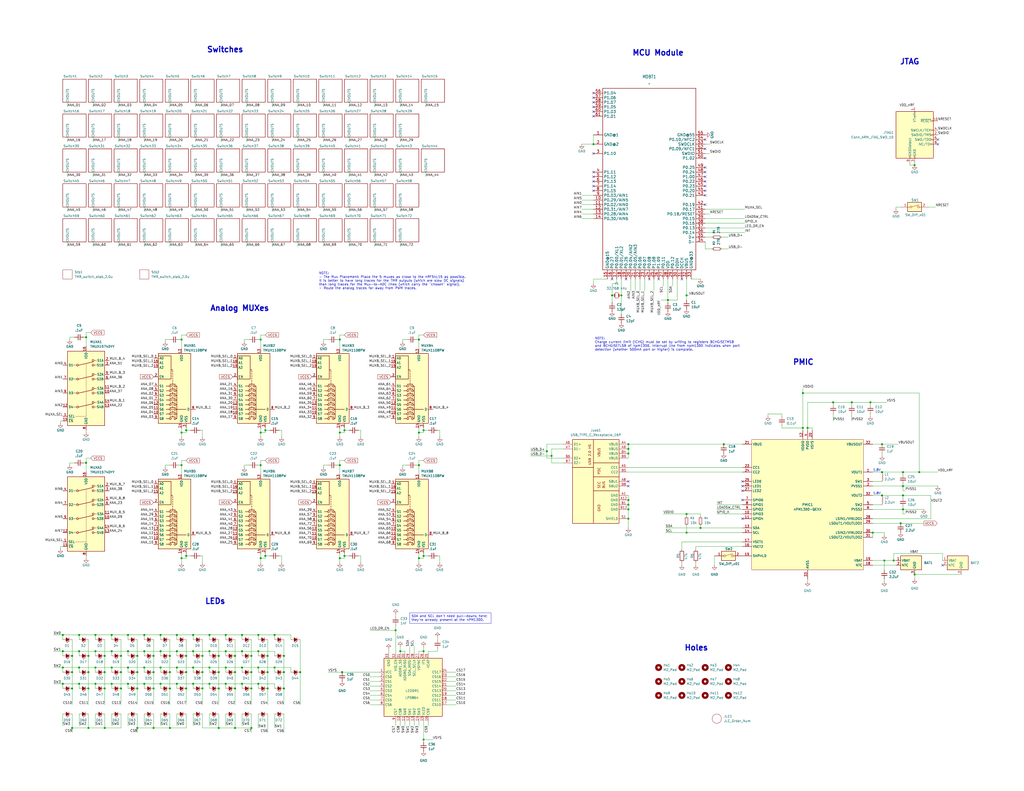
<source format=kicad_sch>
(kicad_sch (version 20250114) (generator "eeschema") (generator_version "9.0")
  (paper "C")
  (text "NOTE:\nCharge current limit (ICHG) must be set by writing to registers BCHGISETMSB\nand BCHGISETLSB of npm1300. Interrupt line from npm1300 indicates when port \ndetection (whether 500mA port or higher) is complete." (at 324.612 187.96 0) (effects (font (size 1.27 1.27)) (justify left)))
  (text "Holes" (at 373.38 355.6 0) (effects (font (size 3 3) (bold yes)) (justify left bottom)))
  (text "1.8V" (at 478.536 256.794 0) (effects (font (size 1.27 1.27))))
  (text "MCU Module" (at 344.932 30.734 0) (effects (font (size 3 3) (bold yes)) (justify left bottom)))
  (text "JTAG" (at 490.982 35.56 0) (effects (font (size 3 3) (bold yes)) (justify left bottom)))
  (text "Analog MUXes" (at 114.554 170.18 0) (effects (font (size 3 3) (bold yes)) (justify left bottom)))
  (text "LEDs" (at 111.76 330.2 0) (effects (font (size 3 3) (bold yes)) (justify left bottom)))
  (text "PMIC" (at 432.562 199.644 0) (effects (font (size 3 3) (bold yes)) (justify left bottom)))
  (text "NOTE:\n- The Mux Placement: Place the 5 muxes as close to the nRF54L15 as possible. \nIt is better to have long traces for the TMR outputs (which are slow DC signals) \nthan long traces for the Mux-to-ADC lines (which carry the \"chosen\" signal).\n- Route the analog traces far away from PWM traces.\n" (at 173.99 158.242 0) (effects (font (size 1.27 1.27)) (justify left bottom)))
  (text "Switches" (at 112.776 28.956 0) (effects (font (size 3 3) (bold yes)) (justify left bottom)))
  (text "1.8V" (at 478.536 269.494 0) (effects (font (size 1.27 1.27))))
  (text_box "SDA and SCL don't need pull-downs here; \nthey're already present at the nPM1300.\n" (at 223.52 334.645 0) (size 44.45 5.715) (margins 0.9525 0.9525 0.9525 0.9525) (effects (font (size 1.27 1.27)) (justify left top)))
  (junction (at 142.24 185.42))
  (junction (at 48.26 358.14))
  (junction (at 123.19 373.38))
  (junction (at 144.78 234.95))
  (junction (at 114.3 364.49))
  (junction (at 123.19 364.49))
  (junction (at 83.82 397.51))
  (junction (at 185.42 304.8))
  (junction (at 132.08 355.6))
  (junction (at 48.26 375.92))
  (junction (at 48.26 397.51))
  (junction (at 137.16 358.14))
  (junction (at 43.18 346.71))
  (junction (at 92.71 397.51))
  (junction (at 39.37 367.03))
  (junction (at 128.27 397.51))
  (junction (at 342.9 278.13))
  (junction (at 101.6 303.53))
  (junction (at 92.71 358.14))
  (junction (at 146.05 358.14))
  (junction (at 52.07 364.49))
  (junction (at 96.52 364.49))
  (junction (at 140.97 355.6))
  (junction (at 83.82 367.03))
  (junction (at 34.29 373.38))
  (junction (at 140.97 373.38))
  (junction (at 342.9 273.05))
  (junction (at 83.82 375.92))
  (junction (at 39.37 375.92))
  (junction (at 454.66 219.71))
  (junction (at 142.24 304.8))
  (junction (at 96.52 355.6))
  (junction (at 96.52 346.71))
  (junction (at 185.42 254))
  (junction (at 491.49 285.75))
  (junction (at 342.9 247.65))
  (junction (at 132.08 373.38))
  (junction (at 114.3 355.6))
  (junction (at 101.6 358.14))
  (junction (at 298.45 246.38))
  (junction (at 481.33 270.51))
  (junction (at 110.49 367.03))
  (junction (at 99.06 185.42))
  (junction (at 105.41 373.38))
  (junction (at 128.27 367.03))
  (junction (at 119.38 397.51))
  (junction (at 231.14 234.95))
  (junction (at 57.15 367.03))
  (junction (at 438.15 233.68))
  (junction (at 46.99 184.15))
  (junction (at 142.24 254))
  (junction (at 394.97 242.57))
  (junction (at 364.49 163.83))
  (junction (at 69.85 364.49))
  (junction (at 60.96 355.6))
  (junction (at 132.08 364.49))
  (junction (at 149.86 346.71))
  (junction (at 185.42 236.22))
  (junction (at 99.06 304.8))
  (junction (at 92.71 375.92))
  (junction (at 339.09 161.29))
  (junction (at 185.42 185.42))
  (junction (at 342.9 275.59))
  (junction (at 83.82 358.14))
  (junction (at 57.15 397.51))
  (junction (at 114.3 373.38))
  (junction (at 60.96 346.71))
  (junction (at 34.29 355.6))
  (junction (at 501.65 257.81))
  (junction (at 187.96 234.95))
  (junction (at 228.6 304.8))
  (junction (at 74.93 397.51))
  (junction (at 105.41 346.71))
  (junction (at 87.63 364.49))
  (junction (at 137.16 367.03))
  (junction (at 487.68 306.07))
  (junction (at 119.38 367.03))
  (junction (at 132.08 346.71))
  (junction (at 374.65 161.29))
  (junction (at 34.29 364.49))
  (junction (at 481.33 257.81))
  (junction (at 48.26 367.03))
  (junction (at 87.63 373.38))
  (junction (at 78.74 364.49))
  (junction (at 39.37 397.51))
  (junction (at 87.63 355.6))
  (junction (at 228.6 185.42))
  (junction (at 186.69 367.03))
  (junction (at 46.99 252.73))
  (junction (at 66.04 358.14))
  (junction (at 99.06 254))
  (junction (at 323.85 78.74))
  (junction (at 74.93 375.92))
  (junction (at 69.85 346.71))
  (junction (at 154.94 358.14))
  (junction (at 146.05 367.03))
  (junction (at 137.16 397.51))
  (junction (at 492.76 265.43))
  (junction (at 110.49 358.14))
  (junction (at 146.05 375.92))
  (junction (at 499.11 313.69))
  (junction (at 52.07 355.6))
  (junction (at 163.83 367.03))
  (junction (at 119.38 375.92))
  (junction (at 154.94 367.03))
  (junction (at 101.6 375.92))
  (junction (at 440.69 233.68))
  (junction (at 187.96 303.53))
  (junction (at 123.19 355.6))
  (junction (at 78.74 346.71))
  (junction (at 228.6 254))
  (junction (at 69.85 355.6))
  (junction (at 149.86 364.49))
  (junction (at 105.41 364.49))
  (junction (at 300.99 248.92))
  (junction (at 43.18 373.38))
  (junction (at 66.04 367.03))
  (junction (at 481.33 242.57))
  (junction (at 140.97 346.71))
  (junction (at 105.41 355.6))
  (junction (at 137.16 375.92))
  (junction (at 128.27 358.14))
  (junction (at 474.98 219.71))
  (junction (at 123.19 346.71))
  (junction (at 334.01 161.29))
  (junction (at 218.44 355.6))
  (junction (at 78.74 373.38))
  (junction (at 154.94 375.92))
  (junction (at 228.6 236.22))
  (junction (at 374.65 280.67))
  (junction (at 482.6 306.07))
  (junction (at 60.96 364.49))
  (junction (at 110.49 375.92))
  (junction (at 69.85 373.38))
  (junction (at 99.06 236.22))
  (junction (at 87.63 346.71))
  (junction (at 92.71 367.03))
  (junction (at 74.93 367.03))
  (junction (at 144.78 303.53))
  (junction (at 78.74 355.6))
  (junction (at 34.29 346.71))
  (junction (at 476.25 290.83))
  (junction (at 96.52 373.38))
  (junction (at 464.82 219.71))
  (junction (at 57.15 358.14))
  (junction (at 52.07 346.71))
  (junction (at 342.9 283.21))
  (junction (at 114.3 346.71))
  (junction (at 374.65 290.83))
  (junction (at 128.27 375.92))
  (junction (at 39.37 358.14))
  (junction (at 492.76 278.13))
  (junction (at 438.15 214.63))
  (junction (at 119.38 358.14))
  (junction (at 57.15 375.92))
  (junction (at 492.76 257.81))
  (junction (at 231.14 303.53))
  (junction (at 66.04 375.92))
  (junction (at 101.6 367.03))
  (junction (at 52.07 373.38))
  (junction (at 140.97 364.49))
  (junction (at 43.18 364.49))
  (junction (at 342.9 245.11))
  (junction (at 101.6 234.95))
  (junction (at 492.76 270.51))
  (junction (at 43.18 355.6))
  (junction (at 231.14 403.86))
  (junction (at 499.11 90.17))
  (junction (at 342.9 242.57))
  (junction (at 215.9 344.17))
  (junction (at 382.27 288.29))
  (junction (at 60.96 373.38))
  (junction (at 231.14 355.6))
  (junction (at 142.24 236.22))
  (junction (at 74.93 358.14))
  (no_connect (at 384.81 91.44))
  (no_connect (at 384.81 106.68))
  (no_connect (at 323.85 63.5))
  (no_connect (at 323.85 96.52))
  (no_connect (at 323.85 104.14))
  (no_connect (at 354.33 152.4))
  (no_connect (at 384.81 99.06))
  (no_connect (at 405.13 273.05))
  (no_connect (at 342.9 265.43))
  (no_connect (at 323.85 101.6))
  (no_connect (at 384.81 104.14))
  (no_connect (at 334.01 152.4))
  (no_connect (at 511.81 78.74))
  (no_connect (at 384.81 81.28))
  (no_connect (at 323.85 53.34))
  (no_connect (at 384.81 111.76))
  (no_connect (at 323.85 83.82))
  (no_connect (at 372.11 152.4))
  (no_connect (at 511.81 76.2))
  (no_connect (at 323.85 99.06))
  (no_connect (at 323.85 55.88))
  (no_connect (at 514.35 308.61))
  (no_connect (at 359.41 152.4))
  (no_connect (at 323.85 50.8))
  (no_connect (at 323.85 60.96))
  (no_connect (at 384.81 93.98))
  (no_connect (at 384.81 76.2))
  (no_connect (at 405.13 283.21))
  (no_connect (at 341.63 152.4))
  (no_connect (at 405.13 262.89))
  (no_connect (at 342.9 262.89))
  (no_connect (at 384.81 86.36))
  (no_connect (at 405.13 267.97))
  (no_connect (at 323.85 58.42))
  (no_connect (at 384.81 101.6))
  (no_connect (at 405.13 265.43))
  (no_connect (at 323.85 93.98))
  (no_connect (at 384.81 96.52))
  (wire (pts (xy 110.49 234.95) (xy 110.49 238.76)))
  (wire (pts (xy 123.19 389.89) (xy 123.19 396.24)))
  (wire (pts (xy 96.52 373.38) (xy 105.41 373.38)))
  (wire (pts (xy 393.7 135.89) (xy 397.51 135.89)))
  (wire (pts (xy 231.14 403.86) (xy 236.22 403.86)))
  (wire (pts (xy 223.52 393.7) (xy 223.52 396.24)))
  (wire (pts (xy 64.77 74.93) (xy 64.77 77.47)))
  (wire (pts (xy 196.85 303.53) (xy 196.85 307.34)))
  (wire (pts (xy 238.76 234.95) (xy 240.03 234.95)))
  (wire (pts (xy 154.94 375.92) (xy 154.94 384.81)))
  (wire (pts (xy 132.08 355.6) (xy 132.08 358.14)))
  (wire (pts (xy 222.25 254) (xy 219.71 254)))
  (wire (pts (xy 220.98 356.87) (xy 220.98 355.6)))
  (wire (pts (xy 240.03 303.53) (xy 240.03 307.34)))
  (wire (pts (xy 46.99 257.81) (xy 46.99 252.73)))
  (wire (pts (xy 426.72 227.33) (xy 426.72 226.06)))
  (wire (pts (xy 492.76 278.13) (xy 492.76 276.86)))
  (wire (pts (xy 135.89 185.42) (xy 133.35 185.42)))
  (wire (pts (xy 201.93 372.11) (xy 207.01 372.11)))
  (wire (pts (xy 50.8 113.03) (xy 50.8 115.57)))
  (wire (pts (xy 99.06 190.5) (xy 99.06 185.42)))
  (wire (pts (xy 78.74 364.49) (xy 87.63 364.49)))
  (wire (pts (xy 66.04 367.03) (xy 66.04 375.92)))
  (wire (pts (xy 99.06 233.68) (xy 99.06 236.22)))
  (wire (pts (xy 105.41 364.49) (xy 114.3 364.49)))
  (wire (pts (xy 69.85 373.38) (xy 78.74 373.38)))
  (wire (pts (xy 101.6 236.22) (xy 99.06 236.22)))
  (wire (pts (xy 135.89 254) (xy 133.35 254)))
  (wire (pts (xy 464.82 226.06) (xy 464.82 229.87)))
  (wire (pts (xy 476.25 262.89) (xy 481.33 262.89)))
  (wire (pts (xy 34.29 373.38) (xy 43.18 373.38)))
  (wire (pts (xy 231.14 233.68) (xy 231.14 234.95)))
  (wire (pts (xy 176.53 132.08) (xy 176.53 134.62)))
  (wire (pts (xy 120.65 55.88) (xy 120.65 58.42)))
  (wire (pts (xy 78.74 113.03) (xy 78.74 115.57)))
  (wire (pts (xy 363.22 288.29) (xy 382.27 288.29)))
  (wire (pts (xy 218.44 393.7) (xy 218.44 396.24)))
  (wire (pts (xy 87.63 355.6) (xy 96.52 355.6)))
  (wire (pts (xy 52.07 346.71) (xy 52.07 349.25)))
  (wire (pts (xy 60.96 364.49) (xy 69.85 364.49)))
  (wire (pts (xy 231.14 234.95) (xy 231.14 236.22)))
  (wire (pts (xy 149.86 389.89) (xy 149.86 397.51)))
  (wire (pts (xy 218.44 113.03) (xy 218.44 115.57)))
  (wire (pts (xy 482.6 306.07) (xy 482.6 311.15)))
  (wire (pts (xy 87.63 346.71) (xy 96.52 346.71)))
  (wire (pts (xy 176.53 185.42) (xy 176.53 186.69)))
  (wire (pts (xy 34.29 364.49) (xy 34.29 367.03)))
  (wire (pts (xy 144.78 236.22) (xy 142.24 236.22)))
  (wire (pts (xy 78.74 373.38) (xy 87.63 373.38)))
  (wire (pts (xy 492.76 270.51) (xy 508 270.51)))
  (wire (pts (xy 46.99 181.61) (xy 46.99 184.15)))
  (wire (pts (xy 514.35 306.07) (xy 514.35 302.26)))
  (wire (pts (xy 185.42 304.8) (xy 185.42 307.34)))
  (wire (pts (xy 74.93 375.92) (xy 74.93 384.81)))
  (wire (pts (xy 232.41 93.98) (xy 232.41 96.52)))
  (wire (pts (xy 443.23 233.68) (xy 440.69 233.68)))
  (wire (pts (xy 228.6 393.7) (xy 228.6 396.24)))
  (wire (pts (xy 476.25 278.13) (xy 492.76 278.13)))
  (wire (pts (xy 78.74 346.71) (xy 87.63 346.71)))
  (wire (pts (xy 74.93 349.25) (xy 74.93 358.14)))
  (wire (pts (xy 228.6 304.8) (xy 228.6 307.34)))
  (wire (pts (xy 137.16 389.89) (xy 137.16 397.51)))
  (wire (pts (xy 87.63 389.89) (xy 87.63 396.24)))
  (wire (pts (xy 57.15 358.14) (xy 57.15 367.03)))
  (wire (pts (xy 133.35 254) (xy 133.35 255.27)))
  (wire (pts (xy 454.66 219.71) (xy 454.66 220.98)))
  (wire (pts (xy 69.85 346.71) (xy 69.85 349.25)))
  (wire (pts (xy 34.29 355.6) (xy 43.18 355.6)))
  (wire (pts (xy 162.56 113.03) (xy 162.56 115.57)))
  (wire (pts (xy 128.27 367.03) (xy 128.27 375.92)))
  (wire (pts (xy 219.71 185.42) (xy 219.71 186.69)))
  (wire (pts (xy 144.78 251.46) (xy 142.24 251.46)))
  (wire (pts (xy 114.3 355.6) (xy 123.19 355.6)))
  (wire (pts (xy 57.15 375.92) (xy 57.15 384.81)))
  (wire (pts (xy 60.96 373.38) (xy 69.85 373.38)))
  (wire (pts (xy 317.5 114.3) (xy 323.85 114.3)))
  (wire (pts (xy 101.6 251.46) (xy 99.06 251.46)))
  (wire (pts (xy 52.07 355.6) (xy 52.07 358.14)))
  (wire (pts (xy 482.6 306.07) (xy 487.68 306.07)))
  (wire (pts (xy 92.71 113.03) (xy 92.71 115.57)))
  (wire (pts (xy 196.85 234.95) (xy 196.85 238.76)))
  (wire (pts (xy 90.17 254) (xy 90.17 255.27)))
  (wire (pts (xy 33.02 229.87) (xy 33.02 231.14)))
  (wire (pts (xy 215.9 341.63) (xy 215.9 344.17)))
  (wire (pts (xy 379.73 307.34) (xy 379.73 308.61)))
  (wire (pts (xy 187.96 302.26) (xy 187.96 303.53)))
  (wire (pts (xy 149.86 373.38) (xy 149.86 375.92)))
  (wire (pts (xy 300.99 245.11) (xy 300.99 248.92)))
  (wire (pts (xy 382.27 287.02) (xy 382.27 288.29)))
  (wire (pts (xy 201.93 374.65) (xy 207.01 374.65)))
  (wire (pts (xy 128.27 389.89) (xy 128.27 397.51)))
  (wire (pts (xy 114.3 355.6) (xy 114.3 358.14)))
  (wire (pts (xy 132.08 389.89) (xy 132.08 396.24)))
  (wire (pts (xy 43.18 373.38) (xy 52.07 373.38)))
  (wire (pts (xy 317.5 106.68) (xy 323.85 106.68)))
  (wire (pts (xy 99.06 185.42) (xy 97.79 185.42)))
  (wire (pts (xy 60.96 389.89) (xy 60.96 396.24)))
  (wire (pts (xy 334.01 154.94) (xy 334.01 161.29)))
  (wire (pts (xy 50.8 74.93) (xy 50.8 77.47)))
  (wire (pts (xy 391.16 280.67) (xy 405.13 280.67)))
  (wire (pts (xy 356.87 152.4) (xy 356.87 158.75)))
  (wire (pts (xy 153.67 234.95) (xy 153.67 238.76)))
  (wire (pts (xy 186.69 367.03) (xy 207.01 367.03)))
  (wire (pts (xy 384.81 78.74) (xy 387.35 78.74)))
  (wire (pts (xy 134.62 113.03) (xy 134.62 115.57)))
  (wire (pts (xy 374.65 290.83) (xy 405.13 290.83)))
  (wire (pts (xy 101.6 303.53) (xy 104.14 303.53)))
  (wire (pts (xy 101.6 349.25) (xy 101.6 358.14)))
  (wire (pts (xy 144.78 182.88) (xy 142.24 182.88)))
  (wire (pts (xy 29.21 346.71) (xy 34.29 346.71)))
  (wire (pts (xy 176.53 74.93) (xy 176.53 77.47)))
  (wire (pts (xy 105.41 364.49) (xy 105.41 367.03)))
  (wire (pts (xy 440.69 219.71) (xy 454.66 219.71)))
  (wire (pts (xy 228.6 302.26) (xy 228.6 304.8)))
  (wire (pts (xy 66.04 349.25) (xy 66.04 358.14)))
  (wire (pts (xy 228.6 259.08) (xy 228.6 254)))
  (wire (pts (xy 190.5 132.08) (xy 190.5 134.62)))
  (wire (pts (xy 248.92 374.65) (xy 243.84 374.65)))
  (wire (pts (xy 38.1 184.15) (xy 38.1 185.42)))
  (wire (pts (xy 443.23 234.95) (xy 443.23 233.68)))
  (wire (pts (xy 384.81 119.38) (xy 406.4 119.38)))
  (wire (pts (xy 499.11 313.69) (xy 499.11 316.23)))
  (wire (pts (xy 87.63 355.6) (xy 87.63 358.14)))
  (wire (pts (xy 92.71 397.51) (xy 83.82 397.51)))
  (wire (pts (xy 179.07 254) (xy 176.53 254)))
  (wire (pts (xy 96.52 355.6) (xy 105.41 355.6)))
  (wire (pts (xy 372.11 307.34) (xy 372.11 308.61)))
  (wire (pts (xy 64.77 113.03) (xy 64.77 115.57)))
  (wire (pts (xy 133.35 185.42) (xy 133.35 186.69)))
  (wire (pts (xy 142.24 185.42) (xy 140.97 185.42)))
  (wire (pts (xy 87.63 373.38) (xy 96.52 373.38)))
  (wire (pts (xy 152.4 303.53) (xy 153.67 303.53)))
  (wire (pts (xy 222.25 185.42) (xy 219.71 185.42)))
  (wire (pts (xy 307.34 250.19) (xy 298.45 250.19)))
  (wire (pts (xy 491.49 285.75) (xy 504.19 285.75)))
  (wire (pts (xy 92.71 254) (xy 90.17 254)))
  (wire (pts (xy 66.04 397.51) (xy 57.15 397.51)))
  (wire (pts (xy 361.95 152.4) (xy 361.95 156.21)))
  (wire (pts (xy 218.44 55.88) (xy 218.44 58.42)))
  (wire (pts (xy 106.68 74.93) (xy 106.68 77.47)))
  (wire (pts (xy 369.57 152.4) (xy 369.57 163.83)))
  (wire (pts (xy 384.81 135.89) (xy 388.62 135.89)))
  (wire (pts (xy 83.82 358.14) (xy 83.82 367.03)))
  (wire (pts (xy 298.45 250.19) (xy 298.45 246.38)))
  (wire (pts (xy 49.53 181.61) (xy 46.99 181.61)))
  (wire (pts (xy 52.07 346.71) (xy 60.96 346.71)))
  (wire (pts (xy 426.72 226.06) (xy 419.1 226.06)))
  (wire (pts (xy 106.68 55.88) (xy 106.68 58.42)))
  (wire (pts (xy 163.83 367.03) (xy 163.83 384.81)))
  (wire (pts (xy 228.6 355.6) (xy 231.14 355.6)))
  (wire (pts (xy 231.14 355.6) (xy 231.14 356.87)))
  (wire (pts (xy 212.09 354.33) (xy 212.09 356.87)))
  (wire (pts (xy 92.71 132.08) (xy 92.71 134.62)))
  (wire (pts (xy 34.29 364.49) (xy 43.18 364.49)))
  (wire (pts (xy 342.9 270.51) (xy 342.9 273.05)))
  (wire (pts (xy 201.93 379.73) (xy 207.01 379.73)))
  (wire (pts (xy 153.67 303.53) (xy 153.67 307.34)))
  (wire (pts (xy 228.6 185.42) (xy 227.33 185.42)))
  (wire (pts (xy 142.24 233.68) (xy 142.24 236.22)))
  (wire (pts (xy 96.52 364.49) (xy 105.41 364.49)))
  (wire (pts (xy 109.22 234.95) (xy 110.49 234.95)))
  (wire (pts (xy 201.93 377.19) (xy 207.01 377.19)))
  (wire (pts (xy 144.78 234.95) (xy 147.32 234.95)))
  (wire (pts (xy 36.83 113.03) (xy 36.83 115.57)))
  (wire (pts (xy 132.08 373.38) (xy 132.08 375.92)))
  (wire (pts (xy 34.29 389.89) (xy 34.29 396.24)))
  (wire (pts (xy 382.27 280.67) (xy 382.27 281.94)))
  (wire (pts (xy 78.74 93.98) (xy 78.74 96.52)))
  (wire (pts (xy 231.14 304.8) (xy 228.6 304.8)))
  (wire (pts (xy 148.59 93.98) (xy 148.59 96.52)))
  (wire (pts (xy 105.41 346.71) (xy 114.3 346.71)))
  (wire (pts (xy 137.16 358.14) (xy 137.16 367.03)))
  (wire (pts (xy 105.41 355.6) (xy 114.3 355.6)))
  (wire (pts (xy 110.49 303.53) (xy 110.49 307.34)))
  (wire (pts (xy 144.78 302.26) (xy 144.78 303.53)))
  (wire (pts (xy 34.29 373.38) (xy 34.29 375.92)))
  (wire (pts (xy 132.08 346.71) (xy 140.97 346.71)))
  (wire (pts (xy 83.82 349.25) (xy 83.82 358.14)))
  (wire (pts (xy 474.98 219.71) (xy 483.87 219.71)))
  (wire (pts (xy 187.96 236.22) (xy 185.42 236.22)))
  (wire (pts (xy 99.06 251.46) (xy 99.06 254)))
  (wire (pts (xy 187.96 234.95) (xy 187.96 236.22)))
  (wire (pts (xy 204.47 55.88) (xy 204.47 58.42)))
  (wire (pts (xy 96.52 346.71) (xy 96.52 349.25)))
  (wire (pts (xy 377.19 152.4) (xy 382.27 152.4)))
  (wire (pts (xy 374.65 287.02) (xy 374.65 290.83)))
  (wire (pts (xy 382.27 288.29) (xy 405.13 288.29)))
  (wire (pts (xy 240.03 234.95) (xy 240.03 238.76)))
  (wire (pts (xy 142.24 251.46) (xy 142.24 254)))
  (wire (pts (xy 201.93 369.57) (xy 207.01 369.57)))
  (wire (pts (xy 123.19 346.71) (xy 123.19 349.25)))
  (wire (pts (xy 105.41 355.6) (xy 105.41 358.14)))
  (wire (pts (xy 134.62 93.98) (xy 134.62 96.52)))
  (wire (pts (xy 187.96 251.46) (xy 185.42 251.46)))
  (wire (pts (xy 298.45 246.38) (xy 298.45 242.57)))
  (wire (pts (xy 140.97 346.71) (xy 140.97 349.25)))
  (wire (pts (xy 99.06 304.8) (xy 99.06 307.34)))
  (wire (pts (xy 40.64 184.15) (xy 38.1 184.15)))
  (wire (pts (xy 148.59 55.88) (xy 148.59 58.42)))
  (wire (pts (xy 114.3 364.49) (xy 114.3 367.03)))
  (wire (pts (xy 440.69 233.68) (xy 440.69 219.71)))
  (wire (pts (xy 119.38 349.25) (xy 119.38 358.14)))
  (wire (pts (xy 231.14 182.88) (xy 228.6 182.88)))
  (wire (pts (xy 419.1 226.06) (xy 419.1 227.33)))
  (wire (pts (xy 46.99 252.73) (xy 45.72 252.73)))
  (wire (pts (xy 57.15 397.51) (xy 48.26 397.51)))
  (wire (pts (xy 152.4 234.95) (xy 153.67 234.95)))
  (wire (pts (xy 36.83 55.88) (xy 36.83 58.42)))
  (wire (pts (xy 243.84 367.03) (xy 248.92 367.03)))
  (wire (pts (xy 110.49 349.25) (xy 110.49 358.14)))
  (wire (pts (xy 43.18 346.71) (xy 52.07 346.71)))
  (wire (pts (xy 438.15 233.68) (xy 426.72 233.68)))
  (wire (pts (xy 69.85 355.6) (xy 69.85 358.14)))
  (wire (pts (xy 110.49 389.89) (xy 110.49 397.51)))
  (wire (pts (xy 492.76 267.97) (xy 492.76 265.43)))
  (wire (pts (xy 346.71 152.4) (xy 346.71 158.75)))
  (wire (pts (xy 99.06 182.88) (xy 99.06 185.42)))
  (wire (pts (xy 233.68 356.87) (xy 233.68 355.6)))
  (wire (pts (xy 323.85 73.66) (xy 323.85 78.74)))
  (wire (pts (xy 342.9 283.21) (xy 342.9 288.29)))
  (wire (pts (xy 384.81 124.46) (xy 406.4 124.46)))
  (wire (pts (xy 231.14 353.06) (xy 231.14 355.6)))
  (wire (pts (xy 476.25 290.83) (xy 476.25 293.37)))
  (wire (pts (xy 218.44 353.06) (xy 218.44 355.6)))
  (wire (pts (xy 342.9 273.05) (xy 342.9 275.59)))
  (wire (pts (xy 92.71 349.25) (xy 92.71 358.14)))
  (wire (pts (xy 248.92 369.57) (xy 243.84 369.57)))
  (wire (pts (xy 488.95 113.03) (xy 488.95 114.3)))
  (wire (pts (xy 92.71 55.88) (xy 92.71 58.42)))
  (wire (pts (xy 99.06 254) (xy 97.79 254)))
  (wire (pts (xy 231.14 302.26) (xy 231.14 303.53)))
  (wire (pts (xy 405.13 298.45) (xy 379.73 298.45)))
  (wire (pts (xy 228.6 182.88) (xy 228.6 185.42)))
  (wire (pts (xy 48.26 389.89) (xy 48.26 397.51)))
  (wire (pts (xy 218.44 132.08) (xy 218.44 134.62)))
  (wire (pts (xy 474.98 226.06) (xy 474.98 227.33)))
  (wire (pts (xy 364.49 163.83) (xy 364.49 165.1)))
  (wire (pts (xy 179.07 185.42) (xy 176.53 185.42)))
  (wire (pts (xy 78.74 355.6) (xy 78.74 358.14)))
  (wire (pts (xy 52.07 389.89) (xy 52.07 396.24)))
  (wire (pts (xy 185.42 251.46) (xy 185.42 254)))
  (wire (pts (xy 39.37 375.92) (xy 39.37 384.81)))
  (wire (pts (xy 364.49 152.4) (xy 364.49 163.83)))
  (wire (pts (xy 187.96 182.88) (xy 185.42 182.88)))
  (wire (pts (xy 83.82 397.51) (xy 74.93 397.51)))
  (wire (pts (xy 140.97 373.38) (xy 140.97 375.92)))
  (wire (pts (xy 342.9 245.11) (xy 342.9 247.65)))
  (wire (pts (xy 158.75 346.71) (xy 158.75 349.25)))
  (wire (pts (xy 492.76 257.81) (xy 492.76 259.08)))
  (wire (pts (xy 185.42 190.5) (xy 185.42 185.42)))
  (wire (pts (xy 248.92 384.81) (xy 243.84 384.81)))
  (wire (pts (xy 154.94 349.25) (xy 154.94 358.14)))
  (wire (pts (xy 204.47 132.08) (xy 204.47 134.62)))
  (wire (pts (xy 492.76 270.51) (xy 492.76 271.78)))
  (wire (pts (xy 43.18 389.89) (xy 43.18 396.24)))
  (wire (pts (xy 481.33 257.81) (xy 492.76 257.81)))
  (wire (pts (xy 105.41 373.38) (xy 105.41 375.92)))
  (wire (pts (xy 39.37 389.89) (xy 39.37 397.51)))
  (wire (pts (xy 134.62 132.08) (xy 134.62 134.62)))
  (wire (pts (xy 317.5 109.22) (xy 323.85 109.22)))
  (wire (pts (xy 140.97 355.6) (xy 140.97 358.14)))
  (wire (pts (xy 78.74 55.88) (xy 78.74 58.42)))
  (wire (pts (xy 360.68 163.83) (xy 364.49 163.83)))
  (wire (pts (xy 92.71 375.92) (xy 92.71 384.81)))
  (wire (pts (xy 228.6 251.46) (xy 228.6 254)))
  (wire (pts (xy 48.26 358.14) (xy 48.26 367.03)))
  (wire (pts (xy 492.76 265.43) (xy 511.81 265.43)))
  (wire (pts (xy 149.86 364.49) (xy 149.86 367.03)))
  (wire (pts (xy 176.53 93.98) (xy 176.53 96.52)))
  (wire (pts (xy 476.25 242.57) (xy 481.33 242.57)))
  (wire (pts (xy 87.63 373.38) (xy 87.63 375.92)))
  (wire (pts (xy 501.65 214.63) (xy 438.15 214.63)))
  (wire (pts (xy 132.08 373.38) (xy 140.97 373.38)))
  (wire (pts (xy 476.25 275.59) (xy 481.33 275.59)))
  (wire (pts (xy 496.57 88.9) (xy 496.57 90.17)))
  (wire (pts (xy 101.6 234.95) (xy 104.14 234.95)))
  (wire (pts (xy 74.93 358.14) (xy 74.93 367.03)))
  (wire (pts (xy 92.71 93.98) (xy 92.71 96.52)))
  (wire (pts (xy 48.26 349.25) (xy 48.26 358.14)))
  (wire (pts (xy 142.24 236.22) (xy 142.24 238.76)))
  (wire (pts (xy 83.82 389.89) (xy 83.82 397.51)))
  (wire (pts (xy 96.52 355.6) (xy 96.52 358.14)))
  (wire (pts (xy 195.58 303.53) (xy 196.85 303.53)))
  (wire (pts (xy 90.17 185.42) (xy 90.17 186.69)))
  (wire (pts (xy 384.81 83.82) (xy 387.35 83.82)))
  (wire (pts (xy 384.81 121.92) (xy 406.4 121.92)))
  (wire (pts (xy 231.14 303.53) (xy 233.68 303.53)))
  (wire (pts (xy 185.42 254) (xy 184.15 254)))
  (wire (pts (xy 218.44 93.98) (xy 218.44 96.52)))
  (wire (pts (xy 323.85 152.4) (xy 331.47 152.4)))
  (wire (pts (xy 187.96 233.68) (xy 187.96 234.95)))
  (wire (pts (xy 46.99 234.95) (xy 46.99 236.22)))
  (wire (pts (xy 140.97 364.49) (xy 140.97 367.03)))
  (wire (pts (xy 185.42 185.42) (xy 184.15 185.42)))
  (wire (pts (xy 29.21 355.6) (xy 34.29 355.6)))
  (wire (pts (xy 363.22 290.83) (xy 374.65 290.83)))
  (wire (pts (xy 231.14 234.95) (xy 233.68 234.95)))
  (wire (pts (xy 300.99 252.73) (xy 307.34 252.73)))
  (wire (pts (xy 372.11 295.91) (xy 372.11 299.72)))
  (wire (pts (xy 114.3 346.71) (xy 114.3 349.25)))
  (wire (pts (xy 231.14 236.22) (xy 228.6 236.22)))
  (wire (pts (xy 128.27 375.92) (xy 128.27 384.81)))
  (wire (pts (xy 119.38 389.89) (xy 119.38 397.51)))
  (wire (pts (xy 96.52 389.89) (xy 96.52 396.24)))
  (wire (pts (xy 142.24 254) (xy 140.97 254)))
  (wire (pts (xy 289.56 248.92) (xy 300.99 248.92)))
  (wire (pts (xy 440.69 316.23) (xy 440.69 317.5)))
  (wire (pts (xy 204.47 74.93) (xy 204.47 77.47)))
  (wire (pts (xy 506.73 113.03) (xy 510.54 113.03)))
  (wire (pts (xy 426.72 233.68) (xy 426.72 232.41)))
  (wire (pts (xy 176.53 55.88) (xy 176.53 58.42)))
  (wire (pts (xy 162.56 132.08) (xy 162.56 134.62)))
  (wire (pts (xy 334.01 161.29) (xy 334.01 165.1)))
  (wire (pts (xy 317.5 78.74) (xy 323.85 78.74)))
  (wire (pts (xy 106.68 93.98) (xy 106.68 96.52)))
  (wire (pts (xy 220.98 355.6) (xy 218.44 355.6)))
  (wire (pts (xy 87.63 364.49) (xy 96.52 364.49)))
  (wire (pts (xy 149.86 364.49) (xy 158.75 364.49)))
  (wire (pts (xy 248.92 377.19) (xy 243.84 377.19)))
  (wire (pts (xy 391.16 275.59) (xy 405.13 275.59)))
  (wire (pts (xy 78.74 346.71) (xy 78.74 349.25)))
  (wire (pts (xy 101.6 233.68) (xy 101.6 234.95)))
  (wire (pts (xy 99.06 236.22) (xy 99.06 238.76)))
  (wire (pts (xy 140.97 355.6) (xy 149.86 355.6)))
  (wire (pts (xy 204.47 93.98) (xy 204.47 96.52)))
  (wire (pts (xy 29.21 364.49) (xy 34.29 364.49)))
  (wire (pts (xy 43.18 355.6) (xy 43.18 358.14)))
  (wire (pts (xy 39.37 397.51) (xy 39.37 400.05)))
  (wire (pts (xy 342.9 255.27) (xy 405.13 255.27)))
  (wire (pts (xy 132.08 364.49) (xy 132.08 367.03)))
  (wire (pts (xy 464.82 219.71) (xy 464.82 220.98)))
  (wire (pts (xy 336.55 154.94) (xy 334.01 154.94)))
  (wire (pts (xy 185.42 259.08) (xy 185.42 254)))
  (wire (pts (xy 336.55 152.4) (xy 336.55 154.94)))
  (wire (pts (xy 494.03 267.97) (xy 492.76 267.97)))
  (wire (pts (xy 87.63 364.49) (xy 87.63 367.03)))
  (wire (pts (xy 389.89 303.53) (xy 389.89 308.61)))
  (wire (pts (xy 101.6 303.53) (xy 101.6 304.8)))
  (wire (pts (xy 187.96 304.8) (xy 185.42 304.8)))
  (wire (pts (xy 83.82 375.92) (xy 83.82 384.81)))
  (wire (pts (xy 501.65 257.81) (xy 511.81 257.81)))
  (wire (pts (xy 231.14 393.7) (xy 231.14 403.86)))
  (wire (pts (xy 144.78 303.53) (xy 144.78 304.8)))
  (wire (pts (xy 190.5 113.03) (xy 190.5 115.57)))
  (wire (pts (xy 176.53 254) (xy 176.53 255.27)))
  (wire (pts (xy 140.97 346.71) (xy 149.86 346.71)))
  (wire (pts (xy 393.7 129.54) (xy 397.51 129.54)))
  (wire (pts (xy 92.71 358.14) (xy 92.71 367.03)))
  (wire (pts (xy 52.07 373.38) (xy 52.07 375.92)))
  (wire (pts (xy 187.96 234.95) (xy 190.5 234.95)))
  (wire (pts (xy 289.56 246.38) (xy 298.45 246.38)))
  (wire (pts (xy 179.07 367.03) (xy 186.69 367.03)))
  (wire (pts (xy 149.86 346.71) (xy 149.86 349.25)))
  (wire (pts (xy 43.18 364.49) (xy 52.07 364.49)))
  (wire (pts (xy 342.9 275.59) (xy 342.9 278.13)))
  (wire (pts (xy 36.83 132.08) (xy 36.83 134.62)))
  (wire (pts (xy 476.25 308.61) (xy 488.95 308.61)))
  (wire (pts (xy 96.52 373.38) (xy 96.52 375.92)))
  (wire (pts (xy 231.14 251.46) (xy 228.6 251.46)))
  (wire (pts (xy 132.08 346.71) (xy 132.08 349.25)))
  (wire (pts (xy 114.3 373.38) (xy 123.19 373.38)))
  (wire (pts (xy 114.3 389.89) (xy 114.3 396.24)))
  (wire (pts (xy 342.9 278.13) (xy 342.9 283.21)))
  (wire (pts (xy 228.6 190.5) (xy 228.6 185.42)))
  (wire (pts (xy 38.1 252.73) (xy 38.1 254)))
  (wire (pts (xy 119.38 367.03) (xy 119.38 375.92)))
  (wire (pts (xy 342.9 257.81) (xy 405.13 257.81)))
  (wire (pts (xy 374.65 280.67) (xy 374.65 281.94)))
  (wire (pts (xy 481.33 270.51) (xy 492.76 270.51)))
  (wire (pts (xy 231.14 303.53) (xy 231.14 304.8)))
  (wire (pts (xy 109.22 303.53) (xy 110.49 303.53)))
  (wire (pts (xy 99.06 259.08) (xy 99.06 254)))
  (wire (pts (xy 300.99 248.92) (xy 300.99 252.73)))
  (wire (pts (xy 39.37 349.25) (xy 39.37 358.14)))
  (wire (pts (xy 176.53 113.03) (xy 176.53 115.57)))
  (wire (pts (xy 101.6 375.92) (xy 101.6 384.81)))
  (wire (pts (xy 144.78 234.95) (xy 144.78 236.22)))
  (wire (pts (xy 39.37 358.14) (xy 39.37 367.03)))
  (wire (pts (xy 114.3 364.49) (xy 123.19 364.49)))
  (wire (pts (xy 114.3 346.71) (xy 123.19 346.71)))
  (wire (pts (xy 215.9 335.28) (xy 215.9 336.55)))
  (wire (pts (xy 105.41 389.89) (xy 105.41 396.24)))
  (wire (pts (xy 149.86 346.71) (xy 158.75 346.71)))
  (wire (pts (xy 454.66 219.71) (xy 464.82 219.71)))
  (wire (pts (xy 78.74 74.93) (xy 78.74 77.47)))
  (wire (pts (xy 476.25 290.83) (xy 482.6 290.83)))
  (wire (pts (xy 34.29 229.87) (xy 33.02 229.87)))
  (wire (pts (xy 233.68 355.6) (xy 238.76 355.6)))
  (wire (pts (xy 34.29 298.45) (xy 33.02 298.45)))
  (wire (pts (xy 148.59 132.08) (xy 148.59 134.62)))
  (wire (pts (xy 43.18 346.71) (xy 43.18 349.25)))
  (wire (pts (xy 190.5 55.88) (xy 190.5 58.42)))
  (wire (pts (xy 123.19 346.71) (xy 132.08 346.71)))
  (wire (pts (xy 57.15 389.89) (xy 57.15 397.51)))
  (wire (pts (xy 481.33 242.57) (xy 490.22 242.57)))
  (wire (pts (xy 128.27 349.25) (xy 128.27 358.14)))
  (wire (pts (xy 106.68 132.08) (xy 106.68 134.62)))
  (wire (pts (xy 248.92 372.11) (xy 243.84 372.11)))
  (wire (pts (xy 46.99 184.15) (xy 46.99 189.23)))
  (wire (pts (xy 128.27 397.51) (xy 137.16 397.51)))
  (wire (pts (xy 120.65 113.03) (xy 120.65 115.57)))
  (wire (pts (xy 394.97 242.57) (xy 405.13 242.57)))
  (wire (pts (xy 154.94 389.89) (xy 154.94 400.05)))
  (wire (pts (xy 482.6 316.23) (xy 482.6 317.5)))
  (wire (pts (xy 64.77 55.88) (xy 64.77 58.42)))
  (wire (pts (xy 185.42 233.68) (xy 185.42 236.22)))
  (wire (pts (xy 487.68 302.26) (xy 487.68 306.07)))
  (wire (pts (xy 187.96 303.53) (xy 190.5 303.53)))
  (wire (pts (xy 132.08 364.49) (xy 140.97 364.49)))
  (wire (pts (xy 369.57 163.83) (xy 364.49 163.83)))
  (wire (pts (xy 384.81 132.08) (xy 384.81 135.89)))
  (wire (pts (xy 492.76 265.43) (xy 492.76 264.16)))
  (wire (pts (xy 50.8 132.08) (xy 50.8 134.62)))
  (wire (pts (xy 144.78 233.68) (xy 144.78 234.95)))
  (wire (pts (xy 233.68 393.7) (xy 233.68 396.24)))
  (wire (pts (xy 476.25 257.81) (xy 481.33 257.81)))
  (wire (pts (xy 69.85 346.71) (xy 78.74 346.71)))
  (wire (pts (xy 92.71 389.89) (xy 92.71 397.51)))
  (wire (pts (xy 46.99 184.15) (xy 45.72 184.15)))
  (wire (pts (xy 43.18 355.6) (xy 52.07 355.6)))
  (wire (pts (xy 50.8 93.98) (xy 50.8 96.52)))
  (wire (pts (xy 78.74 373.38) (xy 78.74 375.92)))
  (wire (pts (xy 351.79 152.4) (xy 351.79 158.75)))
  (wire (pts (xy 57.15 349.25) (xy 57.15 358.14)))
  (wire (pts (xy 215.9 344.17) (xy 215.9 356.87)))
  (wire (pts (xy 78.74 389.89) (xy 78.74 396.24)))
  (wire (pts (xy 494.03 280.67) (xy 492.76 280.67)))
  (wire (pts (xy 342.9 247.65) (xy 342.9 250.19)))
  (wire (pts (xy 499.11 88.9) (xy 499.11 90.17)))
  (wire (pts (xy 374.65 152.4) (xy 374.65 161.29)))
  (wire (pts (xy 60.96 355.6) (xy 60.96 358.14)))
  (wire (pts (xy 33.02 298.45) (xy 33.02 299.72)))
  (wire (pts (xy 248.92 382.27) (xy 243.84 382.27)))
  (wire (pts (xy 60.96 346.71) (xy 60.96 349.25)))
  (wire (pts (xy 57.15 367.03) (xy 57.15 375.92)))
  (wire (pts (xy 344.17 152.4) (xy 344.17 158.75)))
  (wire (pts (xy 349.25 152.4) (xy 349.25 158.75)))
  (wire (pts (xy 339.09 152.4) (xy 339.09 161.29)))
  (wire (pts (xy 228.6 233.68) (xy 228.6 236.22)))
  (wire (pts (xy 137.16 375.92) (xy 137.16 384.81)))
  (wire (pts (xy 405.13 295.91) (xy 372.11 295.91)))
  (wire (pts (xy 101.6 358.14) (xy 101.6 367.03)))
  (wire (pts (xy 132.08 355.6) (xy 140.97 355.6)))
  (wire (pts (xy 323.85 154.94) (xy 323.85 152.4)))
  (wire (pts (xy 43.18 373.38) (xy 43.18 375.92)))
  (wire (pts (xy 201.93 344.17) (xy 215.9 344.17)))
  (wire (pts (xy 96.52 364.49) (xy 96.52 367.03)))
  (wire (pts (xy 74.93 389.89) (xy 74.93 397.51)))
  (wire (pts (xy 40.64 252.73) (xy 38.1 252.73)))
  (wire (pts (xy 142.24 304.8) (xy 142.24 307.34)))
  (wire (pts (xy 60.96 346.71) (xy 69.85 346.71)))
  (wire (pts (xy 163.83 349.25) (xy 163.83 367.03)))
  (wire (pts (xy 66.04 375.92) (xy 66.04 384.81)))
  (wire (pts (xy 491.49 113.03) (xy 488.95 113.03)))
  (wire (pts (xy 238.76 303.53) (xy 240.03 303.53)))
  (wire (pts (xy 148.59 74.93) (xy 148.59 77.47)))
  (wire (pts (xy 223.52 353.06) (xy 223.52 356.87)))
  (wire (pts (xy 514.35 302.26) (xy 487.68 302.26)))
  (wire (pts (xy 187.96 303.53) (xy 187.96 304.8)))
  (wire (pts (xy 78.74 364.49) (xy 78.74 367.03)))
  (wire (pts (xy 110.49 397.51) (xy 119.38 397.51)))
  (wire (pts (xy 367.03 152.4) (xy 367.03 156.21)))
  (wire (pts (xy 64.77 93.98) (xy 64.77 96.52)))
  (wire (pts (xy 96.52 346.71) (xy 105.41 346.71)))
  (wire (pts (xy 140.97 364.49) (xy 149.86 364.49)))
  (wire (pts (xy 110.49 375.92) (xy 110.49 384.81)))
  (wire (pts (xy 123.19 364.49) (xy 123.19 367.03)))
  (wire (pts (xy 492.76 280.67) (xy 492.76 278.13)))
  (wire (pts (xy 142.24 182.88) (xy 142.24 185.42)))
  (wire (pts (xy 52.07 355.6) (xy 60.96 355.6)))
  (wire (pts (xy 110.49 358.14) (xy 110.49 367.03)))
  (wire (pts (xy 119.38 358.14) (xy 119.38 367.03)))
  (wire (pts (xy 50.8 55.88) (xy 50.8 58.42)))
  (wire (pts (xy 78.74 132.08) (xy 78.74 134.62)))
  (wire (pts (xy 49.53 250.19) (xy 46.99 250.19)))
  (wire (pts (xy 476.25 270.51) (xy 481.33 270.51)))
  (wire (pts (xy 69.85 389.89) (xy 69.85 396.24)))
  (wire (pts (xy 60.96 355.6) (xy 69.85 355.6)))
  (wire (pts (xy 474.98 219.71) (xy 474.98 220.98)))
  (wire (pts (xy 52.07 364.49) (xy 60.96 364.49)))
  (wire (pts (xy 140.97 373.38) (xy 149.86 373.38)))
  (wire (pts (xy 218.44 355.6) (xy 218.44 356.87)))
  (wire (pts (xy 317.5 111.76) (xy 323.85 111.76)))
  (wire (pts (xy 438.15 212.09) (xy 438.15 214.63)))
  (wire (pts (xy 128.27 358.14) (xy 128.27 367.03)))
  (wire (pts (xy 339.09 161.29) (xy 339.09 171.45)))
  (wire (pts (xy 144.78 303.53) (xy 147.32 303.53)))
  (wire (pts (xy 34.29 346.71) (xy 43.18 346.71)))
  (wire (pts (xy 144.78 304.8) (xy 142.24 304.8)))
  (wire (pts (xy 476.25 265.43) (xy 492.76 265.43)))
  (wire (pts (xy 92.71 367.03) (xy 92.71 375.92)))
  (wire (pts (xy 487.68 306.07) (xy 488.95 306.07)))
  (wire (pts (xy 201.93 384.81) (xy 207.01 384.81)))
  (wire (pts (xy 361.95 280.67) (xy 374.65 280.67)))
  (wire (pts (xy 384.81 114.3) (xy 406.4 114.3)))
  (wire (pts (xy 36.83 93.98) (xy 36.83 96.52)))
  (wire (pts (xy 384.81 129.54) (xy 388.62 129.54)))
  (wire (pts (xy 158.75 364.49) (xy 158.75 367.03)))
  (wire (pts (xy 60.96 364.49) (xy 60.96 367.03)))
  (wire (pts (xy 481.33 247.65) (xy 481.33 248.92)))
  (wire (pts (xy 162.56 55.88) (xy 162.56 58.42)))
  (wire (pts (xy 99.06 302.26) (xy 99.06 304.8)))
  (wire (pts (xy 119.38 397.51) (xy 128.27 397.51)))
  (wire (pts (xy 492.76 278.13) (xy 504.19 278.13)))
  (wire (pts (xy 317.5 119.38) (xy 323.85 119.38)))
  (wire (pts (xy 482.6 290.83) (xy 482.6 292.1)))
  (wire (pts (xy 204.47 113.03) (xy 204.47 115.57)))
  (wire (pts (xy 501.65 257.81) (xy 501.65 214.63)))
  (wire (pts (xy 162.56 93.98) (xy 162.56 96.52)))
  (wire (pts (xy 140.97 389.89) (xy 140.97 397.51)))
  (wire (pts (xy 440.69 234.95) (xy 440.69 233.68)))
  (wire (pts (xy 464.82 219.71) (xy 474.98 219.71)))
  (wire (pts (xy 499.11 313.69) (xy 524.51 313.69)))
  (wire (pts (xy 317.5 116.84) (xy 323.85 116.84)))
  (wire (pts (xy 146.05 375.92) (xy 146.05 384.81)))
  (wire (pts (xy 185.42 182.88) (xy 185.42 185.42)))
  (wire (pts (xy 92.71 74.93) (xy 92.71 77.47)))
  (wire (pts (xy 476.25 283.21) (xy 508 283.21)))
  (wire (pts (xy 146.05 349.25) (xy 146.05 358.14)))
  (wire (pts (xy 46.99 303.53) (xy 46.99 304.8)))
  (wire (pts (xy 190.5 74.93) (xy 190.5 77.47)))
  (wire (pts (xy 492.76 257.81) (xy 501.65 257.81)))
  (wire (pts (xy 101.6 234.95) (xy 101.6 236.22)))
  (wire (pts (xy 34.29 346.71) (xy 34.29 349.25)))
  (wire (pts (xy 374.65 161.29) (xy 375.92 161.29)))
  (wire (pts (xy 101.6 304.8) (xy 99.06 304.8)))
  (wire (pts (xy 201.93 382.27) (xy 207.01 382.27)))
  (wire (pts (xy 78.74 355.6) (xy 87.63 355.6)))
  (wire (pts (xy 48.26 397.51) (xy 39.37 397.51)))
  (wire (pts (xy 476.25 306.07) (xy 482.6 306.07)))
  (wire (pts (xy 48.26 367.03) (xy 48.26 375.92)))
  (wire (pts (xy 218.44 74.93) (xy 218.44 77.47)))
  (wire (pts (xy 162.56 74.93) (xy 162.56 77.47)))
  (wire (pts (xy 391.16 278.13) (xy 405.13 278.13)))
  (wire (pts (xy 232.41 55.88) (xy 232.41 58.42)))
  (wire (pts (xy 123.19 373.38) (xy 132.08 373.38)))
  (wire (pts (xy 220.98 393.7) (xy 220.98 396.24)))
  (wire (pts (xy 101.6 302.26) (xy 101.6 303.53)))
  (wire (pts (xy 374.65 280.67) (xy 382.27 280.67)))
  (wire (pts (xy 60.96 373.38) (xy 60.96 375.92)))
  (wire (pts (xy 146.05 367.03) (xy 146.05 375.92)))
  (wire (pts (xy 137.16 349.25) (xy 137.16 358.14)))
  (wire (pts (xy 154.94 367.03) (xy 154.94 375.92)))
  (wire (pts (xy 226.06 353.06) (xy 226.06 356.87)))
  (wire (pts (xy 52.07 373.38) (xy 60.96 373.38)))
  (wire (pts (xy 438.15 234.95) (xy 438.15 233.68)))
  (wire (pts (xy 342.9 242.57) (xy 394.97 242.57)))
  (wire (pts (xy 149.86 355.6) (xy 149.86 358.14)))
  (wire (pts (xy 238.76 347.98) (xy 238.76 349.25)))
  (wire (pts (xy 342.9 242.57) (xy 342.9 245.11)))
  (wire (pts (xy 137.16 397.51) (xy 137.16 400.05)))
  (wire (pts (xy 379.73 298.45) (xy 379.73 299.72)))
  (wire (pts (xy 137.16 367.03) (xy 137.16 375.92)))
  (wire (pts (xy 384.81 116.84) (xy 387.35 116.84)))
  (wire (pts (xy 66.04 358.14) (xy 66.04 367.03)))
  (wire (pts (xy 134.62 74.93) (xy 134.62 77.47)))
  (wire (pts (xy 307.34 245.11) (xy 300.99 245.11)))
  (wire (pts (xy 69.85 364.49) (xy 78.74 364.49)))
  (wire (pts (xy 48.26 375.92) (xy 48.26 384.81)))
  (wire (pts (xy 142.24 259.08) (xy 142.24 254)))
  (wire (pts (xy 43.18 364.49) (xy 43.18 367.03)))
  (wire (pts (xy 148.59 113.03) (xy 148.59 115.57)))
  (wire (pts (xy 190.5 93.98) (xy 190.5 96.52)))
  (wire (pts (xy 64.77 132.08) (xy 64.77 134.62)))
  (wire (pts (xy 185.42 302.26) (xy 185.42 304.8)))
  (wire (pts (xy 248.92 379.73) (xy 243.84 379.73)))
  (wire (pts (xy 83.82 367.03) (xy 83.82 375.92)))
  (wire (pts (xy 29.21 373.38) (xy 34.29 373.38)))
  (wire (pts (xy 34.29 355.6) (xy 34.29 358.14)))
  (wire (pts (xy 39.37 367.03) (xy 39.37 375.92)))
  (wire (pts (xy 87.63 346.71) (xy 87.63 349.25)))
  (wire (pts (xy 120.65 93.98) (xy 120.65 96.52)))
  (wire (pts (xy 476.25 285.75) (xy 491.49 285.75)))
  (wire (pts (xy 69.85 364.49) (xy 69.85 367.03)))
  (wire (pts (xy 219.71 254) (xy 219.71 255.27)))
  (wire (pts (xy 146.05 389.89) (xy 146.05 400.05)))
  (wire (pts (xy 384.81 127) (xy 406.4 127)))
  (wire (pts (xy 101.6 389.89) (xy 101.6 397.51)))
  (wire (pts (xy 69.85 355.6) (xy 78.74 355.6)))
  (wire (pts (xy 228.6 356.87) (xy 228.6 355.6)))
  (wire (pts (xy 454.66 226.06) (xy 454.66 229.87)))
  (wire (pts (xy 101.6 182.88) (xy 99.06 182.88)))
  (wire (pts (xy 231.14 403.86) (xy 231.14 405.13)))
  (wire (pts (xy 226.06 393.7) (xy 226.06 396.24)))
  (wire (pts (xy 69.85 373.38) (xy 69.85 375.92)))
  (wire (pts (xy 101.6 397.51) (xy 92.71 397.51)))
  (wire (pts (xy 228.6 236.22) (xy 228.6 238.76)))
  (wire (pts (xy 238.76 355.6) (xy 238.76 354.33)))
  (wire (pts (xy 120.65 74.93) (xy 120.65 77.47)))
  (wire (pts (xy 438.15 214.63) (xy 438.15 233.68)))
  (wire (pts (xy 74.93 397.51) (xy 74.93 400.05)))
  (wire (pts (xy 215.9 393.7) (xy 215.9 396.24)))
  (wire (pts (xy 185.42 236.22) (xy 185.42 238.76)))
  (wire (pts (xy 195.58 234.95) (xy 196.85 234.95)))
  (wire (pts (xy 92.71 185.42) (xy 90.17 185.42)))
  (wire (pts (xy 142.24 302.26) (xy 142.24 304.8)))
  (wire (pts (xy 114.3 373.38) (xy 114.3 375.92)))
  (wire (pts (xy 123.19 373.38) (xy 123.19 375.92)))
  (wire (pts (xy 36.83 74.93) (xy 36.83 77.47)))
  (wire (pts (xy 508 270.51) (xy 508 283.21)))
  (wire (pts (xy 142.24 190.5) (xy 142.24 185.42)))
  (wire (pts (xy 120.65 132.08) (xy 120.65 134.62)))
  (wire (pts (xy 66.04 389.89) (xy 66.04 397.51)))
  (wire (pts (xy 123.19 355.6) (xy 123.19 358.14)))
  (wire (pts (xy 119.38 375.92) (xy 119.38 384.81)))
  (wire (pts (xy 110.49 367.03) (xy 110.49 375.92)))
  (wire (pts (xy 101.6 367.03) (xy 101.6 375.92)))
  (wire (pts (xy 105.41 346.71) (xy 105.41 349.25)))
  (wire (pts (xy 74.93 367.03) (xy 74.93 375.92)))
  (wire (pts (xy 105.41 373.38) (xy 114.3 373.38)))
  (wire (pts (xy 228.6 254) (xy 227.33 254)))
  (wire (pts (xy 52.07 364.49) (xy 52.07 367.03)))
  (wire (pts (xy 154.94 358.14) (xy 154.94 367.03)))
  (wire (pts (xy 106.68 113.03) (xy 106.68 115.57)))
  (wire (pts (xy 146.05 358.14) (xy 146.05 367.03)))
  (wire (pts (xy 374.65 161.29) (xy 374.65 163.83)))
  (wire (pts (xy 46.99 250.19) (xy 46.99 252.73)))
  (wire (pts (xy 496.57 90.17) (xy 499.11 90.17)))
  (wire (pts (xy 123.19 364.49) (xy 132.08 364.49)))
  (wire (pts (xy 123.19 355.6) (xy 132.08 355.6)))
  (wire (pts (xy 134.62 55.88) (xy 134.62 58.42)))
  (wire (pts (xy 298.45 242.57) (xy 307.34 242.57)))
  (label "SW0" (at 60.96 396.24 0))
  (label "MUXB_SEL_1" (at 127 266.7 180))
  (label "AIN1" (at 34.29 207.01 180))
  (label "LED_DR_EN" (at 406.4 124.46 0))
  (label "SW1" (at 149.86 397.51 0))
  (label "ANA_38" (at 148.59 96.52 0))
  (label "ANA_49" (at 213.36 223.52 180))
  (label "ANA_15" (at 232.41 58.42 0))
  (label "ANA_18" (at 127 226.06 180))
  (label "CS2" (at 128.27 384.81 180))
  (label "ANA_70" (at 190.5 134.62 0))
  (label "USB_D+" (at 397.51 129.54 0))
  (label "ANA_37" (at 59.69 214.63 0))
  (label "ANA_06" (at 83.82 220.98 180))
  (label "ANA_60" (at 170.18 218.44 180))
  (label "ANA_34" (at 92.71 96.52 0))
  (label "ANA_50" (at 213.36 220.98 180))
  (label "ANA_38" (at 59.69 267.97 0))
  (label "ANA_56" (at 190.5 115.57 0))
  (label "ANA_01" (at 83.82 218.44 180))
  (label "MUX_B_1" (at 59.69 219.71 0))
  (label "MUXB_SEL_1" (at 83.82 198.12 180))
  (label "ANA_30" (at 127 218.44 180))
  (label "ANA_22" (at 59.69 222.25 0))
  (label "VSYS" (at 179.07 367.03 0))
  (label "SW2" (at 226.06 396.24 270))
  (label "SW1" (at 223.52 396.24 270))
  (label "MUX_B_7" (at 193.04 292.1 0))
  (label "ANA_45" (at 36.83 115.57 0))
  (label "MUXB_SEL_2" (at 356.87 158.75 270))
  (label "ANA_39" (at 170.18 279.4 180))
  (label "SW2" (at 114.3 396.24 0))
  (label "MUXB_SEL_1" (at 127 198.12 180))
  (label "MUXB_SEL_1" (at 170.18 266.7 180))
  (label "SCL" (at 226.06 353.06 90))
  (label "INT" (at 406.4 127 0))
  (label "NRESET" (at 511.81 66.04 0))
  (label "SW0" (at 96.52 396.24 0))
  (label "ANA_13" (at 204.47 58.42 0))
  (label "ANA_15" (at 83.82 284.48 180))
  (label "USB_D-" (at 289.56 248.92 0))
  (label "ANA_07" (at 83.82 210.82 180))
  (label "USB_D+" (at 289.56 246.38 0))
  (label "CS3" (at 137.16 384.81 180))
  (label "ANA_41" (at 190.5 96.52 0))
  (label "ANA_33" (at 170.18 226.06 180))
  (label "ANA_66" (at 134.62 134.62 0))
  (label "ANA_64" (at 213.36 213.36 180))
  (label "ANA_53" (at 213.36 281.94 180))
  (label "ANA_31" (at 127 215.9 180))
  (label "MUX_B_4" (at 236.22 223.52 0))
  (label "ANA_49" (at 92.71 115.57 0))
  (label "ANA_36" (at 59.69 207.01 0))
  (label "CS6" (at 201.93 384.81 180))
  (label "ANA_32" (at 64.77 96.52 0))
  (label "AIN2" (at 344.17 158.75 270))
  (label "ANA_25" (at 162.56 77.47 0))
  (label "SW3" (at 69.85 396.24 0))
  (label "ANA_12" (at 83.82 292.1 180))
  (label "ANA_64" (at 106.68 134.62 0))
  (label "ANA_06" (at 106.68 58.42 0))
  (label "ANA_09" (at 59.69 283.21 0))
  (label "SW2" (at 43.18 396.24 0))
  (label "ANA_26" (at 176.53 77.47 0))
  (label "AIN0" (at 317.5 111.76 180))
  (label "ANA_48" (at 213.36 226.06 180))
  (label "ANA_48" (at 78.74 115.57 0))
  (label "AIN6" (at 34.29 267.97 180))
  (label "ANA_03" (at 83.82 228.6 180))
  (label "ANA_19" (at 78.74 77.47 0))
  (label "VDDIO" (at 438.15 212.09 0))
  (label "SW1" (at 29.21 355.6 0))
  (label "VDDIO" (at 361.95 280.67 0))
  (label "ANA_50" (at 106.68 115.57 0))
  (label "SW1" (at 52.07 396.24 0))
  (label "ANA_29" (at 83.82 281.94 180))
  (label "ANA_58" (at 170.18 284.48 180))
  (label "PVSS1" (at 494.03 267.97 0))
  (label "ANA_28" (at 127 289.56 180))
  (label "ANA_65" (at 120.65 134.62 0))
  (label "ANA_01" (at 36.83 58.42 0))
  (label "ANA_69" (at 176.53 134.62 0))
  (label "ANA_23" (at 134.62 77.47 0))
  (label "AIN3" (at 34.29 214.63 180))
  (label "VSYS" (at 483.87 219.71 0))
  (label "AIN6" (at 317.5 119.38 180))
  (label "SW3" (at 140.97 397.51 0))
  (label "ANA_04" (at 78.74 58.42 0))
  (label "MUX_B_6" (at 149.86 292.1 0))
  (label "ANA_44" (at 232.41 96.52 0))
  (label "AIN3" (at 346.71 158.75 270))
  (label "ANA_63" (at 213.36 215.9 180))
  (label "CS10" (at 248.92 384.81 0))
  (label "ANA_25" (at 127 297.18 180))
  (label "ANA_68" (at 162.56 134.62 0))
  (label "ANA_58" (at 218.44 115.57 0))
  (label "ANA_61" (at 64.77 134.62 0))
  (label "SW1" (at 87.63 396.24 0))
  (label "CS16" (at 92.71 384.81 180))
  (label "ANA_53" (at 148.59 115.57 0))
  (label "ANA_27" (at 127 292.1 180))
  (label "ANA_16" (at 36.83 77.47 0))
  (label "ANA_29" (at 218.44 77.47 0))
  (label "LOADSW_CTRL" (at 406.4 119.38 0))
  (label "SCL" (at 363.22 290.83 0))
  (label "CS8" (at 218.44 396.24 270))
  (label "MUXB_SEL_2" (at 170.18 200.66 180))
  (label "CS14" (at 248.92 374.65 0))
  (label "SW0" (at 29.21 346.71 0))
  (label "VBUSOUT" (at 490.22 242.57 0))
  (label "ANA_63" (at 92.71 134.62 0))
  (label "MUX_B_4" (at 59.69 196.85 0))
  (label "SW3" (at 34.29 396.24 0))
  (label "MUXB_SEL_0" (at 83.82 264.16 180))
  (label "ANA_57" (at 204.47 115.57 0))
  (label "ANA_20" (at 127 220.98 180))
  (label "AIN4" (at 317.5 116.84 180))
  (label "ANA_52" (at 134.62 115.57 0))
  (label "ANA_11" (at 83.82 294.64 180))
  (label "ANA_07" (at 120.65 58.42 0))
  (label "CS16" (at 248.92 369.57 0))
  (label "ANA_41" (at 127 284.48 180))
  (label "MUX_B_8" (at 59.69 273.05 0))
  (label "ANA_16" (at 127 213.36 180))
  (label "ANA_27" (at 190.5 77.47 0))
  (label "PVSS2" (at 494.03 280.67 0))
  (label "ANA_70" (at 170.18 294.64 180))
  (label "MUXB_SEL_1" (at 170.18 198.12 180))
  (label "VDD_nRF" (at 499.11 58.42 180))
  (label "SW2" (at 29.21 364.49 0))
  (label "CS1" (at 119.38 384.81 180))
  (label "MUXB_SEL_2" (at 170.18 269.24 180))
  (label "ANA_46" (at 170.18 210.82 180))
  (label "AIN5" (at 317.5 109.22 180))
  (label "ANA_14" (at 83.82 287.02 180))
  (label "ANA_43" (at 218.44 96.52 0))
  (label "AIN1" (at 317.5 106.68 180))
  (label "CS3" (at 201.93 377.19 180))
  (label "USB_D-" (at 397.51 135.89 0))
  (label "CS17" (at 248.92 367.03 0))
  (label "LED_DR_EN" (at 201.93 344.17 0))
  (label "ANA_05" (at 83.82 223.52 180))
  (label "ANA_21" (at 106.68 77.47 0))
  (label "CS15" (at 248.92 372.11 0))
  (label "ANA_14" (at 218.44 58.42 0))
  (label "ANA_03" (at 64.77 58.42 0))
  (label "ANA_10" (at 162.56 58.42 0))
  (label "MUX_B_5" (at 59.69 280.67 0))
  (label "MUX_B_3" (at 59.69 204.47 0))
  (label "ANA_24" (at 148.59 77.47 0))
  (label "ANA_42" (at 127 281.94 180))
  (label "MUXB_SEL_0" (at 170.18 195.58 180))
  (label "CS0" (at 201.93 369.57 180))
  (label "MUXA_SEL" (at 406.4 114.3 0))
  (label "ANA_56" (at 170.18 289.56 180))
  (label "ANA_72" (at 218.44 134.62 0))
  (label "ANA_57" (at 170.18 281.94 180))
  (label "CS6" (at 163.83 384.81 180))
  (label "SW1" (at 123.19 396.24 0))
  (label "VOUT2" (at 508 274.32 0))
  (label "ANA_62" (at 213.36 218.44 180))
  (label "ANA_43" (at 127 279.4 180))
  (label "CS12" (at 57.15 384.81 180))
  (label "ANA_72" (at 170.18 287.02 180))
  (label "ANA_71" (at 170.18 292.1 180))
  (label "ANA_04" (at 83.82 226.06 180))
  (label "CS1" (at 201.93 372.11 180))
  (label "SWDIO" (at 511.81 73.66 0))
  (label "SW3" (at 105.41 396.24 0))
  (label "MUXB_SEL_2" (at 83.82 200.66 180))
  (label "MUXB_SEL_0" (at 213.36 195.58 180))
  (label "CS12" (at 248.92 379.73 0))
  (label "CS9" (at 39.37 400.05 180))
  (label "ANA_34" (at 170.18 223.52 180))
  (label "ANA_44" (at 83.82 279.4 180))
  (label "ANA_55" (at 176.53 115.57 0))
  (label "MUXB_SEL_2" (at 127 200.66 180))
  (label "MUXB_SEL_0" (at 213.36 264.16 180))
  (label "ANA_51" (at 120.65 115.57 0))
  (label "CS7" (at 215.9 396.24 270))
  (label "SCL" (at 361.95 156.21 270))
  (label "ANA_20" (at 92.71 77.47 0))
  (label "CS11" (at 248.92 382.27 0))
  (label "ANA_59" (at 36.83 134.62 0))
  (label "CS7" (at 137.16 400.05 180))
  (label "AIN2" (at 34.29 222.25 180))
  (label "ANA_68" (at 213.36 297.18 180))
  (label "ANA_36" (at 120.65 96.52 0))
  (label "ANA_33" (at 78.74 96.52 0))
  (label "NRESET" (at 510.54 113.03 0))
  (label "ANA_60" (at 50.8 134.62 0))
  (label "CS2" (at 201.93 374.65 180))
  (label "AIN5" (at 34.29 283.21 180))
  (label "AIN7" (at 317.5 114.3 180))
  (label "PVSS1" (at 454.66 229.87 0))
  (label "ANA_47" (at 213.36 228.6 180))
  (label "ANA_09" (at 148.59 58.42 0))
  (label "CS5" (at 154.94 384.81 180))
  (label "ANA_12" (at 190.5 58.42 0))
  (label "CS5" (at 201.93 382.27 180))
  (label "ANA_10" (at 83.82 297.18 180))
  (label "LOADSW_CTRL" (at 391.16 278.13 0))
  (label "VBAT" (at 496.57 302.26 0))
  (label "MUXB_SEL_1" (at 83.82 266.7 180))
  (label "ANA_17" (at 50.8 77.47 0))
  (label "CS10" (at 39.37 384.81 180))
  (label "CS15" (at 83.82 384.81 180))
  (label "ANA_54" (at 213.36 284.48 180))
  (label "MUX_B_6" (at 59.69 288.29 0))
  (label "MUX_B_7" (at 59.69 265.43 0))
  (label "ANA_05" (at 92.71 58.42 0))
  (label "MUXB_SEL_1" (at 213.36 198.12 180))
  (label "ANA_30" (at 36.83 96.52 0))
  (label "ANA_26" (at 127 294.64 180))
  (label "SW0" (at 220.98 396.24 270))
  (label "AIN4" (at 34.29 275.59 180))
  (label "MUXA_SEL" (at 34.29 227.33 180))
  (label "ANA_69" (at 170.18 297.18 180))
  (label "ANA_71" (at 204.47 134.62 0))
  (label "MUXB_SEL_0" (at 83.82 195.58 180))
  (label "ANA_61" (at 213.36 210.82 180))
  (label "MUXB_SEL_1" (at 351.79 158.75 270))
  (label "SW0" (at 132.08 396.24 0))
  (label "CS13" (at 248.92 377.19 0))
  (label "CS4" (at 201.93 379.73 180))
  (label "ANA_39" (at 162.56 96.52 0))
  (label "ANA_62" (at 78.74 134.62 0))
  (label "CS6" (at 154.94 400.05 180))
  (label "MUX_B_3" (at 193.04 223.52 0))
  (label "ANA_65" (at 213.36 289.56 180))
  (label "SW2" (at 78.74 396.24 0))
  (label "PVSS2" (at 464.82 229.87 0))
  (label "ANA_67" (at 148.59 134.62 0))
  (label "MUXA_SEL" (at 34.29 295.91 180))
  (label "VDD_nRF" (at 360.68 163.83 270))
  (label "VBUSOUT" (at 375.92 161.29 0))
  (label "ANA_19" (at 127 223.52 180))
  (label "ANA_02" (at 83.82 215.9 180))
  (label "MUX_B_5" (at 106.68 292.1 0))
  (label "CS6" (at 146.05 400.05 180))
  (label "MUXB_SEL_2" (at 213.36 269.24 180))
  (label "ANA_13" (at 83.82 289.56 180))
  (label "ANA_47" (at 64.77 115.57 0))
  (label "MUXB_SEL_0" (at 127 195.58 180))
  (label "ANA_55" (at 213.36 287.02 180))
  (label "ANA_31" (at 50.8 96.52 0))
  (label "ANA_08" (at 134.62 58.42 0))
  (label "CS11" (at 48.26 384.81 180))
  (label "CS4" (at 146.05 384.81 180))
  (label "ANA_22" (at 120.65 77.47 0))
  (label "ANA_02" (at 50.8 58.42 0))
  (label "ANA_08" (at 83.82 213.36 180))
  (label "ANA_17" (at 127 228.6 180))
  (label "SDA" (at 367.03 156.21 270))
  (label "ANA_28" (at 204.47 77.47 0))
  (label "MUXB_SEL_1" (at 213.36 266.7 180))
  (label "MUX_B_1" (at 106.68 223.52 0))
  (label "NRESET" (at 387.35 116.84 0))
  (label "ANA_37" (at 134.62 96.52 0))
  (label "CS8" (at 74.93 400.05 180))
  (label "MUXB_SEL_0" (at 127 264.16 180))
  (label "VDD_nRF" (at 511.81 257.81 0))
  (label "ANA_18" (at 64.77 77.47 0))
  (label "ANA_21" (at 127 210.82 180))
  (label "ANA_32" (at 170.18 228.6 180))
  (label "SWDCLK" (at 511.81 71.12 0))
  (label "ANA_35" (at 170.18 220.98 180))
  (label "MUXB_SEL_2" (at 127 269.24 180))
  (label "CS17" (at 101.6 384.81 180))
  (label "ANA_52" (at 213.36 279.4 180))
  (label "SW3" (at 228.6 396.24 270))
  (label "ANA_59" (at 170.18 215.9 180))
  (label "AIN7" (at 34.29 290.83 180))
  (label "CS14" (at 74.93 384.81 180))
  (label "VSYS" (at 236.22 403.86 0))
  (label "ANA_35" (at 106.68 96.52 0))
  (label "ANA_24" (at 59.69 290.83 0))
  (label "SW3" (at 29.21 373.38 0))
  (label "GPIO_X" (at 391.16 280.67 0))
  (label "GPIO_X" (at 406.4 121.92 0))
  (label "ANA_66" (at 213.36 292.1 180))
  (label "ANA_11" (at 176.53 58.42 0))
  (label "MUX_B_8" (at 236.22 292.1 0))
  (label "ANA_54" (at 162.56 115.57 0))
  (label "ANA_67" (at 213.36 294.64 180))
  (label "SWDCLK" (at 387.35 78.74 0))
  (label "MUXB_SEL_0" (at 349.25 158.75 270))
  (label "CS9" (at 233.68 396.24 270))
  (label "MUXB_SEL_2" (at 213.36 200.66 180))
  (label "MUXB_SEL_2" (at 83.82 269.24 180))
  (label "ANA_42" (at 204.47 96.52 0))
  (label "ANA_51" (at 59.69 199.39 0))
  (label "AIN0" (at 34.29 199.39 180))
  (label "SDA" (at 363.22 288.29 0))
  (label "ANA_23" (at 59.69 275.59 0))
  (label "MUX_B_2" (at 59.69 212.09 0))
  (label "INT" (at 391.16 275.59 0))
  (label "MUXB_SEL_0" (at 170.18 264.16 180))
  (label "SDA" (at 223.52 353.06 90))
  (label "SWDIO" (at 387.35 83.82 0))
  (label "ANA_40" (at 127 287.02 180))
  (label "ANA_46" (at 50.8 115.57 0))
  (label "CS0" (at 110.49 384.81 180))
  (label "CS13" (at 66.04 384.81 180))
  (label "ANA_40" (at 176.53 96.52 0))
  (label "ANA_45" (at 170.18 213.36 180))
  (label "MUX_B_2" (at 149.86 223.52 0))
  (global_label "VCCS" (shape input) (at 187.96 251.46 0) (property "Intersheetrefs" "${INTERSHEET_REFS}" (effects (hide yes))))
  (global_label "VCCS" (shape input) (at 144.78 251.46 0) (property "Intersheetrefs" "${INTERSHEET_REFS}" (effects (hide yes))))
  (global_label "VCCS" (shape input) (at 231.14 182.88 0) (property "Intersheetrefs" "${INTERSHEET_REFS}" (effects (hide yes))))
  (global_label "VCCS" (shape input) (at 144.78 182.88 0) (property "Intersheetrefs" "${INTERSHEET_REFS}" (effects (hide yes))))
  (global_label "VCCS" (shape output) (at 504.19 285.75 0) (property "Intersheetrefs" "${INTERSHEET_REFS}" (effects (hide yes))))
  (global_label "VCCS" (shape input) (at 187.96 182.88 0) (property "Intersheetrefs" "${INTERSHEET_REFS}" (effects (hide yes))))
  (global_label "VCCS" (shape input) (at 213.36 205.74 180) (property "Intersheetrefs" "${INTERSHEET_REFS}" (effects (hide yes))))
  (global_label "VCCS" (shape input) (at 170.18 205.74 180) (property "Intersheetrefs" "${INTERSHEET_REFS}" (effects (hide yes))))
  (global_label "VCCS" (shape input) (at 49.53 250.19 0) (property "Intersheetrefs" "${INTERSHEET_REFS}" (effects (hide yes))))
  (global_label "VCCS" (shape input) (at 170.18 274.32 180) (property "Intersheetrefs" "${INTERSHEET_REFS}" (effects (hide yes))))
  (global_label "VCCS" (shape input) (at 83.82 274.32 180) (property "Intersheetrefs" "${INTERSHEET_REFS}" (effects (hide yes))))
  (global_label "VCCS" (shape input) (at 127 274.32 180) (property "Intersheetrefs" "${INTERSHEET_REFS}" (effects (hide yes))))
  (global_label "VCCS" (shape input) (at 213.36 274.32 180) (property "Intersheetrefs" "${INTERSHEET_REFS}" (effects (hide yes))))
  (global_label "VCCS" (shape input) (at 83.82 205.74 180) (property "Intersheetrefs" "${INTERSHEET_REFS}" (effects (hide yes))))
  (global_label "VCCS" (shape input) (at 127 205.74 180) (property "Intersheetrefs" "${INTERSHEET_REFS}" (effects (hide yes))))
  (global_label "VCCS" (shape input) (at 101.6 251.46 0) (property "Intersheetrefs" "${INTERSHEET_REFS}" (effects (hide yes))))
  (global_label "VCCS" (shape input) (at 231.14 251.46 0) (property "Intersheetrefs" "${INTERSHEET_REFS}" (effects (hide yes))))
  (global_label "VCCS" (shape input) (at 49.53 181.61 0) (property "Intersheetrefs" "${INTERSHEET_REFS}" (effects (hide yes))))
  (global_label "VCCS" (shape input) (at 101.6 182.88 0) (property "Intersheetrefs" "${INTERSHEET_REFS}" (effects (hide yes))))
  (symbol (lib_id "power:GND") (at 185.42 307.34 0) (unit 1)
    (property "Reference" "#PWR047" (effects (hide yes)))
    (property "Value" "GND" (at 185.42 311.15 0))
    (property "Description" "Power symbol creates a global label with name \"GND\" , ground" (effects (hide yes)))
  )
  (symbol (lib_id "Analog_Switch:TMUX1108PW") (at 137.16 281.94 0) (unit 1)
    (property "Reference" "MUXB6" (at 146.812 257.302 0))
    (property "Value" "TMUX1108PW" (at 149.86 259.842 0))
    (property "Footprint" "Package_SO:TSSOP-16_4.4x5mm_P0.65mm" (effects (hide yes)))
    (property "Datasheet" "https://www.ti.com/lit/ds/symlink/tmux1108.pdf" (effects (hide yes)))
    (property "Description" "5V / ±2.5V, Low-Leakage-Current, 8:1 Precision Multiplexer, 2.5 Ohm Ron, 90Mhz, TSSOP-16" (effects (hide yes)))
  )
  (symbol (lib_id "Device:LED_Small_Filled") (at 99.06 349.25 180) (unit 1)
    (property "Reference" "D8" (at 98.806 352.552 0))
    (property "Value" "Green LED" (effects (hide yes)))
    (property "Footprint" "tmr-lib:LED_1206_3216Metric_ReverseMount_Hole2.1mm" (effects (hide yes)))
    (property "Datasheet" "https://www.we-online.com/components/products/datasheet/156120VS75300.pdf" (effects (hide yes)))
    (property "Description" "Light emitting diode, small symbol, filled shape" (effects (hide yes)))
    (property "Sim.Pins" "1=K 2=A" (effects (hide yes)))
  )
  (symbol (lib_id "Device:LED_Small_Filled") (at 107.95 367.03 180) (unit 1)
    (property "Reference" "D38" (at 107.696 370.332 0))
    (property "Value" "Green LED" (effects (hide yes)))
    (property "Footprint" "tmr-lib:LED_1206_3216Metric_ReverseMount_Hole2.1mm" (effects (hide yes)))
    (property "Datasheet" "https://www.we-online.com/components/products/datasheet/156120VS75300.pdf" (effects (hide yes)))
    (property "Description" "Light emitting diode, small symbol, filled shape" (effects (hide yes)))
    (property "Sim.Pins" "1=K 2=A" (effects (hide yes)))
  )
  (symbol (lib_id "power:GND") (at 364.49 170.18 0) (unit 1)
    (property "Reference" "#PWR010" (effects (hide yes)))
    (property "Value" "GND" (at 364.49 173.99 0))
    (property "Description" "Power symbol creates a global label with name \"GND\" , ground" (effects (hide yes)))
  )
  (symbol (lib_id "power:GND") (at 215.9 335.28 180) (unit 1)
    (property "Reference" "#PWR057" (effects (hide yes)))
    (property "Value" "GND" (at 215.9 330.2 0))
    (property "Description" "Power symbol creates a global label with name \"GND\" , ground" (effects (hide yes)))
  )
  (symbol (lib_id "power:GND") (at 176.53 255.27 0) (unit 1)
    (property "Reference" "#PWR034" (effects (hide yes)))
    (property "Value" "GND" (at 176.53 259.08 0))
    (property "Description" "Power symbol creates a global label with name \"GND\" , ground" (effects (hide yes)))
  )
  (symbol (lib_id "Device:R") (at 379.73 303.53 180) (unit 1)
    (property "Reference" "R6" (at 377.698 303.53 90))
    (property "Value" "47k" (at 382.016 303.784 90))
    (property "Footprint" "Resistor_SMD:R_0402_1005Metric" (effects (hide yes)))
    (property "Description" "Resistor, 0.05 W, ±1%, to select 1.8v at buck converter #1 on reset" (effects (hide yes)))
  )
  (symbol (lib_id "Device:C_Small") (at 224.79 185.42 90) (unit 1)
    (property "Reference" "C9" (at 224.7963 179.07 90))
    (property "Value" ".1uF" (at 224.7963 181.61 90))
    (property "Footprint" "Capacitor_SMD:C_0402_1005Metric" (effects (hide yes)))
    (property "Description" "Capacitor, X5R, ±10%, at least 2xVdd (>=5V)" (effects (hide yes)))
  )
  (symbol (lib_id "power:GND") (at 46.99 304.8 0) (unit 1)
    (property "Reference" "#PWR042" (effects (hide yes)))
    (property "Value" "GND" (at 46.99 308.61 0))
    (property "Description" "Power symbol creates a global label with name \"GND\" , ground" (effects (hide yes)))
  )
  (symbol (lib_id "power:GND") (at 339.09 176.53 0) (unit 1)
    (property "Reference" "#PWR011" (effects (hide yes)))
    (property "Value" "GND" (at 339.09 180.34 0))
    (property "Description" "Power symbol creates a global label with name \"GND\" , ground" (effects (hide yes)))
  )
  (symbol (lib_id "Device:C_Small") (at 236.22 234.95 90) (unit 1)
    (property "Reference" "C17" (at 236.2263 228.6 90))
    (property "Value" ".1uF" (at 236.2263 231.14 90))
    (property "Footprint" "Capacitor_SMD:C_0402_1005Metric" (effects (hide yes)))
    (property "Description" "Capacitor, X5R, ±10%, at least 2xVdd (>=5V)" (effects (hide yes)))
  )
  (symbol (lib_id "Mechanical:MountingHole") (at 359.41 364.49 0) (unit 1) (in_bom no)
    (property "Reference" "Hs1" (at 361.95 363.2199 0) (effects (justify left)))
    (property "Value" "M2_Pad" (at 361.95 365.7599 0) (effects (justify left)))
    (property "Footprint" "MountingHole:MountingHole_2.2mm_M2_ISO7380_Pad_TopBottom" (effects (hide yes)))
    (property "Description" "Mounting Hole without connection" (effects (hide yes)))
  )
  (symbol (lib_id "Device:C_Small") (at 138.43 185.42 90) (unit 1)
    (property "Reference" "C7" (at 138.4363 179.07 90))
    (property "Value" ".1uF" (at 138.4363 181.61 90))
    (property "Footprint" "Capacitor_SMD:C_0402_1005Metric" (effects (hide yes)))
    (property "Description" "Capacitor, X5R, ±10%, at least 2xVdd (>=5V)" (effects (hide yes)))
  )
  (symbol (lib_id "power:GND") (at 419.1 227.33 0) (unit 1)
    (property "Reference" "#PWR017" (effects (hide yes)))
    (property "Value" "GND" (at 419.1 231.14 0))
    (property "Description" "Power symbol creates a global label with name \"GND\" , ground" (effects (hide yes)))
  )
  (symbol (lib_id "Device:LED_Small_Filled") (at 116.84 358.14 180) (unit 1)
    (property "Reference" "D25" (at 116.586 361.442 0))
    (property "Value" "Green LED" (effects (hide yes)))
    (property "Footprint" "tmr-lib:LED_1206_3216Metric_ReverseMount_Hole2.1mm" (effects (hide yes)))
    (property "Datasheet" "https://www.we-online.com/components/products/datasheet/156120VS75300.pdf" (effects (hide yes)))
    (property "Description" "Light emitting diode, small symbol, filled shape" (effects (hide yes)))
    (property "Sim.Pins" "1=K 2=A" (effects (hide yes)))
  )
  (symbol (lib_id "Device:C_Small") (at 491.49 288.29 0) (unit 1)
    (property "Reference" "C27" (at 494.03 287.0262 0) (effects (justify left)))
    (property "Value" "2.2uF" (at 494.03 289.5662 0) (effects (justify left)))
    (property "Footprint" "Capacitor_SMD:C_0603_1608Metric" (effects (hide yes)))
    (property "Description" "Capacitor, X7R, 16 V, ±10%" (effects (hide yes)))
  )
  (symbol (lib_id "power:GND") (at 142.24 307.34 0) (unit 1)
    (property "Reference" "#PWR045" (effects (hide yes)))
    (property "Value" "GND" (at 142.24 311.15 0))
    (property "Description" "Power symbol creates a global label with name \"GND\" , ground" (effects (hide yes)))
  )
  (symbol (lib_id "power:GND") (at 176.53 186.69 0) (unit 1)
    (property "Reference" "#PWR015" (effects (hide yes)))
    (property "Value" "GND" (at 176.53 190.5 0))
    (property "Description" "Power symbol creates a global label with name \"GND\" , ground" (effects (hide yes)))
  )
  (symbol (lib_id "Device:LED_Small_Filled") (at 134.62 349.25 180) (unit 1)
    (property "Reference" "D12" (at 134.366 352.552 0))
    (property "Value" "Green LED" (effects (hide yes)))
    (property "Footprint" "tmr-lib:LED_1206_3216Metric_ReverseMount_Hole2.1mm" (effects (hide yes)))
    (property "Datasheet" "https://www.we-online.com/components/products/datasheet/156120VS75300.pdf" (effects (hide yes)))
    (property "Description" "Light emitting diode, small symbol, filled shape" (effects (hide yes)))
    (property "Sim.Pins" "1=K 2=A" (effects (hide yes)))
  )
  (symbol (lib_id "Mechanical:MountingHole") (at 359.41 372.11 0) (unit 1) (in_bom no)
    (property "Reference" "Hs5" (at 361.95 370.8399 0) (effects (justify left)))
    (property "Value" "M2_Pad" (at 361.95 373.3799 0) (effects (justify left)))
    (property "Footprint" "MountingHole:MountingHole_2.2mm_M2_ISO7380_Pad_TopBottom" (effects (hide yes)))
    (property "Description" "Mounting Hole without connection" (effects (hide yes)))
  )
  (symbol (lib_id "Device:C_Small") (at 181.61 254 90) (unit 1)
    (property "Reference" "C23" (at 181.6163 247.65 90))
    (property "Value" ".1uF" (at 181.6163 250.19 90))
    (property "Footprint" "Capacitor_SMD:C_0402_1005Metric" (effects (hide yes)))
    (property "Description" "Capacitor, X5R, ±10%, at least 2xVdd (>=5V)" (effects (hide yes)))
  )
  (symbol (lib_id "power:GND") (at 33.02 299.72 0) (unit 1)
    (property "Reference" "#PWR041" (effects (hide yes)))
    (property "Value" "GND" (at 33.02 303.53 0))
    (property "Description" "Power symbol creates a global label with name \"GND\" , ground" (effects (hide yes)))
  )
  (symbol (lib_id "Device:LED_Small_Filled") (at 81.28 375.92 180) (unit 1)
    (property "Reference" "D50" (at 81.026 379.222 0))
    (property "Value" "Green LED" (effects (hide yes)))
    (property "Footprint" "tmr-lib:LED_1206_3216Metric_ReverseMount_Hole2.1mm" (effects (hide yes)))
    (property "Datasheet" "https://www.we-online.com/components/products/datasheet/156120VS75300.pdf" (effects (hide yes)))
    (property "Description" "Light emitting diode, small symbol, filled shape" (effects (hide yes)))
    (property "Sim.Pins" "1=K 2=A" (effects (hide yes)))
  )
  (symbol (lib_id "Device:C_Small") (at 149.86 234.95 90) (unit 1)
    (property "Reference" "C15" (at 149.8663 228.6 90))
    (property "Value" ".1uF" (at 149.8663 231.14 90))
    (property "Footprint" "Capacitor_SMD:C_0402_1005Metric" (effects (hide yes)))
    (property "Description" "Capacitor, X5R, ±10%, at least 2xVdd (>=5V)" (effects (hide yes)))
  )
  (symbol (lib_id "Device:C_Small") (at 464.82 223.52 0) (unit 1)
    (property "Reference" "C11" (at 467.36 222.2562 0) (effects (justify left)))
    (property "Value" "10uF" (at 467.36 224.7962 0) (effects (justify left)))
    (property "Footprint" "Capacitor_SMD:C_0603_1608Metric" (effects (hide yes)))
    (property "Description" "Capacitor, X5R, 25 V, ±20%" (effects (hide yes)))
  )
  (symbol (lib_id "tmr-lib:TMR_switch_stab_2.0u") (at 36.83 149.86 0) (unit 1)
    (property "Reference" "Stb1" (at 40.64 148.5899 0) (effects (justify left)))
    (property "Value" "TMR_switch_stab_2.0u" (at 40.64 151.1299 0) (effects (justify left)))
    (property "Footprint" "tmr-lib:Stabilizer_Lowpro_2U" (effects (hide yes)))
  )
  (symbol (lib_id "Device:LED_Small_Filled") (at 107.95 389.89 180) (unit 1)
    (property "Reference" "D67" (at 107.696 393.192 0))
    (property "Value" "Green LED" (effects (hide yes)))
    (property "Footprint" "tmr-lib:LED_1206_3216Metric_ReverseMount_Hole2.1mm" (effects (hide yes)))
    (property "Datasheet" "https://www.we-online.com/components/products/datasheet/156120VS75300.pdf" (effects (hide yes)))
    (property "Description" "Light emitting diode, small symbol, filled shape" (effects (hide yes)))
    (property "Sim.Pins" "1=K 2=A" (effects (hide yes)))
  )
  (symbol (lib_id "Device:LED_Small_Filled") (at 107.95 358.14 180) (unit 1)
    (property "Reference" "D24" (at 107.696 361.442 0))
    (property "Value" "Green LED" (effects (hide yes)))
    (property "Footprint" "tmr-lib:LED_1206_3216Metric_ReverseMount_Hole2.1mm" (effects (hide yes)))
    (property "Datasheet" "https://www.we-online.com/components/products/datasheet/156120VS75300.pdf" (effects (hide yes)))
    (property "Description" "Light emitting diode, small symbol, filled shape" (effects (hide yes)))
    (property "Sim.Pins" "1=K 2=A" (effects (hide yes)))
  )
  (symbol (lib_id "Connector:Conn_ARM_JTAG_SWD_10") (at 499.11 73.66 0) (unit 1)
    (property "Reference" "JTAG1" (at 487.68 72.3899 0) (effects (justify right)))
    (property "Value" "Conn_ARM_JTAG_SWD_10" (at 487.68 74.9299 0) (effects (justify right)))
    (property "Footprint" "tmr-lib:SAMTEC-CLP-105-02-X-D-A" (effects (hide yes)))
    (property "Datasheet" "http://infocenter.arm.com/help/topic/com.arm.doc.ddi0314h/DDI0314H_coresight_components_trm.pdf" (effects (hide yes)))
    (property "Description" "Cortex Debug Connector, standard ARM Cortex-M SWD and JTAG interface" (effects (hide yes)))
  )
  (symbol (lib_id "Device:C_Small") (at 481.33 245.11 0) (unit 1)
    (property "Reference" "C19" (at 483.87 243.8462 0) (effects (justify left)))
    (property "Value" "1uF" (at 483.87 246.3862 0) (effects (justify left)))
    (property "Footprint" "Capacitor_SMD:C_0603_1608Metric" (effects (hide yes)))
    (property "Description" "Capacitor, X5R, 10 V, ±10%" (effects (hide yes)))
  )
  (symbol (lib_id "Device:LED_Small_Filled") (at 54.61 367.03 180) (unit 1)
    (property "Reference" "D32" (at 54.356 370.332 0))
    (property "Value" "Green LED" (effects (hide yes)))
    (property "Footprint" "tmr-lib:LED_1206_3216Metric_ReverseMount_Hole2.1mm" (effects (hide yes)))
    (property "Datasheet" "https://www.we-online.com/components/products/datasheet/156120VS75300.pdf" (effects (hide yes)))
    (property "Description" "Light emitting diode, small symbol, filled shape" (effects (hide yes)))
    (property "Sim.Pins" "1=K 2=A" (effects (hide yes)))
  )
  (symbol (lib_name "Battery_Pack_PS5_1") (lib_id "tmr-lib:Battery_Pack_PS5") (at 523.24 307.34 0) (unit 1)
    (property "Reference" "BAT2" (at 529.59 307.3399 0) (effects (justify left)))
    (property "Footprint" "Connector_JST:JST_SH_SM03B-SRSS-TB_1x03-1MP_P1.00mm_Horizontal" (effects (hide yes)))
    (property "Description" "PS5 battery pack (red->power, black->ground, white->ntc)" (effects (hide yes)))
  )
  (symbol (lib_id "power:GND") (at 240.03 307.34 0) (unit 1)
    (property "Reference" "#PWR050" (effects (hide yes)))
    (property "Value" "GND" (at 240.03 311.15 0))
    (property "Description" "Power symbol creates a global label with name \"GND\" , ground" (effects (hide yes)))
  )
  (symbol (lib_id "Device:LED_Small_Filled") (at 125.73 349.25 180) (unit 1)
    (property "Reference" "D11" (at 125.476 352.552 0))
    (property "Value" "Green LED" (effects (hide yes)))
    (property "Footprint" "tmr-lib:LED_1206_3216Metric_ReverseMount_Hole2.1mm" (effects (hide yes)))
    (property "Datasheet" "https://www.we-online.com/components/products/datasheet/156120VS75300.pdf" (effects (hide yes)))
    (property "Description" "Light emitting diode, small symbol, filled shape" (effects (hide yes)))
    (property "Sim.Pins" "1=K 2=A" (effects (hide yes)))
  )
  (symbol (lib_id "Device:C_Small") (at 215.9 339.09 180) (unit 1)
    (property "Reference" "C33" (at 218.44 337.8135 0) (effects (justify right)))
    (property "Value" "1nF" (at 218.44 340.3535 0) (effects (justify right)))
    (property "Footprint" "Capacitor_SMD:C_0603_1608Metric" (effects (hide yes)))
    (property "Description" "Capacitor, X5R, ±10%" (effects (hide yes)))
  )
  (symbol (lib_id "power:GND") (at 153.67 307.34 0) (unit 1)
    (property "Reference" "#PWR046" (effects (hide yes)))
    (property "Value" "GND" (at 153.67 311.15 0))
    (property "Description" "Power symbol creates a global label with name \"GND\" , ground" (effects (hide yes)))
  )
  (symbol (lib_id "power:GND") (at 389.89 308.61 0) (unit 1)
    (property "Reference" "#PWR053" (effects (hide yes)))
    (property "Value" "GND" (at 389.89 313.69 0))
    (property "Description" "Power symbol creates a global label with name \"GND\" , ground" (effects (hide yes)))
  )
  (symbol (lib_id "Device:LED_Small_Filled") (at 45.72 375.92 180) (unit 1)
    (property "Reference" "D46" (at 45.466 379.222 0))
    (property "Value" "Green LED" (effects (hide yes)))
    (property "Footprint" "tmr-lib:LED_1206_3216Metric_ReverseMount_Hole2.1mm" (effects (hide yes)))
    (property "Datasheet" "https://www.we-online.com/components/products/datasheet/156120VS75300.pdf" (effects (hide yes)))
    (property "Description" "Light emitting diode, small symbol, filled shape" (effects (hide yes)))
    (property "Sim.Pins" "1=K 2=A" (effects (hide yes)))
  )
  (symbol (lib_id "Switch:SW_DIP_x01") (at 397.51 303.53 0) (unit 1)
    (property "Reference" "SW2" (at 397.764 299.72 0))
    (property "Value" "SW_DIP_x01" (at 398.018 307.848 0))
    (property "Footprint" "tmr-lib:Aliexpress_SW_DIP_TS_1292V_4x6.2x1.8mm" (effects (hide yes)))
    (property "Description" "1x DIP Switch, Single Pole Single Throw (SPST) switch, small symbol" (effects (hide yes)))
  )
  (symbol (lib_id "power:GND") (at 511.81 265.43 0) (unit 1)
    (property "Reference" "#PWR036" (effects (hide yes)))
    (property "Value" "GND" (at 511.81 269.24 0))
    (property "Description" "Power symbol creates a global label with name \"GND\" , ground" (effects (hide yes)))
  )
  (symbol (lib_id "Device:LED_Small_Filled") (at 54.61 389.89 180) (unit 1)
    (property "Reference" "D61" (at 54.356 393.192 0))
    (property "Value" "Green LED" (effects (hide yes)))
    (property "Footprint" "tmr-lib:LED_1206_3216Metric_ReverseMount_Hole2.1mm" (effects (hide yes)))
    (property "Datasheet" "https://www.we-online.com/components/products/datasheet/156120VS75300.pdf" (effects (hide yes)))
    (property "Description" "Light emitting diode, small symbol, filled shape" (effects (hide yes)))
    (property "Sim.Pins" "1=K 2=A" (effects (hide yes)))
  )
  (symbol (lib_id "tmr-lib:JLC_Order_Num") (at 391.16 392.43 0) (unit 1)
    (property "Reference" "JLC1" (at 394.97 391.1599 0) (effects (justify left)))
    (property "Value" "JLC_Order_Num" (at 394.97 393.6999 0) (effects (justify left)))
    (property "Footprint" "tmr-lib:JLC_Order_Num" (effects (hide yes)))
  )
  (symbol (lib_id "power:GND") (at 440.69 317.5 0) (unit 1)
    (property "Reference" "#PWR055" (effects (hide yes)))
    (property "Value" "GND" (at 440.69 322.58 0))
    (property "Description" "Power symbol creates a global label with name \"GND\" , ground" (effects (hide yes)))
  )
  (symbol (lib_id "Device:LED_Small_Filled") (at 134.62 367.03 180) (unit 1)
    (property "Reference" "D41" (at 134.366 370.332 0))
    (property "Value" "Green LED" (effects (hide yes)))
    (property "Footprint" "tmr-lib:LED_1206_3216Metric_ReverseMount_Hole2.1mm" (effects (hide yes)))
    (property "Datasheet" "https://www.we-online.com/components/products/datasheet/156120VS75300.pdf" (effects (hide yes)))
    (property "Description" "Light emitting diode, small symbol, filled shape" (effects (hide yes)))
    (property "Sim.Pins" "1=K 2=A" (effects (hide yes)))
  )
  (symbol (lib_id "Device:R_Small") (at 382.27 284.48 0) (unit 1)
    (property "Reference" "R4" (at 384.302 282.956 0) (effects (font (size 1.016 1.016)) (justify left)))
    (property "Value" "10k" (at 384.302 285.496 0) (effects (justify left)))
    (property "Footprint" "Resistor_SMD:R_0402_1005Metric" (effects (hide yes)))
    (property "Description" "Resistor, small symbol" (effects (hide yes)))
  )
  (symbol (lib_id "power:GND") (at 153.67 238.76 0) (unit 1)
    (property "Reference" "#PWR024" (effects (hide yes)))
    (property "Value" "GND" (at 153.67 242.57 0))
    (property "Description" "Power symbol creates a global label with name \"GND\" , ground" (effects (hide yes)))
  )
  (symbol (lib_id "Device:LED_Small_Filled") (at 90.17 375.92 180) (unit 1)
    (property "Reference" "D51" (at 89.916 379.222 0))
    (property "Value" "Green LED" (effects (hide yes)))
    (property "Footprint" "tmr-lib:LED_1206_3216Metric_ReverseMount_Hole2.1mm" (effects (hide yes)))
    (property "Datasheet" "https://www.we-online.com/components/products/datasheet/156120VS75300.pdf" (effects (hide yes)))
    (property "Description" "Light emitting diode, small symbol, filled shape" (effects (hide yes)))
    (property "Sim.Pins" "1=K 2=A" (effects (hide yes)))
  )
  (symbol (lib_id "power:GND") (at 334.01 170.18 0) (unit 1)
    (property "Reference" "#PWR09" (effects (hide yes)))
    (property "Value" "GND" (at 334.01 173.99 0))
    (property "Description" "Power symbol creates a global label with name \"GND\" , ground" (effects (hide yes)))
  )
  (symbol (lib_id "Device:C_Small") (at 181.61 185.42 90) (unit 1)
    (property "Reference" "C8" (at 181.6163 179.07 90))
    (property "Value" ".1uF" (at 181.6163 181.61 90))
    (property "Footprint" "Capacitor_SMD:C_0402_1005Metric" (effects (hide yes)))
    (property "Description" "Capacitor, X5R, ±10%, at least 2xVdd (>=5V)" (effects (hide yes)))
  )
  (symbol (lib_id "Device:LED_Small_Filled") (at 99.06 389.89 180) (unit 1)
    (property "Reference" "D66" (at 98.806 393.192 0))
    (property "Value" "Green LED" (effects (hide yes)))
    (property "Footprint" "tmr-lib:LED_1206_3216Metric_ReverseMount_Hole2.1mm" (effects (hide yes)))
    (property "Datasheet" "https://www.we-online.com/components/products/datasheet/156120VS75300.pdf" (effects (hide yes)))
    (property "Description" "Light emitting diode, small symbol, filled shape" (effects (hide yes)))
    (property "Sim.Pins" "1=K 2=A" (effects (hide yes)))
  )
  (symbol (lib_id "Analog_Switch:TMUX1574DYY") (at 46.99 212.09 0) (unit 1)
    (property "Reference" "MUXA1" (at 49.1333 186.69 0) (effects (justify left)))
    (property "Value" "TMUX1574DYY" (at 49.1333 189.23 0) (effects (justify left)))
    (property "Footprint" "tmr-lib:Texas_DYY0016A_TSOT-23-16_2x4.2mm_P0.5mm" (effects (hide yes)))
    (property "Datasheet" "https://www.ti.com/lit/ds/symlink/tmux1574.pdf" (effects (hide yes)))
    (property "Description" "Low Capacitance, 4-Channel, 2 to 1 Switch, Powered-off Protection with 1.8V logic, TSOT-23-16" (effects (hide yes)))
  )
  (symbol (lib_id "Device:C_Small") (at 106.68 303.53 90) (unit 1)
    (property "Reference" "C28" (at 106.6863 297.18 90))
    (property "Value" ".1uF" (at 106.6863 299.72 90))
    (property "Footprint" "Capacitor_SMD:C_0402_1005Metric" (effects (hide yes)))
    (property "Description" "Capacitor, X5R, ±10%, at least 2xVdd (>=5V)" (effects (hide yes)))
  )
  (symbol (lib_id "Device:LED_Small_Filled") (at 36.83 358.14 180) (unit 1)
    (property "Reference" "D16" (at 36.576 361.442 0))
    (property "Value" "Green LED" (effects (hide yes)))
    (property "Footprint" "tmr-lib:LED_1206_3216Metric_ReverseMount_Hole2.1mm" (effects (hide yes)))
    (property "Datasheet" "https://www.we-online.com/components/products/datasheet/156120VS75300.pdf" (effects (hide yes)))
    (property "Description" "Light emitting diode, small symbol, filled shape" (effects (hide yes)))
    (property "Sim.Pins" "1=K 2=A" (effects (hide yes)))
  )
  (symbol (lib_id "Device:LED_Small_Filled") (at 125.73 358.14 180) (unit 1)
    (property "Reference" "D26" (at 125.476 361.442 0))
    (property "Value" "Green LED" (effects (hide yes)))
    (property "Footprint" "tmr-lib:LED_1206_3216Metric_ReverseMount_Hole2.1mm" (effects (hide yes)))
    (property "Datasheet" "https://www.we-online.com/components/products/datasheet/156120VS75300.pdf" (effects (hide yes)))
    (property "Description" "Light emitting diode, small symbol, filled shape" (effects (hide yes)))
    (property "Sim.Pins" "1=K 2=A" (effects (hide yes)))
  )
  (symbol (lib_id "power:GND") (at 504.19 278.13 0) (unit 1)
    (property "Reference" "#PWR037" (effects (hide yes)))
    (property "Value" "GND" (at 504.19 281.94 0))
    (property "Description" "Power symbol creates a global label with name \"GND\" , ground" (effects (hide yes)))
  )
  (symbol (lib_id "Device:LED_Small_Filled") (at 152.4 367.03 180) (unit 1)
    (property "Reference" "D43" (at 152.146 370.332 0))
    (property "Value" "Green LED" (effects (hide yes)))
    (property "Footprint" "tmr-lib:LED_1206_3216Metric_ReverseMount_Hole2.1mm" (effects (hide yes)))
    (property "Datasheet" "https://www.we-online.com/components/products/datasheet/156120VS75300.pdf" (effects (hide yes)))
    (property "Description" "Light emitting diode, small symbol, filled shape" (effects (hide yes)))
    (property "Sim.Pins" "1=K 2=A" (effects (hide yes)))
  )
  (symbol (lib_id "Device:LED_Small_Filled") (at 72.39 349.25 180) (unit 1)
    (property "Reference" "D5" (at 72.136 352.552 0))
    (property "Value" "Green LED" (effects (hide yes)))
    (property "Footprint" "tmr-lib:LED_1206_3216Metric_ReverseMount_Hole2.1mm" (effects (hide yes)))
    (property "Datasheet" "https://www.we-online.com/components/products/datasheet/156120VS75300.pdf" (effects (hide yes)))
    (property "Description" "Light emitting diode, small symbol, filled shape" (effects (hide yes)))
    (property "Sim.Pins" "1=K 2=A" (effects (hide yes)))
  )
  (symbol (lib_id "Device:C_Small") (at 339.09 173.99 0) (unit 1)
    (property "Reference" "C4" (at 341.63 172.7262 0) (effects (justify left)))
    (property "Value" "12pF" (at 341.63 175.2662 0) (effects (justify left)))
    (property "Footprint" "tmr-lib:C_0402_1005Metric" (effects (hide yes)))
    (property "Description" "Capacitor, X5R, 25 V, ±20%" (effects (hide yes)))
  )
  (symbol (lib_id "Device:LED_Small_Filled") (at 152.4 389.89 180) (unit 1)
    (property "Reference" "D72" (at 152.146 393.192 0))
    (property "Value" "Green LED" (effects (hide yes)))
    (property "Footprint" "tmr-lib:LED_1206_3216Metric_ReverseMount_Hole2.1mm" (effects (hide yes)))
    (property "Datasheet" "https://www.we-online.com/components/products/datasheet/156120VS75300.pdf" (effects (hide yes)))
    (property "Description" "Light emitting diode, small symbol, filled shape" (effects (hide yes)))
    (property "Sim.Pins" "1=K 2=A" (effects (hide yes)))
  )
  (symbol (lib_id "power:GND") (at 196.85 238.76 0) (unit 1)
    (property "Reference" "#PWR026" (effects (hide yes)))
    (property "Value" "GND" (at 196.85 242.57 0))
    (property "Description" "Power symbol creates a global label with name \"GND\" , ground" (effects (hide yes)))
  )
  (symbol (lib_id "Device:C_Small") (at 95.25 185.42 90) (unit 1)
    (property "Reference" "C6" (at 95.2563 179.07 90))
    (property "Value" ".1uF" (at 95.2563 181.61 90))
    (property "Footprint" "Capacitor_SMD:C_0402_1005Metric" (effects (hide yes)))
    (property "Description" "Capacitor, X5R, ±10%, at least 2xVdd (>=5V)" (effects (hide yes)))
  )
  (symbol (lib_id "Device:LED_Small_Filled") (at 36.83 375.92 180) (unit 1)
    (property "Reference" "D45" (at 36.576 379.222 0))
    (property "Value" "Green LED" (effects (hide yes)))
    (property "Footprint" "tmr-lib:LED_1206_3216Metric_ReverseMount_Hole2.1mm" (effects (hide yes)))
    (property "Datasheet" "https://www.we-online.com/components/products/datasheet/156120VS75300.pdf" (effects (hide yes)))
    (property "Description" "Light emitting diode, small symbol, filled shape" (effects (hide yes)))
    (property "Sim.Pins" "1=K 2=A" (effects (hide yes)))
  )
  (symbol (lib_id "power:GND") (at 33.02 231.14 0) (unit 1)
    (property "Reference" "#PWR019" (effects (hide yes)))
    (property "Value" "GND" (at 33.02 234.95 0))
    (property "Description" "Power symbol creates a global label with name \"GND\" , ground" (effects (hide yes)))
  )
  (symbol (lib_id "tmr-lib:USB_TYPE_C_Receptacle_16P") (at 312.42 240.03 0) (unit 1)
    (property "Reference" "Jusb1" (at 325.12 234.95 0))
    (property "Value" "USB_TYPE_C_Receptacle_16P" (at 325.12 237.49 0))
    (property "Footprint" "Connector_USB:USB_C_Receptacle_XKB_U262-16XN-4BVC11" (effects (hide yes)))
    (property "Description" "Connector; USB 3.1 Type C; Receptacle; 24-pin; USB 2.0 Only;" (effects (hide yes)))
    (property "MANUFACTURER" "XKB Connectivity" (effects (hide yes)))
    (property "ALTIUM_VALUE" "U262-161N-4BVC11" (effects (hide yes)))
    (property "MPN" "U262-161N-4BVC11" (effects (hide yes)))
    (property "COMPONENT SUBTYPE" "USB-C" (effects (hide yes)))
    (property "COMPONENT TYPE" "Connector" (effects (hide yes)))
    (property "MOUNTING TYPE" "SMD" (effects (hide yes)))
    (property "PACKAGE (CASE)" "SMD" (effects (hide yes)))
    (property "LCSC" "C319148" (effects (hide yes)))
  )
  (symbol (lib_id "Device:LED_Small_Filled") (at 63.5 358.14 180) (unit 1)
    (property "Reference" "D19" (at 63.246 361.442 0))
    (property "Value" "Green LED" (effects (hide yes)))
    (property "Footprint" "tmr-lib:LED_1206_3216Metric_ReverseMount_Hole2.1mm" (effects (hide yes)))
    (property "Datasheet" "https://www.we-online.com/components/products/datasheet/156120VS75300.pdf" (effects (hide yes)))
    (property "Description" "Light emitting diode, small symbol, filled shape" (effects (hide yes)))
    (property "Sim.Pins" "1=K 2=A" (effects (hide yes)))
  )
  (symbol (lib_id "power:GND") (at 38.1 185.42 0) (unit 1)
    (property "Reference" "#PWR012" (effects (hide yes)))
    (property "Value" "GND" (at 38.1 189.23 0))
    (property "Description" "Power symbol creates a global label with name \"GND\" , ground" (effects (hide yes)))
  )
  (symbol (lib_id "Device:C_Small") (at 43.18 184.15 90) (unit 1)
    (property "Reference" "C5" (at 43.1863 177.8 90))
    (property "Value" ".1uF" (at 43.1863 180.34 90))
    (property "Footprint" "Capacitor_SMD:C_0402_1005Metric" (effects (hide yes)))
    (property "Description" "Capacitor, X5R, ±10%, at least 2xVdd (>=5V)" (effects (hide yes)))
  )
  (symbol (lib_id "Device:LED_Small_Filled") (at 45.72 358.14 180) (unit 1)
    (property "Reference" "D17" (at 45.466 361.442 0))
    (property "Value" "Green LED" (effects (hide yes)))
    (property "Footprint" "tmr-lib:LED_1206_3216Metric_ReverseMount_Hole2.1mm" (effects (hide yes)))
    (property "Datasheet" "https://www.we-online.com/components/products/datasheet/156120VS75300.pdf" (effects (hide yes)))
    (property "Description" "Light emitting diode, small symbol, filled shape" (effects (hide yes)))
    (property "Sim.Pins" "1=K 2=A" (effects (hide yes)))
  )
  (symbol (lib_id "Device:C_Small") (at 426.72 229.87 0) (unit 1)
    (property "Reference" "C13" (at 429.26 228.6062 0) (effects (justify left)))
    (property "Value" "0.1uF" (at 429.26 231.1462 0) (effects (justify left)))
    (property "Footprint" "Capacitor_SMD:C_0402_1005Metric" (effects (hide yes)))
    (property "Description" "Capacitor, X5R, ±10%" (effects (hide yes)))
  )
  (symbol (lib_id "Device:R") (at 372.11 303.53 180) (unit 1)
    (property "Reference" "R5" (at 370.078 303.53 90))
    (property "Value" "47k" (at 374.396 303.784 90))
    (property "Footprint" "Resistor_SMD:R_0402_1005Metric" (effects (hide yes)))
    (property "Description" "Resistor, 0.05 W, ±1%, to select 1.8v at buck converter #1 on reset" (effects (hide yes)))
  )
  (symbol (lib_id "Device:C_Small") (at 149.86 303.53 90) (unit 1)
    (property "Reference" "C29" (at 149.8663 297.18 90))
    (property "Value" ".1uF" (at 149.8663 299.72 90))
    (property "Footprint" "Capacitor_SMD:C_0402_1005Metric" (effects (hide yes)))
    (property "Description" "Capacitor, X5R, ±10%, at least 2xVdd (>=5V)" (effects (hide yes)))
  )
  (symbol (lib_id "Device:LED_Small_Filled") (at 54.61 375.92 180) (unit 1)
    (property "Reference" "D47" (at 54.356 379.222 0))
    (property "Value" "Green LED" (effects (hide yes)))
    (property "Footprint" "tmr-lib:LED_1206_3216Metric_ReverseMount_Hole2.1mm" (effects (hide yes)))
    (property "Datasheet" "https://www.we-online.com/components/products/datasheet/156120VS75300.pdf" (effects (hide yes)))
    (property "Description" "Light emitting diode, small symbol, filled shape" (effects (hide yes)))
    (property "Sim.Pins" "1=K 2=A" (effects (hide yes)))
  )
  (symbol (lib_id "Device:LED_Small_Filled") (at 72.39 358.14 180) (unit 1)
    (property "Reference" "D20" (at 72.136 361.442 0))
    (property "Value" "Green LED" (effects (hide yes)))
    (property "Footprint" "tmr-lib:LED_1206_3216Metric_ReverseMount_Hole2.1mm" (effects (hide yes)))
    (property "Datasheet" "https://www.we-online.com/components/products/datasheet/156120VS75300.pdf" (effects (hide yes)))
    (property "Description" "Light emitting diode, small symbol, filled shape" (effects (hide yes)))
    (property "Sim.Pins" "1=K 2=A" (effects (hide yes)))
  )
  (symbol (lib_id "power:GND") (at 228.6 307.34 0) (unit 1)
    (property "Reference" "#PWR049" (effects (hide yes)))
    (property "Value" "GND" (at 228.6 311.15 0))
    (property "Description" "Power symbol creates a global label with name \"GND\" , ground" (effects (hide yes)))
  )
  (symbol (lib_id "Analog_Switch:TMUX1108PW") (at 93.98 213.36 0) (unit 1)
    (property "Reference" "MUXB1" (at 103.632 188.722 0))
    (property "Value" "TMUX1108PW" (at 106.68 191.262 0))
    (property "Footprint" "Package_SO:TSSOP-16_4.4x5mm_P0.65mm" (effects (hide yes)))
    (property "Datasheet" "https://www.ti.com/lit/ds/symlink/tmux1108.pdf" (effects (hide yes)))
    (property "Description" "5V / ±2.5V, Low-Leakage-Current, 8:1 Precision Multiplexer, 2.5 Ohm Ron, 90Mhz, TSSOP-16" (effects (hide yes)))
  )
  (symbol (lib_id "Device:LED_Small_Filled") (at 63.5 375.92 180) (unit 1)
    (property "Reference" "D48" (at 63.246 379.222 0))
    (property "Value" "Green LED" (effects (hide yes)))
    (property "Footprint" "tmr-lib:LED_1206_3216Metric_ReverseMount_Hole2.1mm" (effects (hide yes)))
    (property "Datasheet" "https://www.we-online.com/components/products/datasheet/156120VS75300.pdf" (effects (hide yes)))
    (property "Description" "Light emitting diode, small symbol, filled shape" (effects (hide yes)))
    (property "Sim.Pins" "1=K 2=A" (effects (hide yes)))
  )
  (symbol (lib_id "power:GND") (at 491.49 290.83 0) (unit 1)
    (property "Reference" "#PWR039" (effects (hide yes)))
    (property "Value" "GND" (at 491.49 294.64 0))
    (property "Description" "Power symbol creates a global label with name \"GND\" , ground" (effects (hide yes)))
  )
  (symbol (lib_id "Device:LED_Small_Filled") (at 90.17 358.14 180) (unit 1)
    (property "Reference" "D22" (at 89.916 361.442 0))
    (property "Value" "Green LED" (effects (hide yes)))
    (property "Footprint" "tmr-lib:LED_1206_3216Metric_ReverseMount_Hole2.1mm" (effects (hide yes)))
    (property "Datasheet" "https://www.we-online.com/components/products/datasheet/156120VS75300.pdf" (effects (hide yes)))
    (property "Description" "Light emitting diode, small symbol, filled shape" (effects (hide yes)))
    (property "Sim.Pins" "1=K 2=A" (effects (hide yes)))
  )
  (symbol (lib_id "Device:C_Small") (at 231.14 407.67 0) (unit 1)
    (property "Reference" "C36" (at 233.68 406.4062 0) (effects (justify left)))
    (property "Value" "1uF" (at 233.68 408.9462 0) (effects (justify left)))
    (property "Footprint" "Capacitor_SMD:C_0603_1608Metric" (effects (hide yes)))
    (property "Description" "Capacitor, X5R, 10 V, ±10%" (effects (hide yes)))
  )
  (symbol (lib_id "Device:C_Small") (at 186.69 369.57 0) (unit 1)
    (property "Reference" "C35" (at 189.23 368.3062 0) (effects (justify left)))
    (property "Value" "1uF" (at 189.23 370.8462 0) (effects (justify left)))
    (property "Footprint" "Capacitor_SMD:C_0603_1608Metric" (effects (hide yes)))
    (property "Description" "Capacitor, X5R, 10 V, ±10%" (effects (hide yes)))
  )
  (symbol (lib_id "power:GND") (at 90.17 186.69 0) (unit 1)
    (property "Reference" "#PWR013" (effects (hide yes)))
    (property "Value" "GND" (at 90.17 190.5 0))
    (property "Description" "Power symbol creates a global label with name \"GND\" , ground" (effects (hide yes)))
  )
  (symbol (lib_id "Device:LED_Small_Filled") (at 152.4 375.92 180) (unit 1)
    (property "Reference" "D58" (at 152.146 379.222 0))
    (property "Value" "Green LED" (effects (hide yes)))
    (property "Footprint" "tmr-lib:LED_1206_3216Metric_ReverseMount_Hole2.1mm" (effects (hide yes)))
    (property "Datasheet" "https://www.we-online.com/components/products/datasheet/156120VS75300.pdf" (effects (hide yes)))
    (property "Description" "Light emitting diode, small symbol, filled shape" (effects (hide yes)))
    (property "Sim.Pins" "1=K 2=A" (effects (hide yes)))
  )
  (symbol (lib_id "Mechanical:MountingHole") (at 384.81 364.49 0) (unit 1) (in_bom no)
    (property "Reference" "Hs3" (at 387.35 363.2199 0) (effects (justify left)))
    (property "Value" "M2_Pad" (at 387.35 365.7599 0) (effects (justify left)))
    (property "Footprint" "MountingHole:MountingHole_2.2mm_M2_ISO7380_Pad_TopBottom" (effects (hide yes)))
    (property "Description" "Mounting Hole without connection" (effects (hide yes)))
  )
  (symbol (lib_id "Device:C_Small") (at 482.6 313.69 0) (unit 1)
    (property "Reference" "C32" (at 485.14 312.4262 0) (effects (justify left)))
    (property "Value" "2.2uF" (at 485.14 314.9662 0) (effects (justify left)))
    (property "Footprint" "Capacitor_SMD:C_0603_1608Metric" (effects (hide yes)))
    (property "Description" "Capacitor, X7R, 16 V, ±10%" (effects (hide yes)))
  )
  (symbol (lib_id "power:GND") (at 317.5 78.74 0) (unit 1)
    (property "Reference" "#PWR02" (effects (hide yes)))
    (property "Value" "GND" (at 317.5 82.55 0))
    (property "Description" "Power symbol creates a global label with name \"GND\" , ground" (effects (hide yes)))
  )
  (symbol (lib_id "power:GND") (at 228.6 238.76 0) (unit 1)
    (property "Reference" "#PWR027" (effects (hide yes)))
    (property "Value" "GND" (at 228.6 242.57 0))
    (property "Description" "Power symbol creates a global label with name \"GND\" , ground" (effects (hide yes)))
  )
  (symbol (lib_id "Device:LED_Small_Filled") (at 99.06 367.03 180) (unit 1)
    (property "Reference" "D37" (at 98.806 370.332 0))
    (property "Value" "Green LED" (effects (hide yes)))
    (property "Footprint" "tmr-lib:LED_1206_3216Metric_ReverseMount_Hole2.1mm" (effects (hide yes)))
    (property "Datasheet" "https://www.we-online.com/components/products/datasheet/156120VS75300.pdf" (effects (hide yes)))
    (property "Description" "Light emitting diode, small symbol, filled shape" (effects (hide yes)))
    (property "Sim.Pins" "1=K 2=A" (effects (hide yes)))
  )
  (symbol (lib_id "Mechanical:MountingHole") (at 372.11 364.49 0) (unit 1) (in_bom no)
    (property "Reference" "Hs2" (at 374.65 363.2199 0) (effects (justify left)))
    (property "Value" "M2_Pad" (at 374.65 365.7599 0) (effects (justify left)))
    (property "Footprint" "MountingHole:MountingHole_2.2mm_M2_ISO7380_Pad_TopBottom" (effects (hide yes)))
    (property "Description" "Mounting Hole without connection" (effects (hide yes)))
  )
  (symbol (lib_id "Device:LED_Small_Filled") (at 125.73 367.03 180) (unit 1)
    (property "Reference" "D40" (at 125.476 370.332 0))
    (property "Value" "Green LED" (effects (hide yes)))
    (property "Footprint" "tmr-lib:LED_1206_3216Metric_ReverseMount_Hole2.1mm" (effects (hide yes)))
    (property "Datasheet" "https://www.we-online.com/components/products/datasheet/156120VS75300.pdf" (effects (hide yes)))
    (property "Description" "Light emitting diode, small symbol, filled shape" (effects (hide yes)))
    (property "Sim.Pins" "1=K 2=A" (effects (hide yes)))
  )
  (symbol (lib_id "Device:LED_Small_Filled") (at 116.84 349.25 180) (unit 1)
    (property "Reference" "D10" (at 116.586 352.552 0))
    (property "Value" "Green LED" (effects (hide yes)))
    (property "Footprint" "tmr-lib:LED_1206_3216Metric_ReverseMount_Hole2.1mm" (effects (hide yes)))
    (property "Datasheet" "https://www.we-online.com/components/products/datasheet/156120VS75300.pdf" (effects (hide yes)))
    (property "Description" "Light emitting diode, small symbol, filled shape" (effects (hide yes)))
    (property "Sim.Pins" "1=K 2=A" (effects (hide yes)))
  )
  (symbol (lib_id "Device:LED_Small_Filled") (at 107.95 349.25 180) (unit 1)
    (property "Reference" "D9" (at 107.696 352.552 0))
    (property "Value" "Green LED" (effects (hide yes)))
    (property "Footprint" "tmr-lib:LED_1206_3216Metric_ReverseMount_Hole2.1mm" (effects (hide yes)))
    (property "Datasheet" "https://www.we-online.com/components/products/datasheet/156120VS75300.pdf" (effects (hide yes)))
    (property "Description" "Light emitting diode, small symbol, filled shape" (effects (hide yes)))
    (property "Sim.Pins" "1=K 2=A" (effects (hide yes)))
  )
  (symbol (lib_id "Device:LED_Small_Filled") (at 81.28 358.14 180) (unit 1)
    (property "Reference" "D21" (at 81.026 361.442 0))
    (property "Value" "Green LED" (effects (hide yes)))
    (property "Footprint" "tmr-lib:LED_1206_3216Metric_ReverseMount_Hole2.1mm" (effects (hide yes)))
    (property "Datasheet" "https://www.we-online.com/components/products/datasheet/156120VS75300.pdf" (effects (hide yes)))
    (property "Description" "Light emitting diode, small symbol, filled shape" (effects (hide yes)))
    (property "Sim.Pins" "1=K 2=A" (effects (hide yes)))
  )
  (symbol (lib_id "Device:LED_Small_Filled") (at 72.39 367.03 180) (unit 1)
    (property "Reference" "D34" (at 72.136 370.332 0))
    (property "Value" "Green LED" (effects (hide yes)))
    (property "Footprint" "tmr-lib:LED_1206_3216Metric_ReverseMount_Hole2.1mm" (effects (hide yes)))
    (property "Datasheet" "https://www.we-online.com/components/products/datasheet/156120VS75300.pdf" (effects (hide yes)))
    (property "Description" "Light emitting diode, small symbol, filled shape" (effects (hide yes)))
    (property "Sim.Pins" "1=K 2=A" (effects (hide yes)))
  )
  (symbol (lib_id "Device:LED_Small_Filled") (at 125.73 389.89 180) (unit 1)
    (property "Reference" "D69" (at 125.476 393.192 0))
    (property "Value" "Green LED" (effects (hide yes)))
    (property "Footprint" "tmr-lib:LED_1206_3216Metric_ReverseMount_Hole2.1mm" (effects (hide yes)))
    (property "Datasheet" "https://www.we-online.com/components/products/datasheet/156120VS75300.pdf" (effects (hide yes)))
    (property "Description" "Light emitting diode, small symbol, filled shape" (effects (hide yes)))
    (property "Sim.Pins" "1=K 2=A" (effects (hide yes)))
  )
  (symbol (lib_id "power:GND") (at 90.17 255.27 0) (unit 1)
    (property "Reference" "#PWR032" (effects (hide yes)))
    (property "Value" "GND" (at 90.17 259.08 0))
    (property "Description" "Power symbol creates a global label with name \"GND\" , ground" (effects (hide yes)))
  )
  (symbol (lib_id "power:GND") (at 185.42 238.76 0) (unit 1)
    (property "Reference" "#PWR025" (effects (hide yes)))
    (property "Value" "GND" (at 185.42 242.57 0))
    (property "Description" "Power symbol creates a global label with name \"GND\" , ground" (effects (hide yes)))
  )
  (symbol (lib_id "Device:C_Small") (at 492.76 274.32 0) (unit 1)
    (property "Reference" "C26" (at 495.3 273.0562 0) (effects (justify left)))
    (property "Value" "10uF" (at 495.3 275.5962 0) (effects (justify left)))
    (property "Footprint" "Capacitor_SMD:C_0603_1608Metric" (effects (hide yes)))
    (property "Description" "Capacitor, X5R, 25 V, ±20%" (effects (hide yes)))
  )
  (symbol (lib_id "power:GND") (at 238.76 347.98 180) (unit 1)
    (property "Reference" "#PWR058" (effects (hide yes)))
    (property "Value" "GND" (at 238.76 342.9 0))
    (property "Description" "Power symbol creates a global label with name \"GND\" , ground" (effects (hide yes)))
  )
  (symbol (lib_id "power:GND") (at 219.71 255.27 0) (unit 1)
    (property "Reference" "#PWR035" (effects (hide yes)))
    (property "Value" "GND" (at 219.71 259.08 0))
    (property "Description" "Power symbol creates a global label with name \"GND\" , ground" (effects (hide yes)))
  )
  (symbol (lib_id "Device:C_Small") (at 236.22 303.53 90) (unit 1)
    (property "Reference" "C31" (at 236.2263 297.18 90))
    (property "Value" ".1uF" (at 236.2263 299.72 90))
    (property "Footprint" "Capacitor_SMD:C_0402_1005Metric" (effects (hide yes)))
    (property "Description" "Capacitor, X5R, ±10%, at least 2xVdd (>=5V)" (effects (hide yes)))
  )
  (symbol (lib_id "Device:LED_Small_Filled") (at 107.95 375.92 180) (unit 1)
    (property "Reference" "D53" (at 107.696 379.222 0))
    (property "Value" "Green LED" (effects (hide yes)))
    (property "Footprint" "tmr-lib:LED_1206_3216Metric_ReverseMount_Hole2.1mm" (effects (hide yes)))
    (property "Datasheet" "https://www.we-online.com/components/products/datasheet/156120VS75300.pdf" (effects (hide yes)))
    (property "Description" "Light emitting diode, small symbol, filled shape" (effects (hide yes)))
    (property "Sim.Pins" "1=K 2=A" (effects (hide yes)))
  )
  (symbol (lib_id "power:GND") (at 499.11 316.23 0) (unit 1)
    (property "Reference" "#PWR054" (effects (hide yes)))
    (property "Value" "GND" (at 499.11 321.31 0))
    (property "Description" "Power symbol creates a global label with name \"GND\" , ground" (effects (hide yes)))
  )
  (symbol (lib_id "Device:LED_Small_Filled") (at 54.61 358.14 180) (unit 1)
    (property "Reference" "D18" (at 54.356 361.442 0))
    (property "Value" "Green LED" (effects (hide yes)))
    (property "Footprint" "tmr-lib:LED_1206_3216Metric_ReverseMount_Hole2.1mm" (effects (hide yes)))
    (property "Datasheet" "https://www.we-online.com/components/products/datasheet/156120VS75300.pdf" (effects (hide yes)))
    (property "Description" "Light emitting diode, small symbol, filled shape" (effects (hide yes)))
    (property "Sim.Pins" "1=K 2=A" (effects (hide yes)))
  )
  (symbol (lib_id "Device:C_Small") (at 224.79 254 90) (unit 1)
    (property "Reference" "C24" (at 224.7963 247.65 90))
    (property "Value" ".1uF" (at 224.7963 250.19 90))
    (property "Footprint" "Capacitor_SMD:C_0402_1005Metric" (effects (hide yes)))
    (property "Description" "Capacitor, X5R, ±10%, at least 2xVdd (>=5V)" (effects (hide yes)))
  )
  (symbol (lib_id "Device:LED_Small_Filled") (at 63.5 367.03 180) (unit 1)
    (property "Reference" "D33" (at 63.246 370.332 0))
    (property "Value" "Green LED" (effects (hide yes)))
    (property "Footprint" "tmr-lib:LED_1206_3216Metric_ReverseMount_Hole2.1mm" (effects (hide yes)))
    (property "Datasheet" "https://www.we-online.com/components/products/datasheet/156120VS75300.pdf" (effects (hide yes)))
    (property "Description" "Light emitting diode, small symbol, filled shape" (effects (hide yes)))
    (property "Sim.Pins" "1=K 2=A" (effects (hide yes)))
  )
  (symbol (lib_id "Mechanical:MountingHole") (at 397.51 372.11 0) (unit 1) (in_bom no)
    (property "Reference" "Hs8" (at 400.05 370.8399 0) (effects (justify left)))
    (property "Value" "M2_Pad" (at 400.05 373.3799 0) (effects (justify left)))
    (property "Footprint" "MountingHole:MountingHole_2.2mm_M2_ISO7380_Pad_TopBottom" (effects (hide yes)))
    (property "Description" "Mounting Hole without connection" (effects (hide yes)))
  )
  (symbol (lib_id "power:GND") (at 499.11 90.17 0) (unit 1)
    (property "Reference" "#PWR04" (effects (hide yes)))
    (property "Value" "GND" (at 499.11 93.98 0))
    (property "Description" "Power symbol creates a global label with name \"GND\" , ground" (effects (hide yes)))
  )
  (symbol (lib_id "Device:R_Small") (at 374.65 284.48 0) (unit 1)
    (property "Reference" "R3" (at 376.682 282.956 0) (effects (font (size 1.016 1.016)) (justify left)))
    (property "Value" "10k" (at 376.682 285.496 0) (effects (justify left)))
    (property "Footprint" "Resistor_SMD:R_0402_1005Metric" (effects (hide yes)))
    (property "Description" "Resistor, small symbol" (effects (hide yes)))
  )
  (symbol (lib_id "Device:LED_Small_Filled") (at 125.73 375.92 180) (unit 1)
    (property "Reference" "D55" (at 125.476 379.222 0))
    (property "Value" "Green LED" (effects (hide yes)))
    (property "Footprint" "tmr-lib:LED_1206_3216Metric_ReverseMount_Hole2.1mm" (effects (hide yes)))
    (property "Datasheet" "https://www.we-online.com/components/products/datasheet/156120VS75300.pdf" (effects (hide yes)))
    (property "Description" "Light emitting diode, small symbol, filled shape" (effects (hide yes)))
    (property "Sim.Pins" "1=K 2=A" (effects (hide yes)))
  )
  (symbol (lib_id "power:GND") (at 379.73 308.61 0) (unit 1)
    (property "Reference" "#PWR052" (effects (hide yes)))
    (property "Value" "GND" (at 379.73 313.69 0))
    (property "Description" "Power symbol creates a global label with name \"GND\" , ground" (effects (hide yes)))
  )
  (symbol (lib_id "power:GND") (at 482.6 317.5 0) (unit 1)
    (property "Reference" "#PWR056" (effects (hide yes)))
    (property "Value" "GND" (at 482.6 322.58 0))
    (property "Description" "Power symbol creates a global label with name \"GND\" , ground" (effects (hide yes)))
  )
  (symbol (lib_id "Device:LED_Small_Filled") (at 63.5 389.89 180) (unit 1)
    (property "Reference" "D62" (at 63.246 393.192 0))
    (property "Value" "Green LED" (effects (hide yes)))
    (property "Footprint" "tmr-lib:LED_1206_3216Metric_ReverseMount_Hole2.1mm" (effects (hide yes)))
    (property "Datasheet" "https://www.we-online.com/components/products/datasheet/156120VS75300.pdf" (effects (hide yes)))
    (property "Description" "Light emitting diode, small symbol, filled shape" (effects (hide yes)))
    (property "Sim.Pins" "1=K 2=A" (effects (hide yes)))
  )
  (symbol (lib_id "Device:LED_Small_Filled") (at 72.39 375.92 180) (unit 1)
    (property "Reference" "D49" (at 72.136 379.222 0))
    (property "Value" "Green LED" (effects (hide yes)))
    (property "Footprint" "tmr-lib:LED_1206_3216Metric_ReverseMount_Hole2.1mm" (effects (hide yes)))
    (property "Datasheet" "https://www.we-online.com/components/products/datasheet/156120VS75300.pdf" (effects (hide yes)))
    (property "Description" "Light emitting diode, small symbol, filled shape" (effects (hide yes)))
    (property "Sim.Pins" "1=K 2=A" (effects (hide yes)))
  )
  (symbol (lib_id "power:GND") (at 99.06 238.76 0) (unit 1)
    (property "Reference" "#PWR021" (effects (hide yes)))
    (property "Value" "GND" (at 99.06 242.57 0))
    (property "Description" "Power symbol creates a global label with name \"GND\" , ground" (effects (hide yes)))
  )
  (symbol (lib_id "Device:LED_Small_Filled") (at 143.51 367.03 180) (unit 1)
    (property "Reference" "D42" (at 143.256 370.332 0))
    (property "Value" "Green LED" (effects (hide yes)))
    (property "Footprint" "tmr-lib:LED_1206_3216Metric_ReverseMount_Hole2.1mm" (effects (hide yes)))
    (property "Datasheet" "https://www.we-online.com/components/products/datasheet/156120VS75300.pdf" (effects (hide yes)))
    (property "Description" "Light emitting diode, small symbol, filled shape" (effects (hide yes)))
    (property "Sim.Pins" "1=K 2=A" (effects (hide yes)))
  )
  (symbol (lib_id "Device:C_Small") (at 454.66 223.52 0) (unit 1)
    (property "Reference" "C10" (at 457.2 222.2562 0) (effects (justify left)))
    (property "Value" "10uF" (at 457.2 224.7962 0) (effects (justify left)))
    (property "Footprint" "Capacitor_SMD:C_0603_1608Metric" (effects (hide yes)))
    (property "Description" "Capacitor, X5R, 25 V, ±20%" (effects (hide yes)))
  )
  (symbol (lib_id "power:GND") (at 474.98 227.33 0) (unit 1)
    (property "Reference" "#PWR018" (effects (hide yes)))
    (property "Value" "GND" (at 474.98 231.14 0))
    (property "Description" "Power symbol creates a global label with name \"GND\" , ground" (effects (hide yes)))
  )
  (symbol (lib_id "Device:LED_Small_Filled") (at 116.84 389.89 180) (unit 1)
    (property "Reference" "D68" (at 116.586 393.192 0))
    (property "Value" "Green LED" (effects (hide yes)))
    (property "Footprint" "tmr-lib:LED_1206_3216Metric_ReverseMount_Hole2.1mm" (effects (hide yes)))
    (property "Datasheet" "https://www.we-online.com/components/products/datasheet/156120VS75300.pdf" (effects (hide yes)))
    (property "Description" "Light emitting diode, small symbol, filled shape" (effects (hide yes)))
    (property "Sim.Pins" "1=K 2=A" (effects (hide yes)))
  )
  (symbol (lib_id "Device:LED_Small_Filled") (at 134.62 389.89 180) (unit 1)
    (property "Reference" "D70" (at 134.366 393.192 0))
    (property "Value" "Green LED" (effects (hide yes)))
    (property "Footprint" "tmr-lib:LED_1206_3216Metric_ReverseMount_Hole2.1mm" (effects (hide yes)))
    (property "Datasheet" "https://www.we-online.com/components/products/datasheet/156120VS75300.pdf" (effects (hide yes)))
    (property "Description" "Light emitting diode, small symbol, filled shape" (effects (hide yes)))
    (property "Sim.Pins" "1=K 2=A" (effects (hide yes)))
  )
  (symbol (lib_id "power:GND") (at 384.81 73.66 90) (unit 1)
    (property "Reference" "#PWR01" (effects (hide yes)))
    (property "Value" "GND" (at 388.62 73.66 0))
    (property "Description" "Power symbol creates a global label with name \"GND\" , ground" (effects (hide yes)))
  )
  (symbol (lib_id "power:GND") (at 394.97 247.65 0) (unit 1)
    (property "Reference" "#PWR029" (effects (hide yes)))
    (property "Value" "GND" (at 394.97 251.46 0))
    (property "Description" "Power symbol creates a global label with name \"GND\" , ground" (effects (hide yes)))
  )
  (symbol (lib_id "tmr-lib:TMR_switch_stab_2.0u") (at 78.74 149.86 0) (unit 1)
    (property "Reference" "Stb2" (at 82.55 148.5899 0) (effects (justify left)))
    (property "Value" "TMR_switch_stab_2.0u" (at 82.55 151.1299 0) (effects (justify left)))
    (property "Footprint" "tmr-lib:Stabilizer_Lowpro_2U" (effects (hide yes)))
  )
  (symbol (lib_id "tmr-lib:LP5864") (at 224.79 375.92 0) (unit 1)
    (property "Reference" "LEDDR1" (at 225.044 377.19 0))
    (property "Value" "LP5864" (at 224.79 381 0))
    (property "Footprint" "Package_DFN_QFN:VQFN-32-1EP_4x4mm_P0.4mm_EP2.8x2.8mm_ThermalVias" (effects (hide yes)))
    (property "Datasheet" "http://www.ti.com/lit/ds/symlink/lp5864.pdf" (effects (hide yes)))
    (property "Description" "72-Channel 12-Bit PWM Ultra-low Quiescent Current I2C RGB LED Driver" (effects (hide yes)))
  )
  (symbol (lib_id "Device:LED_Small_Filled") (at 152.4 358.14 180) (unit 1)
    (property "Reference" "D29" (at 152.146 361.442 0))
    (property "Value" "Green LED" (effects (hide yes)))
    (property "Footprint" "tmr-lib:LED_1206_3216Metric_ReverseMount_Hole2.1mm" (effects (hide yes)))
    (property "Datasheet" "https://www.we-online.com/components/products/datasheet/156120VS75300.pdf" (effects (hide yes)))
    (property "Description" "Light emitting diode, small symbol, filled shape" (effects (hide yes)))
    (property "Sim.Pins" "1=K 2=A" (effects (hide yes)))
  )
  (symbol (lib_id "Analog_Switch:TMUX1108PW") (at 180.34 281.94 0) (unit 1)
    (property "Reference" "MUXB7" (at 189.992 257.302 0))
    (property "Value" "TMUX1108PW" (at 193.04 259.842 0))
    (property "Footprint" "Package_SO:TSSOP-16_4.4x5mm_P0.65mm" (effects (hide yes)))
    (property "Datasheet" "https://www.ti.com/lit/ds/symlink/tmux1108.pdf" (effects (hide yes)))
    (property "Description" "5V / ±2.5V, Low-Leakage-Current, 8:1 Precision Multiplexer, 2.5 Ohm Ron, 90Mhz, TSSOP-16" (effects (hide yes)))
  )
  (symbol (lib_id "Device:LED_Small_Filled") (at 90.17 367.03 180) (unit 1)
    (property "Reference" "D36" (at 89.916 370.332 0))
    (property "Value" "Green LED" (effects (hide yes)))
    (property "Footprint" "tmr-lib:LED_1206_3216Metric_ReverseMount_Hole2.1mm" (effects (hide yes)))
    (property "Datasheet" "https://www.we-online.com/components/products/datasheet/156120VS75300.pdf" (effects (hide yes)))
    (property "Description" "Light emitting diode, small symbol, filled shape" (effects (hide yes)))
    (property "Sim.Pins" "1=K 2=A" (effects (hide yes)))
  )
  (symbol (lib_id "Device:L_Small") (at 481.33 260.35 0) (unit 1)
    (property "Reference" "L1" (at 482.6 259.0799 0) (effects (justify left)))
    (property "Value" "2.2uH" (at 482.6 261.6199 0) (effects (justify left)))
    (property "Footprint" "tmr-lib:L_Samsung_CIGT201610EH2R2MNE" (effects (hide yes)))
    (property "Description" "Inductor, DCR < 400 mΩ, ±20%" (effects (hide yes)))
    (property "Ex" "Murata DFE201210U-2R2M Samsung CIGT201610EH2R2MNE  Samsung CIGT252008LM2R2MNE  Taiyo Yuden MDKK1616T2R2MM " (effects (hide yes)))
  )
  (symbol (lib_id "Analog_Switch:TMUX1108PW") (at 223.52 213.36 0) (unit 1)
    (property "Reference" "MUXB4" (at 233.172 188.722 0))
    (property "Value" "TMUX1108PW" (at 236.22 191.262 0))
    (property "Footprint" "Package_SO:TSSOP-16_4.4x5mm_P0.65mm" (effects (hide yes)))
    (property "Datasheet" "https://www.ti.com/lit/ds/symlink/tmux1108.pdf" (effects (hide yes)))
    (property "Description" "5V / ±2.5V, Low-Leakage-Current, 8:1 Precision Multiplexer, 2.5 Ohm Ron, 90Mhz, TSSOP-16" (effects (hide yes)))
  )
  (symbol (lib_id "power:GND") (at 372.11 308.61 0) (unit 1)
    (property "Reference" "#PWR051" (effects (hide yes)))
    (property "Value" "GND" (at 372.11 313.69 0))
    (property "Description" "Power symbol creates a global label with name \"GND\" , ground" (effects (hide yes)))
  )
  (symbol (lib_id "Device:C_Small") (at 474.98 223.52 0) (unit 1)
    (property "Reference" "C12" (at 477.52 222.2562 0) (effects (justify left)))
    (property "Value" "10uF" (at 477.52 224.7962 0) (effects (justify left)))
    (property "Footprint" "Capacitor_SMD:C_0603_1608Metric" (effects (hide yes)))
    (property "Description" "Capacitor, X5R, 25 V, ±20%" (effects (hide yes)))
  )
  (symbol (lib_id "Device:LED_Small_Filled") (at 36.83 367.03 180) (unit 1)
    (property "Reference" "D30" (at 36.576 370.332 0))
    (property "Value" "Green LED" (effects (hide yes)))
    (property "Footprint" "tmr-lib:LED_1206_3216Metric_ReverseMount_Hole2.1mm" (effects (hide yes)))
    (property "Datasheet" "https://www.we-online.com/components/products/datasheet/156120VS75300.pdf" (effects (hide yes)))
    (property "Description" "Light emitting diode, small symbol, filled shape" (effects (hide yes)))
    (property "Sim.Pins" "1=K 2=A" (effects (hide yes)))
  )
  (symbol (lib_id "pcb-eagle-import:MDBT50") (at 354.33 96.52 0) (unit 1)
    (property "Reference" "MDBT1" (at 354.33 41.91 0) (effects (font (size 1.778 1.5113))))
    (property "Value" "~" (at 354.33 45.72 0) (effects (font (size 1.778 1.5113))))
    (property "Footprint" "RF_Module:Raytac_MDBT50Q" (effects (hide yes)))
    (property "Description" "Raytac Corporation\n\nMDBT50\nBluetooth Low Energy Module based on Noridc nRF52840\n\nSource:\n\n• Raytac datasheet" (effects (hide yes)))
  )
  (symbol (lib_id "power:GND") (at 240.03 238.76 0) (unit 1)
    (property "Reference" "#PWR028" (effects (hide yes)))
    (property "Value" "GND" (at 240.03 242.57 0))
    (property "Description" "Power symbol creates a global label with name \"GND\" , ground" (effects (hide yes)))
  )
  (symbol (lib_id "power:GND") (at 481.33 248.92 0) (unit 1)
    (property "Reference" "#PWR030" (effects (hide yes)))
    (property "Value" "GND" (at 481.33 252.73 0))
    (property "Description" "Power symbol creates a global label with name \"GND\" , ground" (effects (hide yes)))
  )
  (symbol (lib_id "power:GND") (at 110.49 307.34 0) (unit 1)
    (property "Reference" "#PWR044" (effects (hide yes)))
    (property "Value" "GND" (at 110.49 311.15 0))
    (property "Description" "Power symbol creates a global label with name \"GND\" , ground" (effects (hide yes)))
  )
  (symbol (lib_id "Device:C_Small") (at 238.76 351.79 0) (unit 1)
    (property "Reference" "C34" (at 241.3 350.5262 0) (effects (justify left)))
    (property "Value" "1uF" (at 241.3 353.0662 0) (effects (justify left)))
    (property "Footprint" "Capacitor_SMD:C_0603_1608Metric" (effects (hide yes)))
    (property "Description" "Capacitor, X5R, 10 V, ±10%" (effects (hide yes)))
  )
  (symbol (lib_id "power:GND") (at 212.09 354.33 180) (unit 1)
    (property "Reference" "#PWR061" (effects (hide yes)))
    (property "Value" "GND" (at 212.09 349.25 0))
    (property "Description" "Power symbol creates a global label with name \"GND\" , ground" (effects (hide yes)))
  )
  (symbol (lib_id "Device:LED_Small_Filled") (at 36.83 349.25 180) (unit 1)
    (property "Reference" "D1" (at 36.576 352.552 0))
    (property "Value" "Green LED" (effects (hide yes)))
    (property "Footprint" "tmr-lib:LED_1206_3216Metric_ReverseMount_Hole2.1mm" (effects (hide yes)))
    (property "Datasheet" "https://www.we-online.com/components/products/datasheet/156120VS75300.pdf" (effects (hide yes)))
    (property "Description" "Light emitting diode, small symbol, filled shape" (effects (hide yes)))
    (property "Sim.Pins" "1=K 2=A" (effects (hide yes)))
  )
  (symbol (lib_id "power:GND") (at 142.24 238.76 0) (unit 1)
    (property "Reference" "#PWR023" (effects (hide yes)))
    (property "Value" "GND" (at 142.24 242.57 0))
    (property "Description" "Power symbol creates a global label with name \"GND\" , ground" (effects (hide yes)))
  )
  (symbol (lib_id "Device:LED_Small_Filled") (at 36.83 389.89 180) (unit 1)
    (property "Reference" "D59" (at 36.576 393.192 0))
    (property "Value" "Green LED" (effects (hide yes)))
    (property "Footprint" "tmr-lib:LED_1206_3216Metric_ReverseMount_Hole2.1mm" (effects (hide yes)))
    (property "Datasheet" "https://www.we-online.com/components/products/datasheet/156120VS75300.pdf" (effects (hide yes)))
    (property "Description" "Light emitting diode, small symbol, filled shape" (effects (hide yes)))
    (property "Sim.Pins" "1=K 2=A" (effects (hide yes)))
  )
  (symbol (lib_id "Mechanical:MountingHole") (at 372.11 372.11 0) (unit 1) (in_bom no)
    (property "Reference" "Hs6" (at 374.65 370.8399 0) (effects (justify left)))
    (property "Value" "M2_Pad" (at 374.65 373.3799 0) (effects (justify left)))
    (property "Footprint" "MountingHole:MountingHole_2.2mm_M2_ISO7380_Pad_TopBottom" (effects (hide yes)))
    (property "Description" "Mounting Hole without connection" (effects (hide yes)))
  )
  (symbol (lib_id "Device:LED_Small_Filled") (at 90.17 389.89 180) (unit 1)
    (property "Reference" "D65" (at 89.916 393.192 0))
    (property "Value" "Green LED" (effects (hide yes)))
    (property "Footprint" "tmr-lib:LED_1206_3216Metric_ReverseMount_Hole2.1mm" (effects (hide yes)))
    (property "Datasheet" "https://www.we-online.com/components/products/datasheet/156120VS75300.pdf" (effects (hide yes)))
    (property "Description" "Light emitting diode, small symbol, filled shape" (effects (hide yes)))
    (property "Sim.Pins" "1=K 2=A" (effects (hide yes)))
  )
  (symbol (lib_id "Mechanical:MountingHole") (at 359.41 379.73 0) (unit 1) (in_bom no)
    (property "Reference" "Hs9" (at 361.95 378.4599 0) (effects (justify left)))
    (property "Value" "M2_Pad" (at 361.95 380.9999 0) (effects (justify left)))
    (property "Footprint" "MountingHole:MountingHole_2.2mm_M2_ISO7380_Pad_TopBottom" (effects (hide yes)))
    (property "Description" "Mounting Hole without connection" (effects (hide yes)))
  )
  (symbol (lib_id "power:GND") (at 342.9 288.29 0) (unit 1)
    (property "Reference" "#PWR038" (effects (hide yes)))
    (property "Value" "GND" (at 342.9 292.1 0))
    (property "Description" "Power symbol creates a global label with name \"GND\" , ground" (effects (hide yes)))
  )
  (symbol (lib_id "Device:LED_Small_Filled") (at 72.39 389.89 180) (unit 1)
    (property "Reference" "D63" (at 72.136 393.192 0))
    (property "Value" "Green LED" (effects (hide yes)))
    (property "Footprint" "tmr-lib:LED_1206_3216Metric_ReverseMount_Hole2.1mm" (effects (hide yes)))
    (property "Datasheet" "https://www.we-online.com/components/products/datasheet/156120VS75300.pdf" (effects (hide yes)))
    (property "Description" "Light emitting diode, small symbol, filled shape" (effects (hide yes)))
    (property "Sim.Pins" "1=K 2=A" (effects (hide yes)))
  )
  (symbol (lib_id "power:GND") (at 133.35 186.69 0) (unit 1)
    (property "Reference" "#PWR014" (effects (hide yes)))
    (property "Value" "GND" (at 133.35 190.5 0))
    (property "Description" "Power symbol creates a global label with name \"GND\" , ground" (effects (hide yes)))
  )
  (symbol (lib_id "Switch:SW_DIP_x01") (at 499.11 113.03 0) (unit 1)
    (property "Reference" "SW1" (at 499.364 109.22 0))
    (property "Value" "SW_DIP_x01" (at 499.618 117.348 0))
    (property "Footprint" "tmr-lib:Aliexpress_SW_DIP_TS_1292V_4x6.2x1.8mm" (effects (hide yes)))
    (property "Description" "1x DIP Switch, Single Pole Single Throw (SPST) switch, small symbol" (effects (hide yes)))
  )
  (symbol (lib_id "power:GND") (at 482.6 292.1 0) (unit 1)
    (property "Reference" "#PWR040" (effects (hide yes)))
    (property "Value" "GND" (at 482.6 295.91 0))
    (property "Description" "Power symbol creates a global label with name \"GND\" , ground" (effects (hide yes)))
  )
  (symbol (lib_id "Device:C_Small") (at 193.04 234.95 90) (unit 1)
    (property "Reference" "C16" (at 193.0463 228.6 90))
    (property "Value" ".1uF" (at 193.0463 231.14 90))
    (property "Footprint" "Capacitor_SMD:C_0402_1005Metric" (effects (hide yes)))
    (property "Description" "Capacitor, X5R, ±10%, at least 2xVdd (>=5V)" (effects (hide yes)))
  )
  (symbol (lib_id "Device:LED_Small_Filled") (at 99.06 375.92 180) (unit 1)
    (property "Reference" "D52" (at 98.806 379.222 0))
    (property "Value" "Green LED" (effects (hide yes)))
    (property "Footprint" "tmr-lib:LED_1206_3216Metric_ReverseMount_Hole2.1mm" (effects (hide yes)))
    (property "Datasheet" "https://www.we-online.com/components/products/datasheet/156120VS75300.pdf" (effects (hide yes)))
    (property "Description" "Light emitting diode, small symbol, filled shape" (effects (hide yes)))
    (property "Sim.Pins" "1=K 2=A" (effects (hide yes)))
  )
  (symbol (lib_id "Device:C_Small") (at 492.76 261.62 0) (unit 1)
    (property "Reference" "C25" (at 495.3 260.3562 0) (effects (justify left)))
    (property "Value" "10uF" (at 495.3 262.8962 0) (effects (justify left)))
    (property "Footprint" "Capacitor_SMD:C_0603_1608Metric" (effects (hide yes)))
    (property "Description" "Capacitor, X5R, 25 V, ±20%" (effects (hide yes)))
  )
  (symbol (lib_id "Device:LED_Small_Filled") (at 152.4 349.25 180) (unit 1)
    (property "Reference" "D14" (at 152.146 352.552 0))
    (property "Value" "Green LED" (effects (hide yes)))
    (property "Footprint" "tmr-lib:LED_1206_3216Metric_ReverseMount_Hole2.1mm" (effects (hide yes)))
    (property "Datasheet" "https://www.we-online.com/components/products/datasheet/156120VS75300.pdf" (effects (hide yes)))
    (property "Description" "Light emitting diode, small symbol, filled shape" (effects (hide yes)))
    (property "Sim.Pins" "1=K 2=A" (effects (hide yes)))
  )
  (symbol (lib_id "Device:LED_Small_Filled") (at 143.51 375.92 180) (unit 1)
    (property "Reference" "D57" (at 143.256 379.222 0))
    (property "Value" "Green LED" (effects (hide yes)))
    (property "Footprint" "tmr-lib:LED_1206_3216Metric_ReverseMount_Hole2.1mm" (effects (hide yes)))
    (property "Datasheet" "https://www.we-online.com/components/products/datasheet/156120VS75300.pdf" (effects (hide yes)))
    (property "Description" "Light emitting diode, small symbol, filled shape" (effects (hide yes)))
    (property "Sim.Pins" "1=K 2=A" (effects (hide yes)))
  )
  (symbol (lib_id "power:GND") (at 488.95 114.3 0) (unit 1)
    (property "Reference" "#PWR05" (effects (hide yes)))
    (property "Value" "GND" (at 488.95 118.11 0))
    (property "Description" "Power symbol creates a global label with name \"GND\" , ground" (effects (hide yes)))
  )
  (symbol (lib_id "Device:LED_Small_Filled") (at 134.62 358.14 180) (unit 1)
    (property "Reference" "D27" (at 134.366 361.442 0))
    (property "Value" "Green LED" (effects (hide yes)))
    (property "Footprint" "tmr-lib:LED_1206_3216Metric_ReverseMount_Hole2.1mm" (effects (hide yes)))
    (property "Datasheet" "https://www.we-online.com/components/products/datasheet/156120VS75300.pdf" (effects (hide yes)))
    (property "Description" "Light emitting diode, small symbol, filled shape" (effects (hide yes)))
    (property "Sim.Pins" "1=K 2=A" (effects (hide yes)))
  )
  (symbol (lib_id "Device:LED_Small_Filled") (at 134.62 375.92 180) (unit 1)
    (property "Reference" "D56" (at 134.366 379.222 0))
    (property "Value" "Green LED" (effects (hide yes)))
    (property "Footprint" "tmr-lib:LED_1206_3216Metric_ReverseMount_Hole2.1mm" (effects (hide yes)))
    (property "Datasheet" "https://www.we-online.com/components/products/datasheet/156120VS75300.pdf" (effects (hide yes)))
    (property "Description" "Light emitting diode, small symbol, filled shape" (effects (hide yes)))
    (property "Sim.Pins" "1=K 2=A" (effects (hide yes)))
  )
  (symbol (lib_id "Device:LED_Small_Filled") (at 143.51 389.89 180) (unit 1)
    (property "Reference" "D71" (at 143.256 393.192 0))
    (property "Value" "Green LED" (effects (hide yes)))
    (property "Footprint" "tmr-lib:LED_1206_3216Metric_ReverseMount_Hole2.1mm" (effects (hide yes)))
    (property "Datasheet" "https://www.we-online.com/components/products/datasheet/156120VS75300.pdf" (effects (hide yes)))
    (property "Description" "Light emitting diode, small symbol, filled shape" (effects (hide yes)))
    (property "Sim.Pins" "1=K 2=A" (effects (hide yes)))
  )
  (symbol (lib_id "power:GND") (at 46.99 236.22 0) (unit 1)
    (property "Reference" "#PWR020" (effects (hide yes)))
    (property "Value" "GND" (at 46.99 240.03 0))
    (property "Description" "Power symbol creates a global label with name \"GND\" , ground" (effects (hide yes)))
  )
  (symbol (lib_id "Device:C_Small") (at 364.49 167.64 0) (unit 1)
    (property "Reference" "C3" (at 367.03 166.3762 0) (effects (justify left)))
    (property "Value" "10uF" (at 367.03 168.9162 0) (effects (justify left)))
    (property "Footprint" "Capacitor_SMD:C_0603_1608Metric" (effects (hide yes)))
    (property "Description" "Capacitor, X5R, 25 V, ±20%" (effects (hide yes)))
  )
  (symbol (lib_id "nordic-npm:nPM1300-QEXX") (at 440.69 275.59 0) (unit 1)
    (property "Reference" "PMIC1" (at 440.69 275.59 0))
    (property "Value" "nPM1300-QEXX" (at 440.69 278.13 0))
    (property "Footprint" "Package_DFN_QFN:QFN-32-1EP_5x5mm_P0.5mm_EP3.6x3.6mm_ThermalVias" (effects (hide yes)))
    (property "Datasheet" "https://docs.nordicsemi.com/bundle/ps_npm1300" (effects (hide yes)))
    (property "Description" "PMIC, LED Driver, Battery Charger, QFN-32" (effects (hide yes)))
  )
  (symbol (lib_id "Device:LED_Small_Filled") (at 116.84 375.92 180) (unit 1)
    (property "Reference" "D54" (at 116.586 379.222 0))
    (property "Value" "Green LED" (effects (hide yes)))
    (property "Footprint" "tmr-lib:LED_1206_3216Metric_ReverseMount_Hole2.1mm" (effects (hide yes)))
    (property "Datasheet" "https://www.we-online.com/components/products/datasheet/156120VS75300.pdf" (effects (hide yes)))
    (property "Description" "Light emitting diode, small symbol, filled shape" (effects (hide yes)))
    (property "Sim.Pins" "1=K 2=A" (effects (hide yes)))
  )
  (symbol (lib_id "Device:LED_Small_Filled") (at 45.72 389.89 180) (unit 1)
    (property "Reference" "D60" (at 45.466 393.192 0))
    (property "Value" "Green LED" (effects (hide yes)))
    (property "Footprint" "tmr-lib:LED_1206_3216Metric_ReverseMount_Hole2.1mm" (effects (hide yes)))
    (property "Datasheet" "https://www.we-online.com/components/products/datasheet/156120VS75300.pdf" (effects (hide yes)))
    (property "Description" "Light emitting diode, small symbol, filled shape" (effects (hide yes)))
    (property "Sim.Pins" "1=K 2=A" (effects (hide yes)))
  )
  (symbol (lib_id "Device:L_Small") (at 481.33 273.05 0) (unit 1)
    (property "Reference" "L2" (at 482.6 271.7799 0) (effects (justify left)))
    (property "Value" "2.2uH" (at 482.6 274.3199 0) (effects (justify left)))
    (property "Footprint" "tmr-lib:L_Samsung_CIGT201610EH2R2MNE" (effects (hide yes)))
    (property "Description" "Inductor, DCR < 400 mΩ, ±20%" (effects (hide yes)))
  )
  (symbol (lib_id "power:GND") (at 323.85 154.94 0) (unit 1)
    (property "Reference" "#PWR07" (effects (hide yes)))
    (property "Value" "GND" (at 323.85 158.75 0))
    (property "Description" "Power symbol creates a global label with name \"GND\" , ground" (effects (hide yes)))
  )
  (symbol (lib_id "Device:LED_Small_Filled") (at 116.84 367.03 180) (unit 1)
    (property "Reference" "D39" (at 116.586 370.332 0))
    (property "Value" "Green LED" (effects (hide yes)))
    (property "Footprint" "tmr-lib:LED_1206_3216Metric_ReverseMount_Hole2.1mm" (effects (hide yes)))
    (property "Datasheet" "https://www.we-online.com/components/products/datasheet/156120VS75300.pdf" (effects (hide yes)))
    (property "Description" "Light emitting diode, small symbol, filled shape" (effects (hide yes)))
    (property "Sim.Pins" "1=K 2=A" (effects (hide yes)))
  )
  (symbol (lib_id "Mechanical:MountingHole") (at 397.51 379.73 0) (unit 1) (in_bom no)
    (property "Reference" "Hs12" (at 400.05 378.4599 0) (effects (justify left)))
    (property "Value" "M2_Pad" (at 400.05 380.9999 0) (effects (justify left)))
    (property "Footprint" "MountingHole:MountingHole_2.2mm_M2_ISO7380_Pad_TopBottom" (effects (hide yes)))
    (property "Description" "Mounting Hole without connection" (effects (hide yes)))
  )
  (symbol (lib_id "power:GND") (at 219.71 186.69 0) (unit 1)
    (property "Reference" "#PWR016" (effects (hide yes)))
    (property "Value" "GND" (at 219.71 190.5 0))
    (property "Description" "Power symbol creates a global label with name \"GND\" , ground" (effects (hide yes)))
  )
  (symbol (lib_id "Device:LED_Small_Filled") (at 81.28 349.25 180) (unit 1)
    (property "Reference" "D6" (at 81.026 352.552 0))
    (property "Value" "Green LED" (effects (hide yes)))
    (property "Footprint" "tmr-lib:LED_1206_3216Metric_ReverseMount_Hole2.1mm" (effects (hide yes)))
    (property "Datasheet" "https://www.we-online.com/components/products/datasheet/156120VS75300.pdf" (effects (hide yes)))
    (property "Description" "Light emitting diode, small symbol, filled shape" (effects (hide yes)))
    (property "Sim.Pins" "1=K 2=A" (effects (hide yes)))
  )
  (symbol (lib_id "Analog_Switch:TMUX1108PW") (at 223.52 281.94 0) (unit 1)
    (property "Reference" "MUXB8" (at 233.172 257.302 0))
    (property "Value" "TMUX1108PW" (at 236.22 259.842 0))
    (property "Footprint" "Package_SO:TSSOP-16_4.4x5mm_P0.65mm" (effects (hide yes)))
    (property "Datasheet" "https://www.ti.com/lit/ds/symlink/tmux1108.pdf" (effects (hide yes)))
    (property "Description" "5V / ±2.5V, Low-Leakage-Current, 8:1 Precision Multiplexer, 2.5 Ohm Ron, 90Mhz, TSSOP-16" (effects (hide yes)))
  )
  (symbol (lib_id "Device:R_Small") (at 391.16 129.54 90) (unit 1)
    (property "Reference" "R1" (at 389.636 127.508 0) (effects (font (size 1.016 1.016)) (justify left)))
    (property "Value" "27R" (at 392.176 127.508 0) (effects (justify left)))
    (property "Footprint" "tmr-lib:R_0603_1608Metric" (effects (hide yes)))
    (property "Description" "Resistor, small symbol" (effects (hide yes)))
  )
  (symbol (lib_id "Mechanical:MountingHole") (at 384.81 372.11 0) (unit 1) (in_bom no)
    (property "Reference" "Hs7" (at 387.35 370.8399 0) (effects (justify left)))
    (property "Value" "M2_Pad" (at 387.35 373.3799 0) (effects (justify left)))
    (property "Footprint" "MountingHole:MountingHole_2.2mm_M2_ISO7380_Pad_TopBottom" (effects (hide yes)))
    (property "Description" "Mounting Hole without connection" (effects (hide yes)))
  )
  (symbol (lib_id "Device:LED_Small_Filled") (at 143.51 349.25 180) (unit 1)
    (property "Reference" "D13" (at 143.256 352.552 0))
    (property "Value" "Green LED" (effects (hide yes)))
    (property "Footprint" "tmr-lib:LED_1206_3216Metric_ReverseMount_Hole2.1mm" (effects (hide yes)))
    (property "Datasheet" "https://www.we-online.com/components/products/datasheet/156120VS75300.pdf" (effects (hide yes)))
    (property "Description" "Light emitting diode, small symbol, filled shape" (effects (hide yes)))
    (property "Sim.Pins" "1=K 2=A" (effects (hide yes)))
  )
  (symbol (lib_id "power:GND") (at 186.69 372.11 0) (unit 1)
    (property "Reference" "#PWR062" (effects (hide yes)))
    (property "Value" "GND" (at 186.69 377.19 0))
    (property "Description" "Power symbol creates a global label with name \"GND\" , ground" (effects (hide yes)))
  )
  (symbol (lib_id "Device:C_Small") (at 193.04 303.53 90) (unit 1)
    (property "Reference" "C30" (at 193.0463 297.18 90))
    (property "Value" ".1uF" (at 193.0463 299.72 90))
    (property "Footprint" "Capacitor_SMD:C_0402_1005Metric" (effects (hide yes)))
    (property "Description" "Capacitor, X5R, ±10%, at least 2xVdd (>=5V)" (effects (hide yes)))
  )
  (symbol (lib_id "Device:C_Small") (at 138.43 254 90) (unit 1)
    (property "Reference" "C22" (at 138.4363 247.65 90))
    (property "Value" ".1uF" (at 138.4363 250.19 90))
    (property "Footprint" "Capacitor_SMD:C_0402_1005Metric" (effects (hide yes)))
    (property "Description" "Capacitor, X5R, ±10%, at least 2xVdd (>=5V)" (effects (hide yes)))
  )
  (symbol (lib_id "Device:LED_Small_Filled") (at 143.51 358.14 180) (unit 1)
    (property "Reference" "D28" (at 143.256 361.442 0))
    (property "Value" "Green LED" (effects (hide yes)))
    (property "Footprint" "tmr-lib:LED_1206_3216Metric_ReverseMount_Hole2.1mm" (effects (hide yes)))
    (property "Datasheet" "https://www.we-online.com/components/products/datasheet/156120VS75300.pdf" (effects (hide yes)))
    (property "Description" "Light emitting diode, small symbol, filled shape" (effects (hide yes)))
    (property "Sim.Pins" "1=K 2=A" (effects (hide yes)))
  )
  (symbol (lib_id "Device:LED_Small_Filled") (at 45.72 349.25 180) (unit 1)
    (property "Reference" "D2" (at 45.466 352.552 0))
    (property "Value" "Green LED" (effects (hide yes)))
    (property "Footprint" "tmr-lib:LED_1206_3216Metric_ReverseMount_Hole2.1mm" (effects (hide yes)))
    (property "Datasheet" "https://www.we-online.com/components/products/datasheet/156120VS75300.pdf" (effects (hide yes)))
    (property "Description" "Light emitting diode, small symbol, filled shape" (effects (hide yes)))
    (property "Sim.Pins" "1=K 2=A" (effects (hide yes)))
  )
  (symbol (lib_id "power:GND") (at 99.06 307.34 0) (unit 1)
    (property "Reference" "#PWR043" (effects (hide yes)))
    (property "Value" "GND" (at 99.06 311.15 0))
    (property "Description" "Power symbol creates a global label with name \"GND\" , ground" (effects (hide yes)))
  )
  (symbol (lib_id "power:GND") (at 133.35 255.27 0) (unit 1)
    (property "Reference" "#PWR033" (effects (hide yes)))
    (property "Value" "GND" (at 133.35 259.08 0))
    (property "Description" "Power symbol creates a global label with name \"GND\" , ground" (effects (hide yes)))
  )
  (symbol (lib_id "Device:LED_Small_Filled") (at 161.29 349.25 180) (unit 1)
    (property "Reference" "D15" (at 161.036 352.552 0))
    (property "Value" "Green LED" (effects (hide yes)))
    (property "Footprint" "tmr-lib:LED_1206_3216Metric_ReverseMount_Hole2.1mm" (effects (hide yes)))
    (property "Datasheet" "https://www.we-online.com/components/products/datasheet/156120VS75300.pdf" (effects (hide yes)))
    (property "Description" "Light emitting diode, small symbol, filled shape" (effects (hide yes)))
    (property "Sim.Pins" "1=K 2=A" (effects (hide yes)))
  )
  (symbol (lib_id "Device:R_Small") (at 391.16 135.89 90) (unit 1)
    (property "Reference" "R2" (at 389.636 133.858 0) (effects (font (size 1.016 1.016)) (justify left)))
    (property "Value" "27R" (at 392.176 133.858 0) (effects (justify left)))
    (property "Footprint" "tmr-lib:R_0603_1608Metric" (effects (hide yes)))
    (property "Description" "Resistor, small symbol" (effects (hide yes)))
  )
  (symbol (lib_id "Analog_Switch:TMUX1108PW") (at 93.98 281.94 0) (unit 1)
    (property "Reference" "MUXB5" (at 103.632 257.302 0))
    (property "Value" "TMUX1108PW" (at 106.68 259.842 0))
    (property "Footprint" "Package_SO:TSSOP-16_4.4x5mm_P0.65mm" (effects (hide yes)))
    (property "Datasheet" "https://www.ti.com/lit/ds/symlink/tmux1108.pdf" (effects (hide yes)))
    (property "Description" "5V / ±2.5V, Low-Leakage-Current, 8:1 Precision Multiplexer, 2.5 Ohm Ron, 90Mhz, TSSOP-16" (effects (hide yes)))
  )
  (symbol (lib_id "power:GND") (at 38.1 254 0) (unit 1)
    (property "Reference" "#PWR031" (effects (hide yes)))
    (property "Value" "GND" (at 38.1 257.81 0))
    (property "Description" "Power symbol creates a global label with name \"GND\" , ground" (effects (hide yes)))
  )
  (symbol (lib_id "Analog_Switch:TMUX1108PW") (at 180.34 213.36 0) (unit 1)
    (property "Reference" "MUXB3" (at 189.992 188.722 0))
    (property "Value" "TMUX1108PW" (at 193.04 191.262 0))
    (property "Footprint" "Package_SO:TSSOP-16_4.4x5mm_P0.65mm" (effects (hide yes)))
    (property "Datasheet" "https://www.ti.com/lit/ds/symlink/tmux1108.pdf" (effects (hide yes)))
    (property "Description" "5V / ±2.5V, Low-Leakage-Current, 8:1 Precision Multiplexer, 2.5 Ohm Ron, 90Mhz, TSSOP-16" (effects (hide yes)))
  )
  (symbol (lib_id "Device:C_Small") (at 394.97 245.11 0) (unit 1)
    (property "Reference" "C18" (at 397.51 243.8462 0) (effects (justify left)))
    (property "Value" "1uF" (at 397.51 246.3862 0) (effects (justify left)))
    (property "Footprint" "Capacitor_SMD:C_0603_1608Metric" (effects (hide yes)))
    (property "Description" "Capacitor, X5R, 10 V, ±10%" (effects (hide yes)))
  )
  (symbol (lib_id "power:GND") (at 110.49 238.76 0) (unit 1)
    (property "Reference" "#PWR022" (effects (hide yes)))
    (property "Value" "GND" (at 110.49 242.57 0))
    (property "Description" "Power symbol creates a global label with name \"GND\" , ground" (effects (hide yes)))
  )
  (symbol (lib_id "Device:LED_Small_Filled") (at 63.5 349.25 180) (unit 1)
    (property "Reference" "D4" (at 63.246 352.552 0))
    (property "Value" "Green LED" (effects (hide yes)))
    (property "Footprint" "tmr-lib:LED_1206_3216Metric_ReverseMount_Hole2.1mm" (effects (hide yes)))
    (property "Datasheet" "https://www.we-online.com/components/products/datasheet/156120VS75300.pdf" (effects (hide yes)))
    (property "Description" "Light emitting diode, small symbol, filled shape" (effects (hide yes)))
    (property "Sim.Pins" "1=K 2=A" (effects (hide yes)))
  )
  (symbol (lib_id "Mechanical:MountingHole") (at 372.11 379.73 0) (unit 1) (in_bom no)
    (property "Reference" "Hs10" (at 374.65 378.4599 0) (effects (justify left)))
    (property "Value" "M2_Pad" (at 374.65 380.9999 0) (effects (justify left)))
    (property "Footprint" "MountingHole:MountingHole_2.2mm_M2_ISO7380_Pad_TopBottom" (effects (hide yes)))
    (property "Description" "Mounting Hole without connection" (effects (hide yes)))
  )
  (symbol (lib_id "Analog_Switch:TMUX1574DYY") (at 46.99 280.67 0) (unit 1)
    (property "Reference" "MUXA2" (at 49.1333 255.27 0) (effects (justify left)))
    (property "Value" "TMUX1574DYY" (at 49.1333 257.81 0) (effects (justify left)))
    (property "Footprint" "tmr-lib:Texas_DYY0016A_TSOT-23-16_2x4.2mm_P0.5mm" (effects (hide yes)))
    (property "Datasheet" "https://www.ti.com/lit/ds/symlink/tmux1574.pdf" (effects (hide yes)))
    (property "Description" "Low Capacitance, 4-Channel, 2 to 1 Switch, Powered-off Protection with 1.8V logic, TSOT-23-16" (effects (hide yes)))
  )
  (symbol (lib_id "Mechanical:MountingHole") (at 384.81 379.73 0) (unit 1) (in_bom no)
    (property "Reference" "Hs11" (at 387.35 378.4599 0) (effects (justify left)))
    (property "Value" "M2_Pad" (at 387.35 380.9999 0) (effects (justify left)))
    (property "Footprint" "MountingHole:MountingHole_2.2mm_M2_ISO7380_Pad_TopBottom" (effects (hide yes)))
    (property "Description" "Mounting Hole without connection" (effects (hide yes)))
  )
  (symbol (lib_id "Device:LED_Small_Filled") (at 161.29 367.03 180) (unit 1)
    (property "Reference" "D44" (at 161.036 370.332 0))
    (property "Value" "Green LED" (effects (hide yes)))
    (property "Footprint" "tmr-lib:LED_1206_3216Metric_ReverseMount_Hole2.1mm" (effects (hide yes)))
    (property "Datasheet" "https://www.we-online.com/components/products/datasheet/156120VS75300.pdf" (effects (hide yes)))
    (property "Description" "Light emitting diode, small symbol, filled shape" (effects (hide yes)))
    (property "Sim.Pins" "1=K 2=A" (effects (hide yes)))
  )
  (symbol (lib_id "Device:LED_Small_Filled") (at 81.28 367.03 180) (unit 1)
    (property "Reference" "D35" (at 81.026 370.332 0))
    (property "Value" "Green LED" (effects (hide yes)))
    (property "Footprint" "tmr-lib:LED_1206_3216Metric_ReverseMount_Hole2.1mm" (effects (hide yes)))
    (property "Datasheet" "https://www.we-online.com/components/products/datasheet/156120VS75300.pdf" (effects (hide yes)))
    (property "Description" "Light emitting diode, small symbol, filled shape" (effects (hide yes)))
    (property "Sim.Pins" "1=K 2=A" (effects (hide yes)))
  )
  (symbol (lib_id "Mechanical:MountingHole") (at 397.51 364.49 0) (unit 1) (in_bom no)
    (property "Reference" "Hs4" (at 400.05 363.2199 0) (effects (justify left)))
    (property "Value" "M2_Pad" (at 400.05 365.7599 0) (effects (justify left)))
    (property "Footprint" "MountingHole:MountingHole_2.2mm_M2_ISO7380_Pad_TopBottom" (effects (hide yes)))
    (property "Description" "Mounting Hole without connection" (effects (hide yes)))
  )
  (symbol (lib_id "power:GND") (at 196.85 307.34 0) (unit 1)
    (property "Reference" "#PWR048" (effects (hide yes)))
    (property "Value" "GND" (at 196.85 311.15 0))
    (property "Description" "Power symbol creates a global label with name \"GND\" , ground" (effects (hide yes)))
  )
  (symbol (lib_id "power:GND") (at 231.14 410.21 0) (unit 1)
    (property "Reference" "#PWR063" (effects (hide yes)))
    (property "Value" "GND" (at 231.14 415.29 0))
    (property "Description" "Power symbol creates a global label with name \"GND\" , ground" (effects (hide yes)))
  )
  (symbol (lib_id "Device:LED_Small_Filled") (at 81.28 389.89 180) (unit 1)
    (property "Reference" "D64" (at 81.026 393.192 0))
    (property "Value" "Green LED" (effects (hide yes)))
    (property "Footprint" "tmr-lib:LED_1206_3216Metric_ReverseMount_Hole2.1mm" (effects (hide yes)))
    (property "Datasheet" "https://www.we-online.com/components/products/datasheet/156120VS75300.pdf" (effects (hide yes)))
    (property "Description" "Light emitting diode, small symbol, filled shape" (effects (hide yes)))
    (property "Sim.Pins" "1=K 2=A" (effects (hide yes)))
  )
  (symbol (lib_id "Device:C_Small") (at 374.65 166.37 0) (unit 1)
    (property "Reference" "C1" (at 377.19 165.1062 0) (effects (justify left)))
    (property "Value" "10uF" (at 377.19 167.6462 0) (effects (justify left)))
    (property "Footprint" "Capacitor_SMD:C_0603_1608Metric" (effects (hide yes)))
    (property "Description" "Capacitor, X5R, 25 V, ±20%" (effects (hide yes)))
  )
  (symbol (lib_id "power:GND") (at 218.44 353.06 180) (unit 1)
    (property "Reference" "#PWR059" (effects (hide yes)))
    (property "Value" "GND" (at 218.44 347.98 0))
    (property "Description" "Power symbol creates a global label with name \"GND\" , ground" (effects (hide yes)))
  )
  (symbol (lib_id "Device:LED_Small_Filled") (at 90.17 349.25 180) (unit 1)
    (property "Reference" "D7" (at 89.916 352.552 0))
    (property "Value" "Green LED" (effects (hide yes)))
    (property "Footprint" "tmr-lib:LED_1206_3216Metric_ReverseMount_Hole2.1mm" (effects (hide yes)))
    (property "Datasheet" "https://www.we-online.com/components/products/datasheet/156120VS75300.pdf" (effects (hide yes)))
    (property "Description" "Light emitting diode, small symbol, filled shape" (effects (hide yes)))
    (property "Sim.Pins" "1=K 2=A" (effects (hide yes)))
  )
  (symbol (lib_id "Device:C_Small") (at 95.25 254 90) (unit 1)
    (property "Reference" "C21" (at 95.2563 247.65 90))
    (property "Value" ".1uF" (at 95.2563 250.19 90))
    (property "Footprint" "Capacitor_SMD:C_0402_1005Metric" (effects (hide yes)))
    (property "Description" "Capacitor, X5R, ±10%, at least 2xVdd (>=5V)" (effects (hide yes)))
  )
  (symbol (lib_id "power:GND") (at 231.14 353.06 180) (unit 1)
    (property "Reference" "#PWR060" (effects (hide yes)))
    (property "Value" "GND" (at 231.14 347.98 0))
    (property "Description" "Power symbol creates a global label with name \"GND\" , ground" (effects (hide yes)))
  )
  (symbol (lib_id "power:GND") (at 374.65 168.91 0) (unit 1)
    (property "Reference" "#PWR08" (effects (hide yes)))
    (property "Value" "GND" (at 374.65 172.72 0))
    (property "Description" "Power symbol creates a global label with name \"GND\" , ground" (effects (hide yes)))
  )
  (symbol (lib_id "Device:C_Small") (at 334.01 167.64 0) (unit 1)
    (property "Reference" "C2" (at 336.55 166.3762 0) (effects (justify left)))
    (property "Value" "12pF" (at 336.55 168.9162 0) (effects (justify left)))
    (property "Footprint" "tmr-lib:C_0402_1005Metric" (effects (hide yes)))
    (property "Description" "Capacitor, X5R, 25 V, ±20%" (effects (hide yes)))
  )
  (symbol (lib_id "Device:Crystal_Small") (at 336.55 161.29 0) (unit 1)
    (property "Reference" "Y1" (at 336.55 154.94 0))
    (property "Value" "32.768 kHz" (at 336.55 157.48 0))
    (property "Footprint" "Crystal:Crystal_SMD_2012-2Pin_2.0x1.2mm" (effects (hide yes)))
    (property "Description" "Two pin crystal, small symbol" (effects (hide yes)))
  )
  (symbol (lib_id "Device:LED_Small_Filled") (at 45.72 367.03 180) (unit 1)
    (property "Reference" "D31" (at 45.466 370.332 0))
    (property "Value" "Green LED" (effects (hide yes)))
    (property "Footprint" "tmr-lib:LED_1206_3216Metric_ReverseMount_Hole2.1mm" (effects (hide yes)))
    (property "Datasheet" "https://www.we-online.com/components/products/datasheet/156120VS75300.pdf" (effects (hide yes)))
    (property "Description" "Light emitting diode, small symbol, filled shape" (effects (hide yes)))
    (property "Sim.Pins" "1=K 2=A" (effects (hide yes)))
  )
  (symbol (lib_id "Analog_Switch:TMUX1108PW") (at 137.16 213.36 0) (unit 1)
    (property "Reference" "MUXB2" (at 146.812 188.722 0))
    (property "Value" "TMUX1108PW" (at 149.86 191.262 0))
    (property "Footprint" "Package_SO:TSSOP-16_4.4x5mm_P0.65mm" (effects (hide yes)))
    (property "Datasheet" "https://www.ti.com/lit/ds/symlink/tmux1108.pdf" (effects (hide yes)))
    (property "Description" "5V / ±2.5V, Low-Leakage-Current, 8:1 Precision Multiplexer, 2.5 Ohm Ron, 90Mhz, TSSOP-16" (effects (hide yes)))
  )
  (symbol (lib_id "Device:LED_Small_Filled") (at 99.06 358.14 180) (unit 1)
    (property "Reference" "D23" (at 98.806 361.442 0))
    (property "Value" "Green LED" (effects (hide yes)))
    (property "Footprint" "tmr-lib:LED_1206_3216Metric_ReverseMount_Hole2.1mm" (effects (hide yes)))
    (property "Datasheet" "https://www.we-online.com/components/products/datasheet/156120VS75300.pdf" (effects (hide yes)))
    (property "Description" "Light emitting diode, small symbol, filled shape" (effects (hide yes)))
    (property "Sim.Pins" "1=K 2=A" (effects (hide yes)))
  )
  (symbol (lib_id "Device:C_Small") (at 106.68 234.95 90) (unit 1)
    (property "Reference" "C14" (at 106.6863 228.6 90))
    (property "Value" ".1uF" (at 106.6863 231.14 90))
    (property "Footprint" "Capacitor_SMD:C_0402_1005Metric" (effects (hide yes)))
    (property "Description" "Capacitor, X5R, ±10%, at least 2xVdd (>=5V)" (effects (hide yes)))
  )
  (symbol (lib_id "Device:C_Small") (at 43.18 252.73 90) (unit 1)
    (property "Reference" "C20" (at 43.1863 246.38 90))
    (property "Value" ".1uF" (at 43.1863 248.92 90))
    (property "Footprint" "Capacitor_SMD:C_0402_1005Metric" (effects (hide yes)))
    (property "Description" "Capacitor, X5R, ±10%, at least 2xVdd (>=5V)" (effects (hide yes)))
  )
  (symbol (lib_id "power:GND") (at 382.27 152.4 0) (unit 1)
    (property "Reference" "#PWR06" (effects (hide yes)))
    (property "Value" "GND" (at 382.27 156.21 0))
    (property "Description" "Power symbol creates a global label with name \"GND\" , ground" (effects (hide yes)))
  )
  (symbol (lib_name "Battery_Pack_PS5_1") (lib_id "tmr-lib:Battery_Pack_PS5") (at 497.84 307.34 0) (unit 1)
    (property "Reference" "BAT1" (at 504.19 307.3399 0) (effects (justify left)))
    (property "Footprint" "Connector_JST:JST_SH_SM03B-SRSS-TB_1x03-1MP_P1.00mm_Horizontal" (effects (hide yes)))
    (property "Description" "PS5 battery pack (red->power, black->ground, white->ntc)" (effects (hide yes)))
  )
  (symbol (lib_id "Device:LED_Small_Filled") (at 54.61 349.25 180) (unit 1)
    (property "Reference" "D3" (at 54.356 352.552 0))
    (property "Value" "Green LED" (effects (hide yes)))
    (property "Footprint" "tmr-lib:LED_1206_3216Metric_ReverseMount_Hole2.1mm" (effects (hide yes)))
    (property "Datasheet" "https://www.we-online.com/components/products/datasheet/156120VS75300.pdf" (effects (hide yes)))
    (property "Description" "Light emitting diode, small symbol, filled shape" (effects (hide yes)))
    (property "Sim.Pins" "1=K 2=A" (effects (hide yes)))
  )
  (sheet (at 62.23 43.18) (size 12.7 12.7) (in_bom no) (stroke (width 0.1524))
    (property "Sheetname" "Switch3" (at 62.484 42.418 0) (effects (justify left bottom)))
    (property "Sheetfile" "switch.kicad_sch" (effects (hide yes)))
    (pin "VOUTS" output (at 64.77 55.88 270))
  )
  (sheet (at 104.14 81.28) (size 12.7 12.7) (in_bom no) (stroke (width 0.1524))
    (property "Sheetname" "Switch35" (at 104.394 80.518 0) (effects (justify left bottom)))
    (property "Sheetfile" "switch.kicad_sch" (effects (hide yes)))
    (pin "VOUTS" output (at 106.68 93.98 270))
  )
  (sheet (at 160.02 100.33) (size 12.7 12.7) (in_bom no) (stroke (width 0.1524))
    (property "Sheetname" "Switch54" (at 160.274 99.568 0) (effects (justify left bottom)))
    (property "Sheetfile" "switch.kicad_sch" (effects (hide yes)))
    (pin "VOUTS" output (at 162.56 113.03 270))
  )
  (sheet (at 34.29 81.28) (size 12.7 12.7) (in_bom no) (stroke (width 0.1524))
    (property "Sheetname" "Switch30" (at 34.544 80.518 0) (effects (justify left bottom)))
    (property "Sheetfile" "switch.kicad_sch" (effects (hide yes)))
    (pin "VOUTS" output (at 36.83 93.98 270))
  )
  (sheet (at 118.11 81.28) (size 12.7 12.7) (in_bom no) (stroke (width 0.1524))
    (property "Sheetname" "Switch36" (at 118.364 80.518 0) (effects (justify left bottom)))
    (property "Sheetfile" "switch.kicad_sch" (effects (hide yes)))
    (pin "VOUTS" output (at 120.65 93.98 270))
  )
  (sheet (at 160.02 81.28) (size 12.7 12.7) (in_bom no) (stroke (width 0.1524))
    (property "Sheetname" "Switch39" (at 160.274 80.518 0) (effects (justify left bottom)))
    (property "Sheetfile" "switch.kicad_sch" (effects (hide yes)))
    (pin "VOUTS" output (at 162.56 93.98 270))
  )
  (sheet (at 201.93 81.28) (size 12.7 12.7) (in_bom no) (stroke (width 0.1524))
    (property "Sheetname" "Switch42" (at 202.184 80.518 0) (effects (justify left bottom)))
    (property "Sheetfile" "switch.kicad_sch" (effects (hide yes)))
    (pin "VOUTS" output (at 204.47 93.98 270))
  )
  (sheet (at 215.9 81.28) (size 12.7 12.7) (in_bom no) (stroke (width 0.1524))
    (property "Sheetname" "Switch43" (at 216.154 80.518 0) (effects (justify left bottom)))
    (property "Sheetfile" "switch.kicad_sch" (effects (hide yes)))
    (pin "VOUTS" output (at 218.44 93.98 270))
  )
  (sheet (at 118.11 100.33) (size 12.7 12.7) (in_bom no) (stroke (width 0.1524))
    (property "Sheetname" "Switch51" (at 118.364 99.568 0) (effects (justify left bottom)))
    (property "Sheetfile" "switch.kicad_sch" (effects (hide yes)))
    (pin "VOUTS" output (at 120.65 113.03 270))
  )
  (sheet (at 187.96 62.23) (size 12.7 12.7) (in_bom no) (stroke (width 0.1524))
    (property "Sheetname" "Switch27" (at 188.214 61.468 0) (effects (justify left bottom)))
    (property "Sheetfile" "switch.kicad_sch" (effects (hide yes)))
    (pin "VOUTS" output (at 190.5 74.93 270))
  )
  (sheet (at 229.87 81.28) (size 12.7 12.7) (in_bom no) (stroke (width 0.1524))
    (property "Sheetname" "Switch44" (at 230.124 80.518 0) (effects (justify left bottom)))
    (property "Sheetfile" "switch.kicad_sch" (effects (hide yes)))
    (pin "VOUTS" output (at 232.41 93.98 270))
  )
  (sheet (at 229.87 43.18) (size 12.7 12.7) (in_bom no) (stroke (width 0.1524))
    (property "Sheetname" "Switch15" (at 230.124 42.418 0) (effects (justify left bottom)))
    (property "Sheetfile" "switch.kicad_sch" (effects (hide yes)))
    (pin "VOUTS" output (at 232.41 55.88 270))
  )
  (sheet (at 187.96 100.33) (size 12.7 12.7) (in_bom no) (stroke (width 0.1524))
    (property "Sheetname" "Switch56" (at 188.214 99.568 0) (effects (justify left bottom)))
    (property "Sheetfile" "switch.kicad_sch" (effects (hide yes)))
    (pin "VOUTS" output (at 190.5 113.03 270))
  )
  (sheet (at 132.08 119.38) (size 12.7 12.7) (in_bom no) (stroke (width 0.1524))
    (property "Sheetname" "Switch66" (at 132.334 118.618 0) (effects (justify left bottom)))
    (property "Sheetfile" "switch.kicad_sch" (effects (hide yes)))
    (pin "VOUTS" output (at 134.62 132.08 270))
  )
  (sheet (at 146.05 43.18) (size 12.7 12.7) (in_bom no) (stroke (width 0.1524))
    (property "Sheetname" "Switch9" (at 146.304 42.418 0) (effects (justify left bottom)))
    (property "Sheetfile" "switch.kicad_sch" (effects (hide yes)))
    (pin "VOUTS" output (at 148.59 55.88 270))
  )
  (sheet (at 146.05 62.23) (size 12.7 12.7) (in_bom no) (stroke (width 0.1524))
    (property "Sheetname" "Switch24" (at 146.304 61.468 0) (effects (justify left bottom)))
    (property "Sheetfile" "switch.kicad_sch" (effects (hide yes)))
    (pin "VOUTS" output (at 148.59 74.93 270))
  )
  (sheet (at 146.05 81.28) (size 12.7 12.7) (in_bom no) (stroke (width 0.1524))
    (property "Sheetname" "Switch38" (at 146.304 80.518 0) (effects (justify left bottom)))
    (property "Sheetfile" "switch.kicad_sch" (effects (hide yes)))
    (pin "VOUTS" output (at 148.59 93.98 270))
  )
  (sheet (at 34.29 100.33) (size 12.7 12.7) (in_bom no) (stroke (width 0.1524))
    (property "Sheetname" "Switch45" (at 34.544 99.568 0) (effects (justify left bottom)))
    (property "Sheetfile" "switch.kicad_sch" (effects (hide yes)))
    (pin "VOUTS" output (at 36.83 113.03 270))
  )
  (sheet (at 201.93 62.23) (size 12.7 12.7) (in_bom no) (stroke (width 0.1524))
    (property "Sheetname" "Switch28" (at 202.184 61.468 0) (effects (justify left bottom)))
    (property "Sheetfile" "switch.kicad_sch" (effects (hide yes)))
    (pin "VOUTS" output (at 204.47 74.93 270))
  )
  (sheet (at 160.02 43.18) (size 12.7 12.7) (in_bom no) (stroke (width 0.1524))
    (property "Sheetname" "Switch10" (at 160.274 42.418 0) (effects (justify left bottom)))
    (property "Sheetfile" "switch.kicad_sch" (effects (hide yes)))
    (pin "VOUTS" output (at 162.56 55.88 270))
  )
  (sheet (at 187.96 43.18) (size 12.7 12.7) (in_bom no) (stroke (width 0.1524))
    (property "Sheetname" "Switch12" (at 188.214 42.418 0) (effects (justify left bottom)))
    (property "Sheetfile" "switch.kicad_sch" (effects (hide yes)))
    (pin "VOUTS" output (at 190.5 55.88 270))
  )
  (sheet (at 76.2 43.18) (size 12.7 12.7) (in_bom no) (stroke (width 0.1524))
    (property "Sheetname" "Switch4" (at 76.454 42.418 0) (effects (justify left bottom)))
    (property "Sheetfile" "switch.kicad_sch" (effects (hide yes)))
    (pin "VOUTS" output (at 78.74 55.88 270))
  )
  (sheet (at 118.11 43.18) (size 12.7 12.7) (in_bom no) (stroke (width 0.1524))
    (property "Sheetname" "Switch7" (at 118.364 42.418 0) (effects (justify left bottom)))
    (property "Sheetfile" "switch.kicad_sch" (effects (hide yes)))
    (pin "VOUTS" output (at 120.65 55.88 270))
  )
  (sheet (at 146.05 119.38) (size 12.7 12.7) (in_bom no) (stroke (width 0.1524))
    (property "Sheetname" "Switch67" (at 146.304 118.618 0) (effects (justify left bottom)))
    (property "Sheetfile" "switch.kicad_sch" (effects (hide yes)))
    (pin "VOUTS" output (at 148.59 132.08 270))
  )
  (sheet (at 173.99 100.33) (size 12.7 12.7) (in_bom no) (stroke (width 0.1524))
    (property "Sheetname" "Switch55" (at 174.244 99.568 0) (effects (justify left bottom)))
    (property "Sheetfile" "switch.kicad_sch" (effects (hide yes)))
    (pin "VOUTS" output (at 176.53 113.03 270))
  )
  (sheet (at 48.26 62.23) (size 12.7 12.7) (in_bom no) (stroke (width 0.1524))
    (property "Sheetname" "Switch17" (at 48.514 61.468 0) (effects (justify left bottom)))
    (property "Sheetfile" "switch.kicad_sch" (effects (hide yes)))
    (pin "VOUTS" output (at 50.8 74.93 270))
  )
  (sheet (at 173.99 119.38) (size 12.7 12.7) (in_bom no) (stroke (width 0.1524))
    (property "Sheetname" "Switch69" (at 174.244 118.618 0) (effects (justify left bottom)))
    (property "Sheetfile" "switch.kicad_sch" (effects (hide yes)))
    (pin "VOUTS" output (at 176.53 132.08 270))
  )
  (sheet (at 104.14 62.23) (size 12.7 12.7) (in_bom no) (stroke (width 0.1524))
    (property "Sheetname" "Switch21" (at 104.394 61.468 0) (effects (justify left bottom)))
    (property "Sheetfile" "switch.kicad_sch" (effects (hide yes)))
    (pin "VOUTS" output (at 106.68 74.93 270))
  )
  (sheet (at 201.93 119.38) (size 12.7 12.7) (in_bom no) (stroke (width 0.1524))
    (property "Sheetname" "Switch71" (at 202.184 118.618 0) (effects (justify left bottom)))
    (property "Sheetfile" "switch.kicad_sch" (effects (hide yes)))
    (pin "VOUTS" output (at 204.47 132.08 270))
  )
  (sheet (at 173.99 62.23) (size 12.7 12.7) (in_bom no) (stroke (width 0.1524))
    (property "Sheetname" "Switch26" (at 174.244 61.468 0) (effects (justify left bottom)))
    (property "Sheetfile" "switch.kicad_sch" (effects (hide yes)))
    (pin "VOUTS" output (at 176.53 74.93 270))
  )
  (sheet (at 76.2 81.28) (size 12.7 12.7) (in_bom no) (stroke (width 0.1524))
    (property "Sheetname" "Switch33" (at 76.454 80.518 0) (effects (justify left bottom)))
    (property "Sheetfile" "switch.kicad_sch" (effects (hide yes)))
    (pin "VOUTS" output (at 78.74 93.98 270))
  )
  (sheet (at 34.29 62.23) (size 12.7 12.7) (in_bom no) (stroke (width 0.1524))
    (property "Sheetname" "Switch16" (at 34.544 61.468 0) (effects (justify left bottom)))
    (property "Sheetfile" "switch.kicad_sch" (effects (hide yes)))
    (pin "VOUTS" output (at 36.83 74.93 270))
  )
  (sheet (at 62.23 119.38) (size 12.7 12.7) (in_bom no) (stroke (width 0.1524))
    (property "Sheetname" "Switch61" (at 62.484 118.618 0) (effects (justify left bottom)))
    (property "Sheetfile" "switch.kicad_sch" (effects (hide yes)))
    (pin "VOUTS" output (at 64.77 132.08 270))
  )
  (sheet (at 48.26 81.28) (size 12.7 12.7) (in_bom no) (stroke (width 0.1524))
    (property "Sheetname" "Switch31" (at 48.514 80.518 0) (effects (justify left bottom)))
    (property "Sheetfile" "switch.kicad_sch" (effects (hide yes)))
    (pin "VOUTS" output (at 50.8 93.98 270))
  )
  (sheet (at 76.2 119.38) (size 12.7 12.7) (in_bom no) (stroke (width 0.1524))
    (property "Sheetname" "Switch62" (at 76.454 118.618 0) (effects (justify left bottom)))
    (property "Sheetfile" "switch.kicad_sch" (effects (hide yes)))
    (pin "VOUTS" output (at 78.74 132.08 270))
  )
  (sheet (at 34.29 119.38) (size 12.7 12.7) (in_bom no) (stroke (width 0.1524))
    (property "Sheetname" "Switch59" (at 34.544 118.618 0) (effects (justify left bottom)))
    (property "Sheetfile" "switch.kicad_sch" (effects (hide yes)))
    (pin "VOUTS" output (at 36.83 132.08 270))
  )
  (sheet (at 76.2 100.33) (size 12.7 12.7) (in_bom no) (stroke (width 0.1524))
    (property "Sheetname" "Switch48" (at 76.454 99.568 0) (effects (justify left bottom)))
    (property "Sheetfile" "switch.kicad_sch" (effects (hide yes)))
    (pin "VOUTS" output (at 78.74 113.03 270))
  )
  (sheet (at 146.05 100.33) (size 12.7 12.7) (in_bom no) (stroke (width 0.1524))
    (property "Sheetname" "Switch53" (at 146.304 99.568 0) (effects (justify left bottom)))
    (property "Sheetfile" "switch.kicad_sch" (effects (hide yes)))
    (pin "VOUTS" output (at 148.59 113.03 270))
  )
  (sheet (at 215.9 100.33) (size 12.7 12.7) (in_bom no) (stroke (width 0.1524))
    (property "Sheetname" "Switch58" (at 216.154 99.568 0) (effects (justify left bottom)))
    (property "Sheetfile" "switch.kicad_sch" (effects (hide yes)))
    (pin "VOUTS" output (at 218.44 113.03 270))
  )
  (sheet (at 90.17 100.33) (size 12.7 12.7) (in_bom no) (stroke (width 0.1524))
    (property "Sheetname" "Switch49" (at 90.424 99.568 0) (effects (justify left bottom)))
    (property "Sheetfile" "switch.kicad_sch" (effects (hide yes)))
    (pin "VOUTS" output (at 92.71 113.03 270))
  )
  (sheet (at 187.96 81.28) (size 12.7 12.7) (in_bom no) (stroke (width 0.1524))
    (property "Sheetname" "Switch41" (at 188.214 80.518 0) (effects (justify left bottom)))
    (property "Sheetfile" "switch.kicad_sch" (effects (hide yes)))
    (pin "VOUTS" output (at 190.5 93.98 270))
  )
  (sheet (at 132.08 81.28) (size 12.7 12.7) (in_bom no) (stroke (width 0.1524))
    (property "Sheetname" "Switch37" (at 132.334 80.518 0) (effects (justify left bottom)))
    (property "Sheetfile" "switch.kicad_sch" (effects (hide yes)))
    (pin "VOUTS" output (at 134.62 93.98 270))
  )
  (sheet (at 201.93 100.33) (size 12.7 12.7) (in_bom no) (stroke (width 0.1524))
    (property "Sheetname" "Switch57" (at 202.184 99.568 0) (effects (justify left bottom)))
    (property "Sheetfile" "switch.kicad_sch" (effects (hide yes)))
    (pin "VOUTS" output (at 204.47 113.03 270))
  )
  (sheet (at 90.17 119.38) (size 12.7 12.7) (in_bom no) (stroke (width 0.1524))
    (property "Sheetname" "Switch63" (at 90.424 118.618 0) (effects (justify left bottom)))
    (property "Sheetfile" "switch.kicad_sch" (effects (hide yes)))
    (pin "VOUTS" output (at 92.71 132.08 270))
  )
  (sheet (at 62.23 62.23) (size 12.7 12.7) (in_bom no) (stroke (width 0.1524))
    (property "Sheetname" "Switch18" (at 62.484 61.468 0) (effects (justify left bottom)))
    (property "Sheetfile" "switch.kicad_sch" (effects (hide yes)))
    (pin "VOUTS" output (at 64.77 74.93 270))
  )
  (sheet (at 62.23 100.33) (size 12.7 12.7) (in_bom no) (stroke (width 0.1524))
    (property "Sheetname" "Switch47" (at 62.484 99.568 0) (effects (justify left bottom)))
    (property "Sheetfile" "switch.kicad_sch" (effects (hide yes)))
    (pin "VOUTS" output (at 64.77 113.03 270))
  )
  (sheet (at 34.29 43.18) (size 12.7 12.7) (in_bom no) (stroke (width 0.1524))
    (property "Sheetname" "Switch1" (at 34.544 42.418 0) (effects (justify left bottom)))
    (property "Sheetfile" "switch.kicad_sch" (effects (hide yes)))
    (pin "VOUTS" output (at 36.83 55.88 270))
  )
  (sheet (at 90.17 43.18) (size 12.7 12.7) (in_bom no) (stroke (width 0.1524))
    (property "Sheetname" "Switch5" (at 90.424 42.418 0) (effects (justify left bottom)))
    (property "Sheetfile" "switch.kicad_sch" (effects (hide yes)))
    (pin "VOUTS" output (at 92.71 55.88 270))
  )
  (sheet (at 215.9 43.18) (size 12.7 12.7) (in_bom no) (stroke (width 0.1524))
    (property "Sheetname" "Switch14" (at 216.154 42.418 0) (effects (justify left bottom)))
    (property "Sheetfile" "switch.kicad_sch" (effects (hide yes)))
    (pin "VOUTS" output (at 218.44 55.88 270))
  )
  (sheet (at 187.96 119.38) (size 12.7 12.7) (in_bom no) (stroke (width 0.1524))
    (property "Sheetname" "Switch70" (at 188.214 118.618 0) (effects (justify left bottom)))
    (property "Sheetfile" "switch.kicad_sch" (effects (hide yes)))
    (pin "VOUTS" output (at 190.5 132.08 270))
  )
  (sheet (at 104.14 100.33) (size 12.7 12.7) (in_bom no) (stroke (width 0.1524))
    (property "Sheetname" "Switch50" (at 104.394 99.568 0) (effects (justify left bottom)))
    (property "Sheetfile" "switch.kicad_sch" (effects (hide yes)))
    (pin "VOUTS" output (at 106.68 113.03 270))
  )
  (sheet (at 201.93 43.18) (size 12.7 12.7) (in_bom no) (stroke (width 0.1524))
    (property "Sheetname" "Switch13" (at 202.184 42.418 0) (effects (justify left bottom)))
    (property "Sheetfile" "switch.kicad_sch" (effects (hide yes)))
    (pin "VOUTS" output (at 204.47 55.88 270))
  )
  (sheet (at 132.08 62.23) (size 12.7 12.7) (in_bom no) (stroke (width 0.1524))
    (property "Sheetname" "Switch23" (at 132.334 61.468 0) (effects (justify left bottom)))
    (property "Sheetfile" "switch.kicad_sch" (effects (hide yes)))
    (pin "VOUTS" output (at 134.62 74.93 270))
  )
  (sheet (at 132.08 100.33) (size 12.7 12.7) (in_bom no) (stroke (width 0.1524))
    (property "Sheetname" "Switch52" (at 132.334 99.568 0) (effects (justify left bottom)))
    (property "Sheetfile" "switch.kicad_sch" (effects (hide yes)))
    (pin "VOUTS" output (at 134.62 113.03 270))
  )
  (sheet (at 62.23 81.28) (size 12.7 12.7) (in_bom no) (stroke (width 0.1524))
    (property "Sheetname" "Switch32" (at 62.484 80.518 0) (effects (justify left bottom)))
    (property "Sheetfile" "switch.kicad_sch" (effects (hide yes)))
    (pin "VOUTS" output (at 64.77 93.98 270))
  )
  (sheet (at 160.02 119.38) (size 12.7 12.7) (in_bom no) (stroke (width 0.1524))
    (property "Sheetname" "Switch68" (at 160.274 118.618 0) (effects (justify left bottom)))
    (property "Sheetfile" "switch.kicad_sch" (effects (hide yes)))
    (pin "VOUTS" output (at 162.56 132.08 270))
  )
  (sheet (at 76.2 62.23) (size 12.7 12.7) (in_bom no) (stroke (width 0.1524))
    (property "Sheetname" "Switch19" (at 76.454 61.468 0) (effects (justify left bottom)))
    (property "Sheetfile" "switch.kicad_sch" (effects (hide yes)))
    (pin "VOUTS" output (at 78.74 74.93 270))
  )
  (sheet (at 90.17 62.23) (size 12.7 12.7) (in_bom no) (stroke (width 0.1524))
    (property "Sheetname" "Switch20" (at 90.424 61.468 0) (effects (justify left bottom)))
    (property "Sheetfile" "switch.kicad_sch" (effects (hide yes)))
    (pin "VOUTS" output (at 92.71 74.93 270))
  )
  (sheet (at 48.26 100.33) (size 12.7 12.7) (in_bom no) (stroke (width 0.1524))
    (property "Sheetname" "Switch46" (at 48.514 99.568 0) (effects (justify left bottom)))
    (property "Sheetfile" "switch.kicad_sch" (effects (hide yes)))
    (pin "VOUTS" output (at 50.8 113.03 270))
  )
  (sheet (at 104.14 43.18) (size 12.7 12.7) (in_bom no) (stroke (width 0.1524))
    (property "Sheetname" "Switch6" (at 104.394 42.418 0) (effects (justify left bottom)))
    (property "Sheetfile" "switch.kicad_sch" (effects (hide yes)))
    (pin "VOUTS" output (at 106.68 55.88 270))
  )
  (sheet (at 173.99 81.28) (size 12.7 12.7) (in_bom no) (stroke (width 0.1524))
    (property "Sheetname" "Switch40" (at 174.244 80.518 0) (effects (justify left bottom)))
    (property "Sheetfile" "switch.kicad_sch" (effects (hide yes)))
    (pin "VOUTS" output (at 176.53 93.98 270))
  )
  (sheet (at 104.14 119.38) (size 12.7 12.7) (in_bom no) (stroke (width 0.1524))
    (property "Sheetname" "Switch64" (at 104.394 118.618 0) (effects (justify left bottom)))
    (property "Sheetfile" "switch.kicad_sch" (effects (hide yes)))
    (pin "VOUTS" output (at 106.68 132.08 270))
  )
  (sheet (at 173.99 43.18) (size 12.7 12.7) (in_bom no) (stroke (width 0.1524))
    (property "Sheetname" "Switch11" (at 174.244 42.418 0) (effects (justify left bottom)))
    (property "Sheetfile" "switch.kicad_sch" (effects (hide yes)))
    (pin "VOUTS" output (at 176.53 55.88 270))
  )
  (sheet (at 48.26 43.18) (size 12.7 12.7) (in_bom no) (stroke (width 0.1524))
    (property "Sheetname" "Switch2" (at 48.514 42.418 0) (effects (justify left bottom)))
    (property "Sheetfile" "switch.kicad_sch" (effects (hide yes)))
    (pin "VOUTS" output (at 50.8 55.88 270))
  )
  (sheet (at 118.11 62.23) (size 12.7 12.7) (in_bom no) (stroke (width 0.1524))
    (property "Sheetname" "Switch22" (at 118.364 61.468 0) (effects (justify left bottom)))
    (property "Sheetfile" "switch.kicad_sch" (effects (hide yes)))
    (pin "VOUTS" output (at 120.65 74.93 270))
  )
  (sheet (at 132.08 43.18) (size 12.7 12.7) (in_bom no) (stroke (width 0.1524))
    (property "Sheetname" "Switch8" (at 132.334 42.418 0) (effects (justify left bottom)))
    (property "Sheetfile" "switch.kicad_sch" (effects (hide yes)))
    (pin "VOUTS" output (at 134.62 55.88 270))
  )
  (sheet (at 215.9 119.38) (size 12.7 12.7) (in_bom no) (stroke (width 0.1524))
    (property "Sheetname" "Switch72" (at 216.154 118.618 0) (effects (justify left bottom)))
    (property "Sheetfile" "switch.kicad_sch" (effects (hide yes)))
    (pin "VOUTS" output (at 218.44 132.08 270))
  )
  (sheet (at 48.26 119.38) (size 12.7 12.7) (in_bom no) (stroke (width 0.1524))
    (property "Sheetname" "Switch60" (at 48.514 118.618 0) (effects (justify left bottom)))
    (property "Sheetfile" "switch.kicad_sch" (effects (hide yes)))
    (pin "VOUTS" output (at 50.8 132.08 270))
  )
  (sheet (at 215.9 62.23) (size 12.7 12.7) (in_bom no) (stroke (width 0.1524))
    (property "Sheetname" "Switch29" (at 216.154 61.468 0) (effects (justify left bottom)))
    (property "Sheetfile" "switch.kicad_sch" (effects (hide yes)))
    (pin "VOUTS" output (at 218.44 74.93 270))
  )
  (sheet (at 118.11 119.38) (size 12.7 12.7) (in_bom no) (stroke (width 0.1524))
    (property "Sheetname" "Switch65" (at 118.364 118.618 0) (effects (justify left bottom)))
    (property "Sheetfile" "switch.kicad_sch" (effects (hide yes)))
    (pin "VOUTS" output (at 120.65 132.08 270))
  )
  (sheet (at 90.17 81.28) (size 12.7 12.7) (in_bom no) (stroke (width 0.1524))
    (property "Sheetname" "Switch34" (at 90.424 80.518 0) (effects (justify left bottom)))
    (property "Sheetfile" "switch.kicad_sch" (effects (hide yes)))
    (pin "VOUTS" output (at 92.71 93.98 270))
  )
  (sheet (at 160.02 62.23) (size 12.7 12.7) (in_bom no) (stroke (width 0.1524))
    (property "Sheetname" "Switch25" (at 160.274 61.468 0) (effects (justify left bottom)))
    (property "Sheetfile" "switch.kicad_sch" (effects (hide yes)))
    (pin "VOUTS" output (at 162.56 74.93 270))
  )
)
</source>
